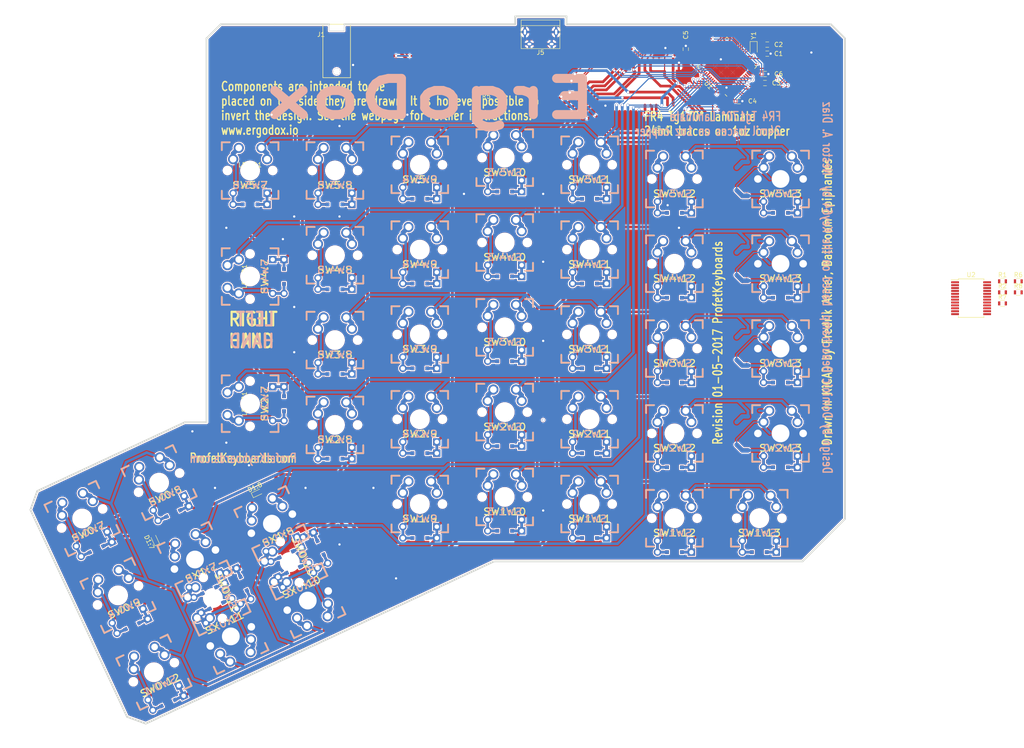
<source format=kicad_pcb>
(kicad_pcb (version 20171130) (host pcbnew 5.1.6)
  (layers (0 Front signal) (31 Back signal) (34 B.Paste user hide) (35 F.Paste user hide) (36 B.SilkS user hide) (37 F.SilkS user hide) (38 B.Mask user hide) (39 F.Mask user hide) (44 Edge.Cuts user))
  (net 0 "")
  (net 1 /COL0)
  (net 2 /COL1)
  (net 3 /COL10)
  (net 4 /COL11)
  (net 5 /COL4)
  (net 6 /COL5)
  (net 7 /COL6)
  (net 8 /LED_A)
  (net 9 /LED_B)
  (net 10 /LED_C)
  (net 11 /ROW0)
  (net 12 /ROW1)
  (net 13 /ROW2)
  (net 14 /ROW3)
  (net 15 /ROW4)
  (net 16 /ROW5)
  (net 17 /SCLM)
  (net 18 /SDAM)
  (net 19 GND)
  (net 20 VCC)
  (net 21 "Net-(D1:7-Pad1)")
  (net 22 "Net-(D1:8-Pad1)")
  (net 23 "Net-(SW0:7-Pad2)")
  (net 24 "Net-(SW0:8-Pad2)")
  (net 25 "Net-(SW0:9-Pad2)")
  (net 26 "Net-(SW0:10-Pad2)")
  (net 27 "Net-(SW0:11-Pad2)")
  (net 28 "Net-(SW0:12-Pad2)")
  (net 29 "Net-(SW1:9-Pad2)")
  (net 30 "Net-(SW1:10-Pad2)")
  (net 31 "Net-(SW1:11-Pad2)")
  (net 32 "Net-(SW1:12-Pad2)")
  (net 33 "Net-(SW1:13-Pad2)")
  (net 34 "Net-(SW2:7-Pad2)")
  (net 35 "Net-(SW2:8-Pad2)")
  (net 36 "Net-(SW2:9-Pad2)")
  (net 37 "Net-(SW2:10-Pad2)")
  (net 38 "Net-(SW2:11-Pad2)")
  (net 39 "Net-(SW2:12-Pad2)")
  (net 40 "Net-(SW2:13-Pad2)")
  (net 41 "Net-(SW3:8-Pad2)")
  (net 42 "Net-(SW3:9-Pad2)")
  (net 43 "Net-(SW3:10-Pad2)")
  (net 44 "Net-(SW3:11-Pad2)")
  (net 45 "Net-(SW3:12-Pad2)")
  (net 46 "Net-(SW3:13-Pad2)")
  (net 47 "Net-(SW4:7-Pad2)")
  (net 48 "Net-(SW4:8-Pad2)")
  (net 49 "Net-(SW4:9-Pad2)")
  (net 50 "Net-(SW4:10-Pad2)")
  (net 51 "Net-(SW4:11-Pad2)")
  (net 52 "Net-(SW4:12-Pad2)")
  (net 53 "Net-(SW4:13-Pad2)")
  (net 54 "Net-(SW5:7-Pad2)")
  (net 55 "Net-(SW5:8-Pad2)")
  (net 56 "Net-(SW5:9-Pad2)")
  (net 57 "Net-(SW5:10-Pad2)")
  (net 58 "Net-(SW5:11-Pad2)")
  (net 59 "Net-(SW5:12-Pad2)")
  (net 60 "Net-(SW5:13-Pad2)")
  (net 61 "Net-(C1-Pad2)")
  (net 62 "Net-(C2-Pad1)")
  (net 63 "Net-(C3-Pad1)")
  (net 64 /d-)
  (net 65 /d+)
  (net 66 /D+)
  (net 67 /D-)
  (net 68 "Net-(C4-Pad2)")
  (net 69 "Net-(D1:7-Pad2)")
  (net 70 "Net-(D1:8-Pad2)")
  (net 71 "Net-(LED_A1-Pad2)")
  (net 72 "Net-(LED_B1-Pad2)")
  (net 73 "Net-(LED_C1-Pad2)")
  (net 74 "Net-(R8-Pad1)")
  (net 75 "Net-(SW0:7-Pad4)")
  (net 76 "Net-(SW0:8-Pad4)")
  (net 77 "Net-(SW0:9-Pad4)")
  (net 78 "Net-(SW0:10-Pad3)")
  (net 79 "Net-(SW0:10-Pad4)")
  (net 80 "Net-(SW0:11-Pad3)")
  (net 81 "Net-(SW0:11-Pad4)")
  (net 82 "Net-(SW0:12-Pad4)")
  (net 83 "Net-(SW1:9-Pad4)")
  (net 84 "Net-(SW1:10-Pad4)")
  (net 85 "Net-(SW1:11-Pad4)")
  (net 86 "Net-(SW1:12-Pad4)")
  (net 87 "Net-(SW1:13-Pad4)")
  (net 88 "Net-(SW2:7-Pad4)")
  (net 89 "Net-(SW2:8-Pad4)")
  (net 90 "Net-(SW2:9-Pad4)")
  (net 91 "Net-(SW2:10-Pad4)")
  (net 92 "Net-(SW2:11-Pad4)")
  (net 93 "Net-(SW2:12-Pad4)")
  (net 94 "Net-(SW2:13-Pad4)")
  (net 95 "Net-(SW3:8-Pad4)")
  (net 96 "Net-(SW3:9-Pad4)")
  (net 97 "Net-(SW3:10-Pad4)")
  (net 98 "Net-(SW3:11-Pad4)")
  (net 99 "Net-(SW3:12-Pad4)")
  (net 100 "Net-(SW3:13-Pad4)")
  (net 101 "Net-(SW4:7-Pad4)")
  (net 102 "Net-(SW4:8-Pad4)")
  (net 103 "Net-(SW4:9-Pad4)")
  (net 104 "Net-(SW4:10-Pad4)")
  (net 105 "Net-(SW4:11-Pad4)")
  (net 106 "Net-(SW4:12-Pad4)")
  (net 107 "Net-(SW4:13-Pad4)")
  (net 108 "Net-(SX0:10-Pad1)")
  (net 109 "Net-(SX0:11-Pad1)")
  (module Housings_SSOP:SSOP-24_5.3x8.2mm_Pitch0.65mm (layer Front) (at 234.226 93.783)
    (fp_text reference U2 (at 0 -5.25) (layer F.SilkS))
    (fp_text value MCP23018)
    (pad 1 smd rect (at -3.6 -3.575) (size 1.75 0.45) (layers Front F.Paste F.Mask) (net 19 GND))
    (pad 2 smd rect (at -3.6 -2.925) (size 1.75 0.45) (layers Front F.Paste F.Mask))
    (pad 3 smd rect (at -3.6 -2.275) (size 1.75 0.45) (layers Front F.Paste F.Mask) (net 16 /ROW5))
    (pad 4 smd rect (at -3.6 -1.625) (size 1.75 0.45) (layers Front F.Paste F.Mask) (net 15 /ROW4))
    (pad 5 smd rect (at -3.6 -0.975) (size 1.75 0.45) (layers Front F.Paste F.Mask) (net 14 /ROW3))
    (pad 6 smd rect (at -3.6 -0.325) (size 1.75 0.45) (layers Front F.Paste F.Mask) (net 13 /ROW2))
    (pad 7 smd rect (at -3.6 0.325) (size 1.75 0.45) (layers Front F.Paste F.Mask) (net 12 /ROW1))
    (pad 8 smd rect (at -3.6 0.975) (size 1.75 0.45) (layers Front F.Paste F.Mask) (net 11 /ROW0))
    (pad 9 smd rect (at -3.6 1.625) (size 1.75 0.45) (layers Front F.Paste F.Mask) (net 9 /LED_B))
    (pad 10 smd rect (at -3.6 2.275) (size 1.75 0.45) (layers Front F.Paste F.Mask) (net 8 /LED_A))
    (pad 11 smd rect (at -3.6 2.925) (size 1.75 0.45) (layers Front F.Paste F.Mask) (net 20 VCC))
    (pad 12 smd rect (at -3.6 3.575) (size 1.75 0.45) (layers Front F.Paste F.Mask) (net 17 /SCLM))
    (pad 13 smd rect (at 3.6 3.575) (size 1.75 0.45) (layers Front F.Paste F.Mask) (net 18 /SDAM))
    (pad 14 smd rect (at 3.6 2.925) (size 1.75 0.45) (layers Front F.Paste F.Mask))
    (pad 15 smd rect (at 3.6 2.275) (size 1.75 0.45) (layers Front F.Paste F.Mask) (net 19 GND))
    (pad 16 smd rect (at 3.6 1.625) (size 1.75 0.45) (layers Front F.Paste F.Mask) (net 20 VCC))
    (pad 17 smd rect (at 3.6 0.975) (size 1.75 0.45) (layers Front F.Paste F.Mask))
    (pad 18 smd rect (at 3.6 0.325) (size 1.75 0.45) (layers Front F.Paste F.Mask))
    (pad 19 smd rect (at 3.6 -0.325) (size 1.75 0.45) (layers Front F.Paste F.Mask))
    (pad 20 smd rect (at 3.6 -0.975) (size 1.75 0.45) (layers Front F.Paste F.Mask) (net 1 /COL0))
    (pad 21 smd rect (at 3.6 -1.625) (size 1.75 0.45) (layers Front F.Paste F.Mask) (net 2 /COL1))
    (pad 22 smd rect (at 3.6 -2.275) (size 1.75 0.45) (layers Front F.Paste F.Mask) (net 4 /COL11))
    (pad 23 smd rect (at 3.6 -2.925) (size 1.75 0.45) (layers Front F.Paste F.Mask) (net 3 /COL10))
    (pad 24 smd rect (at 3.6 -3.575) (size 1.75 0.45) (layers Front F.Paste F.Mask) (net 5 /COL4))
  )
  (module Resistors_SMD:R_0603 (layer Front) (at 244.826 92.478)
    (fp_text reference R8 (at 0 -1.45) (layer F.SilkS))
    (fp_text value 1k)
    (pad 1 smd rect (at -0.75 0) (size 0.5 0.9) (layers Front F.Paste F.Mask) (net 74 "Net-(R8-Pad1)"))
    (pad 2 smd rect (at 0.75 0) (size 0.5 0.9) (layers Front F.Paste F.Mask) (net 19 GND))
  )
  (module Resistors_SMD:R_0603 (layer Front) (at 241.276 94.958)
    (fp_text reference R7 (at 0 -1.45) (layer F.SilkS))
    (fp_text value 1k)
    (pad 1 smd rect (at -0.75 0) (size 0.5 0.9) (layers Front F.Paste F.Mask) (net 20 VCC))
    (pad 2 smd rect (at 0.75 0) (size 0.5 0.9) (layers Front F.Paste F.Mask) (net 17 /SCLM))
  )
  (module Resistors_SMD:R_0603 (layer Front) (at 244.826 89.998)
    (fp_text reference R6 (at 0 -1.45) (layer F.SilkS))
    (fp_text value 1k)
    (pad 1 smd rect (at -0.75 0) (size 0.5 0.9) (layers Front F.Paste F.Mask) (net 18 /SDAM))
    (pad 2 smd rect (at 0.75 0) (size 0.5 0.9) (layers Front F.Paste F.Mask) (net 20 VCC))
  )
  (module Resistors_SMD:R_0603 (layer Front) (at 241.276 92.478)
    (fp_text reference R2 (at 0 -1.45) (layer F.SilkS))
    (fp_text value 22)
    (pad 1 smd rect (at -0.75 0) (size 0.5 0.9) (layers Front F.Paste F.Mask) (net 67 /D-))
    (pad 2 smd rect (at 0.75 0) (size 0.5 0.9) (layers Front F.Paste F.Mask) (net 64 /d-))
  )
  (module Resistors_SMD:R_0603 (layer Front) (at 241.276 89.998)
    (fp_text reference R1 (at 0 -1.45) (layer F.SilkS))
    (fp_text value 22)
    (pad 1 smd rect (at -0.75 0) (size 0.5 0.9) (layers Front F.Paste F.Mask) (net 66 /D+))
    (pad 2 smd rect (at 0.75 0) (size 0.5 0.9) (layers Front F.Paste F.Mask) (net 65 /d+))
  )
  (module "ErgoDOX pcb:ASJ-112-M" (layer Front) (at 91.821 32.258)
    (fp_text reference J1 (at -3.5 2.3) (layer F.SilkS))
    (fp_text value AudioJack4)
    (fp_line (start 1.7 1.5) (end 1.7 0) (layer Edge.Cuts) (width 0.12))
    (fp_line (start -1.7 1.5) (end 1.7 1.5) (layer Edge.Cuts) (width 0.12))
    (fp_line (start -1.7 0) (end -1.7 1.5) (layer Edge.Cuts) (width 0.12))
    (pad -1 thru_hole circle (at 0 10.6) (size 1.524 1.524) (drill 1.5) (layers *.Cu *.Mask))
    (pad T smd rect (at -3.65 2.8) (size 2.5 1.5) (layers Front F.Paste F.Mask) (net 20 VCC))
    (pad R2 smd rect (at -3.65 5.5) (size 2.5 1.5) (layers Front F.Paste F.Mask) (net 18 /SDAM))
    (pad R1 smd rect (at 3.65 2.8) (size 2.5 1.5) (layers Front F.Paste F.Mask) (net 17 /SCLM))
    (pad S smd rect (at 3.65 9.3) (size 2.5 1.5) (layers Front F.Paste F.Mask) (net 19 GND))
  )
  (module Housings_DFN_QFN:QFN-64-1EP_9x9mm_Pitch0.5mm (layer Front) (at 179.421691 41.783 135)
    (fp_text reference U1 (at 0 -5.875 135) (layer F.SilkS))
    (fp_text value AT90USB1286-MU)
    (pad 1 smd rect (at -4.45 -3.75 135) (size 0.85 0.3) (layers Front F.Paste F.Mask))
    (pad 2 smd rect (at -4.45 -3.25 135) (size 0.85 0.3) (layers Front F.Paste F.Mask))
    (pad 3 smd rect (at -4.45 -2.75 135) (size 0.85 0.3) (layers Front F.Paste F.Mask) (net 20 VCC))
    (pad 4 smd rect (at -4.45 -2.25 135) (size 0.85 0.3) (layers Front F.Paste F.Mask) (net 67 /D-))
    (pad 5 smd rect (at -4.45 -1.75 135) (size 0.85 0.3) (layers Front F.Paste F.Mask) (net 66 /D+))
    (pad 6 smd rect (at -4.45 -1.25 135) (size 0.85 0.3) (layers Front F.Paste F.Mask) (net 19 GND))
    (pad 7 smd rect (at -4.45 -0.75 135) (size 0.85 0.3) (layers Front F.Paste F.Mask) (net 63 "Net-(C3-Pad1)"))
    (pad 8 smd rect (at -4.45 -0.25 135) (size 0.85 0.3) (layers Front F.Paste F.Mask) (net 20 VCC))
    (pad 9 smd rect (at -4.45 0.25 135) (size 0.85 0.3) (layers Front F.Paste F.Mask))
    (pad 10 smd rect (at -4.45 0.75 135) (size 0.85 0.3) (layers Front F.Paste F.Mask) (net 7 /COL6))
    (pad 11 smd rect (at -4.45 1.25 135) (size 0.85 0.3) (layers Front F.Paste F.Mask) (net 6 /COL5))
    (pad 12 smd rect (at -4.45 1.75 135) (size 0.85 0.3) (layers Front F.Paste F.Mask) (net 5 /COL4))
    (pad 13 smd rect (at -4.45 2.25 135) (size 0.85 0.3) (layers Front F.Paste F.Mask) (net 3 /COL10))
    (pad 14 smd rect (at -4.45 2.75 135) (size 0.85 0.3) (layers Front F.Paste F.Mask) (net 20 VCC))
    (pad 15 smd rect (at -4.45 3.25 135) (size 0.85 0.3) (layers Front F.Paste F.Mask) (net 8 /LED_A))
    (pad 16 smd rect (at -4.45 3.75 135) (size 0.85 0.3) (layers Front F.Paste F.Mask) (net 9 /LED_B))
    (pad 17 smd rect (at -3.75 4.45 225) (size 0.85 0.3) (layers Front F.Paste F.Mask) (net 10 /LED_C))
    (pad 18 smd rect (at -3.25 4.45 225) (size 0.85 0.3) (layers Front F.Paste F.Mask))
    (pad 19 smd rect (at -2.75 4.45 225) (size 0.85 0.3) (layers Front F.Paste F.Mask))
    (pad 20 smd rect (at -2.25 4.45 225) (size 0.85 0.3) (layers Front F.Paste F.Mask))
    (pad 21 smd rect (at -1.75 4.45 225) (size 0.85 0.3) (layers Front F.Paste F.Mask) (net 20 VCC))
    (pad 22 smd rect (at -1.25 4.45 225) (size 0.85 0.3) (layers Front F.Paste F.Mask) (net 19 GND))
    (pad 23 smd rect (at -0.75 4.45 225) (size 0.85 0.3) (layers Front F.Paste F.Mask) (net 61 "Net-(C1-Pad2)"))
    (pad 24 smd rect (at -0.25 4.45 225) (size 0.85 0.3) (layers Front F.Paste F.Mask) (net 62 "Net-(C2-Pad1)"))
    (pad 25 smd rect (at 0.25 4.45 225) (size 0.85 0.3) (layers Front F.Paste F.Mask) (net 17 /SCLM))
    (pad 26 smd rect (at 0.75 4.45 225) (size 0.85 0.3) (layers Front F.Paste F.Mask) (net 18 /SDAM))
    (pad 27 smd rect (at 1.25 4.45 225) (size 0.85 0.3) (layers Front F.Paste F.Mask) (net 4 /COL11))
    (pad 28 smd rect (at 1.75 4.45 225) (size 0.85 0.3) (layers Front F.Paste F.Mask) (net 2 /COL1))
    (pad 29 smd rect (at 2.25 4.45 225) (size 0.85 0.3) (layers Front F.Paste F.Mask))
    (pad 30 smd rect (at 2.75 4.45 225) (size 0.85 0.3) (layers Front F.Paste F.Mask))
    (pad 31 smd rect (at 3.25 4.45 225) (size 0.85 0.3) (layers Front F.Paste F.Mask) (net 19 GND))
    (pad 32 smd rect (at 3.75 4.45 225) (size 0.85 0.3) (layers Front F.Paste F.Mask))
    (pad 33 smd rect (at 4.45 3.75 135) (size 0.85 0.3) (layers Front F.Paste F.Mask))
    (pad 34 smd rect (at 4.45 3.25 135) (size 0.85 0.3) (layers Front F.Paste F.Mask))
    (pad 35 smd rect (at 4.45 2.75 135) (size 0.85 0.3) (layers Front F.Paste F.Mask))
    (pad 36 smd rect (at 4.45 2.25 135) (size 0.85 0.3) (layers Front F.Paste F.Mask))
    (pad 37 smd rect (at 4.45 1.75 135) (size 0.85 0.3) (layers Front F.Paste F.Mask))
    (pad 38 smd rect (at 4.45 1.25 135) (size 0.85 0.3) (layers Front F.Paste F.Mask))
    (pad 39 smd rect (at 4.45 0.75 135) (size 0.85 0.3) (layers Front F.Paste F.Mask))
    (pad 40 smd rect (at 4.45 0.25 135) (size 0.85 0.3) (layers Front F.Paste F.Mask))
    (pad 41 smd rect (at 4.45 -0.25 135) (size 0.85 0.3) (layers Front F.Paste F.Mask) (net 1 /COL0))
    (pad 42 smd rect (at 4.45 -0.75 135) (size 0.85 0.3) (layers Front F.Paste F.Mask))
    (pad 43 smd rect (at 4.45 -1.25 135) (size 0.85 0.3) (layers Front F.Paste F.Mask) (net 74 "Net-(R8-Pad1)"))
    (pad 44 smd rect (at 4.45 -1.75 135) (size 0.85 0.3) (layers Front F.Paste F.Mask))
    (pad 45 smd rect (at 4.45 -2.25 135) (size 0.85 0.3) (layers Front F.Paste F.Mask))
    (pad 46 smd rect (at 4.45 -2.75 135) (size 0.85 0.3) (layers Front F.Paste F.Mask))
    (pad 47 smd rect (at 4.45 -3.25 135) (size 0.85 0.3) (layers Front F.Paste F.Mask))
    (pad 48 smd rect (at 4.45 -3.75 135) (size 0.85 0.3) (layers Front F.Paste F.Mask))
    (pad 49 smd rect (at 3.75 -4.45 225) (size 0.85 0.3) (layers Front F.Paste F.Mask))
    (pad 50 smd rect (at 3.25 -4.45 225) (size 0.85 0.3) (layers Front F.Paste F.Mask))
    (pad 51 smd rect (at 2.75 -4.45 225) (size 0.85 0.3) (layers Front F.Paste F.Mask))
    (pad 52 smd rect (at 2.25 -4.45 225) (size 0.85 0.3) (layers Front F.Paste F.Mask) (net 20 VCC))
    (pad 53 smd rect (at 1.75 -4.45 225) (size 0.85 0.3) (layers Front F.Paste F.Mask) (net 19 GND))
    (pad 54 smd rect (at 1.25 -4.45 225) (size 0.85 0.3) (layers Front F.Paste F.Mask) (net 11 /ROW0))
    (pad 55 smd rect (at 0.75 -4.45 225) (size 0.85 0.3) (layers Front F.Paste F.Mask) (net 12 /ROW1))
    (pad 56 smd rect (at 0.25 -4.45 225) (size 0.85 0.3) (layers Front F.Paste F.Mask) (net 13 /ROW2))
    (pad 57 smd rect (at -0.25 -4.45 225) (size 0.85 0.3) (layers Front F.Paste F.Mask) (net 14 /ROW3))
    (pad 58 smd rect (at -0.75 -4.45 225) (size 0.85 0.3) (layers Front F.Paste F.Mask))
    (pad 59 smd rect (at -1.25 -4.45 225) (size 0.85 0.3) (layers Front F.Paste F.Mask))
    (pad 60 smd rect (at -1.75 -4.45 225) (size 0.85 0.3) (layers Front F.Paste F.Mask) (net 15 /ROW4))
    (pad 61 smd rect (at -2.25 -4.45 225) (size 0.85 0.3) (layers Front F.Paste F.Mask) (net 16 /ROW5))
    (pad 62 smd rect (at -2.75 -4.45 225) (size 0.85 0.3) (layers Front F.Paste F.Mask) (net 20 VCC))
    (pad 63 smd rect (at -3.25 -4.45 225) (size 0.85 0.3) (layers Front F.Paste F.Mask) (net 19 GND))
    (pad 64 smd rect (at -3.75 -4.45 225) (size 0.85 0.3) (layers Front F.Paste F.Mask) (net 20 VCC))
    (pad 65 smd rect (at 2.75625 2.75625 135) (size 1.8375 1.8375) (layers Front F.Paste F.Mask) (net 19 GND))
    (pad 65 smd rect (at 2.75625 0.91875 135) (size 1.8375 1.8375) (layers Front F.Paste F.Mask) (net 19 GND))
    (pad 65 smd rect (at 2.75625 -0.91875 135) (size 1.8375 1.8375) (layers Front F.Paste F.Mask) (net 19 GND))
    (pad 65 smd rect (at 2.75625 -2.75625 135) (size 1.8375 1.8375) (layers Front F.Paste F.Mask) (net 19 GND))
    (pad 65 smd rect (at 0.91875 2.75625 135) (size 1.8375 1.8375) (layers Front F.Paste F.Mask) (net 19 GND))
    (pad 65 smd rect (at 0.91875 0.91875 135) (size 1.8375 1.8375) (layers Front F.Paste F.Mask) (net 19 GND))
    (pad 65 smd rect (at 0.91875 -0.91875 135) (size 1.8375 1.8375) (layers Front F.Paste F.Mask) (net 19 GND))
    (pad 65 smd rect (at 0.91875 -2.75625 135) (size 1.8375 1.8375) (layers Front F.Paste F.Mask) (net 19 GND))
    (pad 65 smd rect (at -0.91875 2.75625 135) (size 1.8375 1.8375) (layers Front F.Paste F.Mask) (net 19 GND))
    (pad 65 smd rect (at -0.91875 0.91875 135) (size 1.8375 1.8375) (layers Front F.Paste F.Mask) (net 19 GND))
    (pad 65 smd rect (at -0.91875 -0.91875 135) (size 1.8375 1.8375) (layers Front F.Paste F.Mask) (net 19 GND))
    (pad 65 smd rect (at -0.91875 -2.75625 135) (size 1.8375 1.8375) (layers Front F.Paste F.Mask) (net 19 GND))
    (pad 65 smd rect (at -2.75625 2.75625 135) (size 1.8375 1.8375) (layers Front F.Paste F.Mask) (net 19 GND))
    (pad 65 smd rect (at -2.75625 0.91875 135) (size 1.8375 1.8375) (layers Front F.Paste F.Mask) (net 19 GND))
    (pad 65 smd rect (at -2.75625 -0.91875 135) (size 1.8375 1.8375) (layers Front F.Paste F.Mask) (net 19 GND))
    (pad 65 smd rect (at -2.75625 -2.75625 135) (size 1.8375 1.8375) (layers Front F.Paste F.Mask) (net 19 GND))
  )
  (module "ErgoDOX pcb:MX_FLIP_DIODE" (layer Front) (at 148.59 63.82766)
    (fp_text reference SW5:11 (at 0 3.302) (layer F.SilkS) (effects (font (size 1.524 1.778) (thickness 0.254))))
    (fp_text value SW5:2 (at 0 3.302) (layer B.SilkS) (effects (font (size 1.524 1.778) (thickness 0.254)) (justify mirror)))
    (fp_line (start -3.81 7.62) (end -1.6637 7.62) (layer Back) (width 0.6096))
    (fp_line (start 1.6637 7.62) (end 3.81 7.62) (layer Back) (width 0.6096))
    (fp_line (start -3.81 7.62) (end -1.6637 7.62) (layer Front) (width 0.6096))
    (fp_line (start 1.6637 7.62) (end 3.81 7.62) (layer Front) (width 0.6096))
    (pad 1 thru_hole circle (at 2.54 -5.08) (size 2.286 2.286) (drill 1.4986) (layers *.Cu *.Mask) (net 16 /ROW5))
    (pad 2 thru_hole circle (at -3.81 -2.54) (size 2.286 2.286) (drill 1.4986) (layers *.Cu *.Mask) (net 58 "Net-(SW5:11-Pad2)"))
    (pad "" np_thru_hole circle (at 0 0) (size 3.9878 3.9878) (drill 3.9878) (layers *.Cu *.Mask))
    (pad "" np_thru_hole circle (at -5.08 0) (size 1.7018 1.7018) (drill 1.7018) (layers *.Cu *.Mask))
    (pad "" np_thru_hole circle (at 5.08 0) (size 1.7018 1.7018) (drill 1.7018) (layers *.Cu *.Mask))
    (pad 1 thru_hole circle (at 3.81 -2.54) (size 2.286 2.286) (drill 1.4986) (layers *.Cu *.Mask) (net 16 /ROW5))
    (pad 2 thru_hole circle (at -2.54 -5.08) (size 2.286 2.286) (drill 1.4986) (layers *.Cu *.Mask) (net 58 "Net-(SW5:11-Pad2)"))
    (pad 3 thru_hole circle (at -3.81 5.08) (size 1.651 1.651) (drill 0.9906) (layers *.Cu *.Mask) (net 58 "Net-(SW5:11-Pad2)"))
    (pad 4 thru_hole rect (at 3.81 5.08) (size 1.651 1.651) (drill 0.9906) (layers *.Cu *.Mask) (net 4 /COL11))
    (pad 3 thru_hole circle (at -3.81 7.62) (size 1.651 1.651) (drill 0.9906) (layers *.Cu *.Mask) (net 58 "Net-(SW5:11-Pad2)"))
    (pad 4 thru_hole rect (at 3.81 7.62) (size 1.651 1.651) (drill 0.9906) (layers *.Cu *.Mask) (net 4 /COL11))
    (pad 99 smd rect (at -1.6637 7.62) (size 0.8382 0.8382) (layers Front F.Paste F.Mask))
    (pad 99 smd rect (at -1.6637 7.62) (size 0.8382 0.8382) (layers Back B.Paste B.Mask))
    (pad 99 smd rect (at 1.6637 7.62) (size 0.8382 0.8382) (layers Front F.Paste F.Mask))
    (pad 99 smd rect (at 1.6637 7.62) (size 0.8382 0.8382) (layers Back B.Paste B.Mask))
  )
  (module "ErgoDOX pcb:MX_FLIP_DIODE" (layer Front) (at 129.54 62.23)
    (fp_text reference SW5:10 (at 0 3.302) (layer F.SilkS) (effects (font (size 1.524 1.778) (thickness 0.254))))
    (fp_text value SW5:3 (at 0 3.302) (layer B.SilkS) (effects (font (size 1.524 1.778) (thickness 0.254)) (justify mirror)))
    (fp_line (start -3.81 7.62) (end -1.6637 7.62) (layer Back) (width 0.6096))
    (fp_line (start 1.6637 7.62) (end 3.81 7.62) (layer Back) (width 0.6096))
    (fp_line (start -3.81 7.62) (end -1.6637 7.62) (layer Front) (width 0.6096))
    (fp_line (start 1.6637 7.62) (end 3.81 7.62) (layer Front) (width 0.6096))
    (pad 1 thru_hole circle (at 2.54 -5.08) (size 2.286 2.286) (drill 1.4986) (layers *.Cu *.Mask) (net 16 /ROW5))
    (pad 2 thru_hole circle (at -3.81 -2.54) (size 2.286 2.286) (drill 1.4986) (layers *.Cu *.Mask) (net 57 "Net-(SW5:10-Pad2)"))
    (pad "" np_thru_hole circle (at 0 0) (size 3.9878 3.9878) (drill 3.9878) (layers *.Cu *.Mask))
    (pad "" np_thru_hole circle (at -5.08 0) (size 1.7018 1.7018) (drill 1.7018) (layers *.Cu *.Mask))
    (pad "" np_thru_hole circle (at 5.08 0) (size 1.7018 1.7018) (drill 1.7018) (layers *.Cu *.Mask))
    (pad 1 thru_hole circle (at 3.81 -2.54) (size 2.286 2.286) (drill 1.4986) (layers *.Cu *.Mask) (net 16 /ROW5))
    (pad 2 thru_hole circle (at -2.54 -5.08) (size 2.286 2.286) (drill 1.4986) (layers *.Cu *.Mask) (net 57 "Net-(SW5:10-Pad2)"))
    (pad 3 thru_hole circle (at -3.81 5.08) (size 1.651 1.651) (drill 0.9906) (layers *.Cu *.Mask) (net 57 "Net-(SW5:10-Pad2)"))
    (pad 4 thru_hole rect (at 3.81 5.08) (size 1.651 1.651) (drill 0.9906) (layers *.Cu *.Mask) (net 3 /COL10))
    (pad 3 thru_hole circle (at -3.81 7.62) (size 1.651 1.651) (drill 0.9906) (layers *.Cu *.Mask) (net 57 "Net-(SW5:10-Pad2)"))
    (pad 4 thru_hole rect (at 3.81 7.62) (size 1.651 1.651) (drill 0.9906) (layers *.Cu *.Mask) (net 3 /COL10))
    (pad 99 smd rect (at -1.6637 7.62) (size 0.8382 0.8382) (layers Front F.Paste F.Mask))
    (pad 99 smd rect (at -1.6637 7.62) (size 0.8382 0.8382) (layers Back B.Paste B.Mask))
    (pad 99 smd rect (at 1.6637 7.62) (size 0.8382 0.8382) (layers Front F.Paste F.Mask))
    (pad 99 smd rect (at 1.6637 7.62) (size 0.8382 0.8382) (layers Back B.Paste B.Mask))
  )
  (module Resistors_SMD:R_0603 (layer Front) (at 125.4125 46.99 180)
    (fp_text reference R5 (at 0 -1.45) (layer F.SilkS))
    (fp_text value 1k)
    (pad 1 smd rect (at -0.75 0 180) (size 0.5 0.9) (layers Front F.Paste F.Mask) (net 10 /LED_C))
    (pad 2 smd rect (at 0.75 0 180) (size 0.5 0.9) (layers Front F.Paste F.Mask) (net 73 "Net-(LED_C1-Pad2)"))
  )
  (module Resistors_SMD:R_0603 (layer Front) (at 165.1 55.88 270)
    (fp_text reference R3 (at 0 -1.45 90) (layer F.SilkS))
    (fp_text value 1k)
    (pad 1 smd rect (at -0.75 0 270) (size 0.5 0.9) (layers Front F.Paste F.Mask) (net 8 /LED_A))
    (pad 2 smd rect (at 0.75 0 270) (size 0.5 0.9) (layers Front F.Paste F.Mask) (net 71 "Net-(LED_A1-Pad2)"))
  )
  (module Resistors_SMD:R_0603 (layer Front) (at 162.56 55.88 270)
    (fp_text reference R4 (at 0 -1.45 90) (layer F.SilkS))
    (fp_text value 1k)
    (pad 1 smd rect (at -0.75 0 270) (size 0.5 0.9) (layers Front F.Paste F.Mask) (net 9 /LED_B))
    (pad 2 smd rect (at 0.75 0 270) (size 0.5 0.9) (layers Front F.Paste F.Mask) (net 72 "Net-(LED_B1-Pad2)"))
  )
  (module Crystals:Crystal_SMD_2012-2pin_2.0x1.2mm (layer Front) (at 185.42 37.338 270)
    (fp_text reference Y1 (at -2.54 0 90) (layer F.SilkS))
    (fp_text value 16MHz)
    (pad 1 smd rect (at -0.7 0 270) (size 0.6 1.1) (layers Front F.Paste F.Mask) (net 62 "Net-(C2-Pad1)"))
    (pad 2 smd rect (at 0.7 0 270) (size 0.6 1.1) (layers Front F.Paste F.Mask) (net 61 "Net-(C1-Pad2)"))
  )
  (module "ErgoDOX pcb:MX_FLIP_DIODE" (layer Front) (at 77.2795 144.43202 25)
    (fp_text reference SX1:8 (at 0 3.302 25) (layer F.SilkS) (effects (font (size 1.524 1.778) (thickness 0.254))))
    (fp_text value SX1:5 (at 0 3.302 25) (layer B.SilkS) (effects (font (size 1.524 1.778) (thickness 0.254)) (justify mirror)))
    (fp_line (start -3.81 7.62) (end -1.6637 7.62) (layer Back) (width 0.6096))
    (fp_line (start 1.6637 7.62) (end 3.81 7.62) (layer Back) (width 0.6096))
    (fp_line (start -3.81 7.62) (end -1.6637 7.62) (layer Front) (width 0.6096))
    (fp_line (start 1.6637 7.62) (end 3.81 7.62) (layer Front) (width 0.6096))
    (pad 99 smd rect (at 1.6637 7.62 25) (size 0.8382 0.8382) (layers Back B.Paste B.Mask))
    (pad 99 smd rect (at 1.6637 7.62 25) (size 0.8382 0.8382) (layers Front F.Paste F.Mask))
    (pad 99 smd rect (at -1.6637 7.62 25) (size 0.8382 0.8382) (layers Back B.Paste B.Mask))
    (pad 99 smd rect (at -1.6637 7.62 25) (size 0.8382 0.8382) (layers Front F.Paste F.Mask))
    (pad 4 thru_hole rect (at 3.81 7.62 25) (size 1.651 1.651) (drill 0.9906) (layers *.Cu *.Mask))
    (pad 3 thru_hole circle (at -3.81 7.62 25) (size 1.651 1.651) (drill 0.9906) (layers *.Cu *.Mask))
    (pad 4 thru_hole rect (at 3.81 5.08 25) (size 1.651 1.651) (drill 0.9906) (layers *.Cu *.Mask))
    (pad 3 thru_hole circle (at -3.81 5.08 25) (size 1.651 1.651) (drill 0.9906) (layers *.Cu *.Mask))
    (pad 2 thru_hole circle (at -2.54 -5.08 25) (size 2.286 2.286) (drill 1.4986) (layers *.Cu *.Mask) (net 70 "Net-(D1:8-Pad2)"))
    (pad 1 thru_hole circle (at 3.81 -2.54 25) (size 2.286 2.286) (drill 1.4986) (layers *.Cu *.Mask) (net 12 /ROW1))
    (pad 0 thru_hole circle (at 5.08 0 25) (size 1.7018 1.7018) (drill 1.7018) (layers *.Cu *.Mask) (net 19 GND))
    (pad 0 thru_hole circle (at -5.08 0 25) (size 1.7018 1.7018) (drill 1.7018) (layers *.Cu *.Mask) (net 19 GND))
    (pad 0 thru_hole circle (at 0 0 25) (size 3.9878 3.9878) (drill 3.9878) (layers *.Cu *.Mask) (net 19 GND))
    (pad 2 thru_hole circle (at -3.81 -2.54 25) (size 2.286 2.286) (drill 1.4986) (layers *.Cu *.Mask) (net 70 "Net-(D1:8-Pad2)"))
    (pad 1 thru_hole circle (at 2.54 -5.08 25) (size 2.286 2.286) (drill 1.4986) (layers *.Cu *.Mask) (net 12 /ROW1))
  )
  (module "ErgoDOX pcb:MX_FLIP_DIODE" (layer Front) (at 60.01512 152.48382 25)
    (fp_text reference SX1:7 (at 0 3.302 25) (layer F.SilkS) (effects (font (size 1.524 1.778) (thickness 0.254))))
    (fp_text value SX1:6 (at 0 3.302 25) (layer B.SilkS) (effects (font (size 1.524 1.778) (thickness 0.254)) (justify mirror)))
    (fp_line (start -3.81 7.62) (end -1.6637 7.62) (layer Back) (width 0.6096))
    (fp_line (start 1.6637 7.62) (end 3.81 7.62) (layer Back) (width 0.6096))
    (fp_line (start -3.81 7.62) (end -1.6637 7.62) (layer Front) (width 0.6096))
    (fp_line (start 1.6637 7.62) (end 3.81 7.62) (layer Front) (width 0.6096))
    (pad 99 smd rect (at 1.6637 7.62 25) (size 0.8382 0.8382) (layers Back B.Paste B.Mask))
    (pad 99 smd rect (at 1.6637 7.62 25) (size 0.8382 0.8382) (layers Front F.Paste F.Mask))
    (pad 99 smd rect (at -1.6637 7.62 25) (size 0.8382 0.8382) (layers Back B.Paste B.Mask))
    (pad 99 smd rect (at -1.6637 7.62 25) (size 0.8382 0.8382) (layers Front F.Paste F.Mask))
    (pad 4 thru_hole rect (at 3.81 7.62 25) (size 1.651 1.651) (drill 0.9906) (layers *.Cu *.Mask))
    (pad 3 thru_hole circle (at -3.81 7.62 25) (size 1.651 1.651) (drill 0.9906) (layers *.Cu *.Mask))
    (pad 4 thru_hole rect (at 3.81 5.08 25) (size 1.651 1.651) (drill 0.9906) (layers *.Cu *.Mask))
    (pad 3 thru_hole circle (at -3.81 5.08 25) (size 1.651 1.651) (drill 0.9906) (layers *.Cu *.Mask))
    (pad 2 thru_hole circle (at -2.54 -5.08 25) (size 2.286 2.286) (drill 1.4986) (layers *.Cu *.Mask) (net 69 "Net-(D1:7-Pad2)"))
    (pad 1 thru_hole circle (at 3.81 -2.54 25) (size 2.286 2.286) (drill 1.4986) (layers *.Cu *.Mask) (net 12 /ROW1))
    (pad 0 thru_hole circle (at 5.08 0 25) (size 1.7018 1.7018) (drill 1.7018) (layers *.Cu *.Mask) (net 19 GND))
    (pad 0 thru_hole circle (at -5.08 0 25) (size 1.7018 1.7018) (drill 1.7018) (layers *.Cu *.Mask) (net 19 GND))
    (pad 0 thru_hole circle (at 0 0 25) (size 3.9878 3.9878) (drill 3.9878) (layers *.Cu *.Mask) (net 19 GND))
    (pad 2 thru_hole circle (at -3.81 -2.54 25) (size 2.286 2.286) (drill 1.4986) (layers *.Cu *.Mask) (net 69 "Net-(D1:7-Pad2)"))
    (pad 1 thru_hole circle (at 2.54 -5.08 25) (size 2.286 2.286) (drill 1.4986) (layers *.Cu *.Mask) (net 12 /ROW1))
  )
  (module "ErgoDOX pcb:MX_FLIP_DIODE" (layer Front) (at 68.06438 169.7482 205)
    (fp_text reference SX0:11 (at 0 3.302 25) (layer F.SilkS) (effects (font (size 1.524 1.778) (thickness 0.254))))
    (fp_text value SX0:2 (at 0 3.302 25) (layer B.SilkS) (effects (font (size 1.524 1.778) (thickness 0.254)) (justify mirror)))
    (fp_line (start -3.81 7.62) (end -1.6637 7.62) (layer Back) (width 0.6096))
    (fp_line (start 1.6637 7.62) (end 3.81 7.62) (layer Back) (width 0.6096))
    (fp_line (start -3.81 7.62) (end -1.6637 7.62) (layer Front) (width 0.6096))
    (fp_line (start 1.6637 7.62) (end 3.81 7.62) (layer Front) (width 0.6096))
    (pad 99 smd rect (at 1.6637 7.62 205) (size 0.8382 0.8382) (layers Back B.Paste B.Mask))
    (pad 99 smd rect (at 1.6637 7.62 205) (size 0.8382 0.8382) (layers Front F.Paste F.Mask))
    (pad 99 smd rect (at -1.6637 7.62 205) (size 0.8382 0.8382) (layers Back B.Paste B.Mask))
    (pad 99 smd rect (at -1.6637 7.62 205) (size 0.8382 0.8382) (layers Front F.Paste F.Mask))
    (pad 4 thru_hole rect (at 3.81 7.62 205) (size 1.651 1.651) (drill 0.9906) (layers *.Cu *.Mask))
    (pad 3 thru_hole circle (at -3.81 7.62 205) (size 1.651 1.651) (drill 0.9906) (layers *.Cu *.Mask))
    (pad 4 thru_hole rect (at 3.81 5.08 205) (size 1.651 1.651) (drill 0.9906) (layers *.Cu *.Mask))
    (pad 3 thru_hole circle (at -3.81 5.08 205) (size 1.651 1.651) (drill 0.9906) (layers *.Cu *.Mask))
    (pad 2 thru_hole circle (at -2.54 -5.08 205) (size 2.286 2.286) (drill 1.4986) (layers *.Cu *.Mask) (net 80 "Net-(SW0:11-Pad3)"))
    (pad 1 thru_hole circle (at 3.81 -2.54 205) (size 2.286 2.286) (drill 1.4986) (layers *.Cu *.Mask) (net 109 "Net-(SX0:11-Pad1)"))
    (pad 0 thru_hole circle (at 5.08 0 205) (size 1.7018 1.7018) (drill 1.7018) (layers *.Cu *.Mask) (net 19 GND))
    (pad 0 thru_hole circle (at -5.08 0 205) (size 1.7018 1.7018) (drill 1.7018) (layers *.Cu *.Mask) (net 19 GND))
    (pad 0 thru_hole circle (at 0 0 205) (size 3.9878 3.9878) (drill 3.9878) (layers *.Cu *.Mask) (net 19 GND))
    (pad 2 thru_hole circle (at -3.81 -2.54 205) (size 2.286 2.286) (drill 1.4986) (layers *.Cu *.Mask) (net 80 "Net-(SW0:11-Pad3)"))
    (pad 1 thru_hole circle (at 2.54 -5.08 205) (size 2.286 2.286) (drill 1.4986) (layers *.Cu *.Mask) (net 109 "Net-(SX0:11-Pad1)"))
  )
  (module "ErgoDOX pcb:MX_FLIP_DIODE" (layer Front) (at 85.3313 161.69894 205)
    (fp_text reference SX0:10 (at 0 3.302 25) (layer F.SilkS) (effects (font (size 1.524 1.778) (thickness 0.254))))
    (fp_text value SX0:3 (at 0 3.302 25) (layer B.SilkS) (effects (font (size 1.524 1.778) (thickness 0.254)) (justify mirror)))
    (fp_line (start -3.81 7.62) (end -1.6637 7.62) (layer Back) (width 0.6096))
    (fp_line (start 1.6637 7.62) (end 3.81 7.62) (layer Back) (width 0.6096))
    (fp_line (start -3.81 7.62) (end -1.6637 7.62) (layer Front) (width 0.6096))
    (fp_line (start 1.6637 7.62) (end 3.81 7.62) (layer Front) (width 0.6096))
    (pad 99 smd rect (at 1.6637 7.62 205) (size 0.8382 0.8382) (layers Back B.Paste B.Mask))
    (pad 99 smd rect (at 1.6637 7.62 205) (size 0.8382 0.8382) (layers Front F.Paste F.Mask))
    (pad 99 smd rect (at -1.6637 7.62 205) (size 0.8382 0.8382) (layers Back B.Paste B.Mask))
    (pad 99 smd rect (at -1.6637 7.62 205) (size 0.8382 0.8382) (layers Front F.Paste F.Mask))
    (pad 4 thru_hole rect (at 3.81 7.62 205) (size 1.651 1.651) (drill 0.9906) (layers *.Cu *.Mask))
    (pad 3 thru_hole circle (at -3.81 7.62 205) (size 1.651 1.651) (drill 0.9906) (layers *.Cu *.Mask))
    (pad 4 thru_hole rect (at 3.81 5.08 205) (size 1.651 1.651) (drill 0.9906) (layers *.Cu *.Mask))
    (pad 3 thru_hole circle (at -3.81 5.08 205) (size 1.651 1.651) (drill 0.9906) (layers *.Cu *.Mask))
    (pad 2 thru_hole circle (at -2.54 -5.08 205) (size 2.286 2.286) (drill 1.4986) (layers *.Cu *.Mask) (net 78 "Net-(SW0:10-Pad3)"))
    (pad 1 thru_hole circle (at 3.81 -2.54 205) (size 2.286 2.286) (drill 1.4986) (layers *.Cu *.Mask) (net 108 "Net-(SX0:10-Pad1)"))
    (pad 0 thru_hole circle (at 5.08 0 205) (size 1.7018 1.7018) (drill 1.7018) (layers *.Cu *.Mask) (net 19 GND))
    (pad 0 thru_hole circle (at -5.08 0 205) (size 1.7018 1.7018) (drill 1.7018) (layers *.Cu *.Mask) (net 19 GND))
    (pad 0 thru_hole circle (at 0 0 205) (size 3.9878 3.9878) (drill 3.9878) (layers *.Cu *.Mask) (net 19 GND))
    (pad 2 thru_hole circle (at -3.81 -2.54 205) (size 2.286 2.286) (drill 1.4986) (layers *.Cu *.Mask) (net 78 "Net-(SW0:10-Pad3)"))
    (pad 1 thru_hole circle (at 2.54 -5.08 205) (size 2.286 2.286) (drill 1.4986) (layers *.Cu *.Mask) (net 108 "Net-(SX0:10-Pad1)"))
  )
  (module "ErgoDOX pcb:MX_FLIP_DIODE" (layer Front) (at 191.4525 67.0052)
    (fp_text reference SW5:13 (at 0 3.302) (layer F.SilkS) (effects (font (size 1.524 1.778) (thickness 0.254))))
    (fp_text value SW5:0 (at 0 3.302) (layer B.SilkS) (effects (font (size 1.524 1.778) (thickness 0.254)) (justify mirror)))
    (fp_line (start -3.81 7.62) (end -1.6637 7.62) (layer Back) (width 0.6096))
    (fp_line (start 1.6637 7.62) (end 3.81 7.62) (layer Back) (width 0.6096))
    (fp_line (start -3.81 7.62) (end -1.6637 7.62) (layer Front) (width 0.6096))
    (fp_line (start 1.6637 7.62) (end 3.81 7.62) (layer Front) (width 0.6096))
    (pad 99 smd rect (at 1.6637 7.62) (size 0.8382 0.8382) (layers Back B.Paste B.Mask))
    (pad 99 smd rect (at 1.6637 7.62) (size 0.8382 0.8382) (layers Front F.Paste F.Mask))
    (pad 99 smd rect (at -1.6637 7.62) (size 0.8382 0.8382) (layers Back B.Paste B.Mask))
    (pad 99 smd rect (at -1.6637 7.62) (size 0.8382 0.8382) (layers Front F.Paste F.Mask))
    (pad 4 thru_hole rect (at 3.81 7.62) (size 1.651 1.651) (drill 0.9906) (layers *.Cu *.Mask) (net 1 /COL0))
    (pad 3 thru_hole circle (at -3.81 7.62) (size 1.651 1.651) (drill 0.9906) (layers *.Cu *.Mask) (net 60 "Net-(SW5:13-Pad2)"))
    (pad 4 thru_hole rect (at 3.81 5.08) (size 1.651 1.651) (drill 0.9906) (layers *.Cu *.Mask) (net 1 /COL0))
    (pad 3 thru_hole circle (at -3.81 5.08) (size 1.651 1.651) (drill 0.9906) (layers *.Cu *.Mask) (net 60 "Net-(SW5:13-Pad2)"))
    (pad 2 thru_hole circle (at -2.54 -5.08) (size 2.286 2.286) (drill 1.4986) (layers *.Cu *.Mask) (net 60 "Net-(SW5:13-Pad2)"))
    (pad 1 thru_hole circle (at 3.81 -2.54) (size 2.286 2.286) (drill 1.4986) (layers *.Cu *.Mask) (net 16 /ROW5))
    (pad 0 thru_hole circle (at 5.08 0) (size 1.7018 1.7018) (drill 1.7018) (layers *.Cu *.Mask) (net 19 GND))
    (pad 0 thru_hole circle (at -5.08 0) (size 1.7018 1.7018) (drill 1.7018) (layers *.Cu *.Mask) (net 19 GND))
    (pad 0 thru_hole circle (at 0 0) (size 3.9878 3.9878) (drill 3.9878) (layers *.Cu *.Mask) (net 19 GND))
    (pad 2 thru_hole circle (at -3.81 -2.54) (size 2.286 2.286) (drill 1.4986) (layers *.Cu *.Mask) (net 60 "Net-(SW5:13-Pad2)"))
    (pad 1 thru_hole circle (at 2.54 -5.08) (size 2.286 2.286) (drill 1.4986) (layers *.Cu *.Mask) (net 16 /ROW5))
  )
  (module "ErgoDOX pcb:MX_FLIP_DIODE" (layer Front) (at 191.4525 86.05266)
    (fp_text reference SW4:13 (at 0 3.302) (layer F.SilkS) (effects (font (size 1.524 1.778) (thickness 0.254))))
    (fp_text value SW4:0 (at 0 3.302) (layer B.SilkS) (effects (font (size 1.524 1.778) (thickness 0.254)) (justify mirror)))
    (fp_line (start -3.81 7.62) (end -1.6637 7.62) (layer Back) (width 0.6096))
    (fp_line (start 1.6637 7.62) (end 3.81 7.62) (layer Back) (width 0.6096))
    (fp_line (start -3.81 7.62) (end -1.6637 7.62) (layer Front) (width 0.6096))
    (fp_line (start 1.6637 7.62) (end 3.81 7.62) (layer Front) (width 0.6096))
    (pad 99 smd rect (at 1.6637 7.62) (size 0.8382 0.8382) (layers Back B.Paste B.Mask))
    (pad 99 smd rect (at 1.6637 7.62) (size 0.8382 0.8382) (layers Front F.Paste F.Mask))
    (pad 99 smd rect (at -1.6637 7.62) (size 0.8382 0.8382) (layers Back B.Paste B.Mask))
    (pad 99 smd rect (at -1.6637 7.62) (size 0.8382 0.8382) (layers Front F.Paste F.Mask))
    (pad 4 thru_hole rect (at 3.81 7.62) (size 1.651 1.651) (drill 0.9906) (layers *.Cu *.Mask) (net 107 "Net-(SW4:13-Pad4)"))
    (pad 3 thru_hole circle (at -3.81 7.62) (size 1.651 1.651) (drill 0.9906) (layers *.Cu *.Mask) (net 53 "Net-(SW4:13-Pad2)"))
    (pad 4 thru_hole rect (at 3.81 5.08) (size 1.651 1.651) (drill 0.9906) (layers *.Cu *.Mask) (net 107 "Net-(SW4:13-Pad4)"))
    (pad 3 thru_hole circle (at -3.81 5.08) (size 1.651 1.651) (drill 0.9906) (layers *.Cu *.Mask) (net 53 "Net-(SW4:13-Pad2)"))
    (pad 2 thru_hole circle (at -2.54 -5.08) (size 2.286 2.286) (drill 1.4986) (layers *.Cu *.Mask) (net 53 "Net-(SW4:13-Pad2)"))
    (pad 1 thru_hole circle (at 3.81 -2.54) (size 2.286 2.286) (drill 1.4986) (layers *.Cu *.Mask) (net 15 /ROW4))
    (pad 0 thru_hole circle (at 5.08 0) (size 1.7018 1.7018) (drill 1.7018) (layers *.Cu *.Mask) (net 19 GND))
    (pad 0 thru_hole circle (at -5.08 0) (size 1.7018 1.7018) (drill 1.7018) (layers *.Cu *.Mask) (net 19 GND))
    (pad 0 thru_hole circle (at 0 0) (size 3.9878 3.9878) (drill 3.9878) (layers *.Cu *.Mask) (net 19 GND))
    (pad 2 thru_hole circle (at -3.81 -2.54) (size 2.286 2.286) (drill 1.4986) (layers *.Cu *.Mask) (net 53 "Net-(SW4:13-Pad2)"))
    (pad 1 thru_hole circle (at 2.54 -5.08) (size 2.286 2.286) (drill 1.4986) (layers *.Cu *.Mask) (net 15 /ROW4))
  )
  (module "ErgoDOX pcb:MX_FLIP_DIODE" (layer Front) (at 191.4525 105.10266)
    (fp_text reference SW3:13 (at 0 3.302) (layer F.SilkS) (effects (font (size 1.524 1.778) (thickness 0.254))))
    (fp_text value SW3:0 (at 0 3.302) (layer B.SilkS) (effects (font (size 1.524 1.778) (thickness 0.254)) (justify mirror)))
    (fp_line (start -3.81 7.62) (end -1.6637 7.62) (layer Back) (width 0.6096))
    (fp_line (start 1.6637 7.62) (end 3.81 7.62) (layer Back) (width 0.6096))
    (fp_line (start -3.81 7.62) (end -1.6637 7.62) (layer Front) (width 0.6096))
    (fp_line (start 1.6637 7.62) (end 3.81 7.62) (layer Front) (width 0.6096))
    (pad 99 smd rect (at 1.6637 7.62) (size 0.8382 0.8382) (layers Back B.Paste B.Mask))
    (pad 99 smd rect (at 1.6637 7.62) (size 0.8382 0.8382) (layers Front F.Paste F.Mask))
    (pad 99 smd rect (at -1.6637 7.62) (size 0.8382 0.8382) (layers Back B.Paste B.Mask))
    (pad 99 smd rect (at -1.6637 7.62) (size 0.8382 0.8382) (layers Front F.Paste F.Mask))
    (pad 4 thru_hole rect (at 3.81 7.62) (size 1.651 1.651) (drill 0.9906) (layers *.Cu *.Mask) (net 100 "Net-(SW3:13-Pad4)"))
    (pad 3 thru_hole circle (at -3.81 7.62) (size 1.651 1.651) (drill 0.9906) (layers *.Cu *.Mask) (net 46 "Net-(SW3:13-Pad2)"))
    (pad 4 thru_hole rect (at 3.81 5.08) (size 1.651 1.651) (drill 0.9906) (layers *.Cu *.Mask) (net 100 "Net-(SW3:13-Pad4)"))
    (pad 3 thru_hole circle (at -3.81 5.08) (size 1.651 1.651) (drill 0.9906) (layers *.Cu *.Mask) (net 46 "Net-(SW3:13-Pad2)"))
    (pad 2 thru_hole circle (at -2.54 -5.08) (size 2.286 2.286) (drill 1.4986) (layers *.Cu *.Mask) (net 46 "Net-(SW3:13-Pad2)"))
    (pad 1 thru_hole circle (at 3.81 -2.54) (size 2.286 2.286) (drill 1.4986) (layers *.Cu *.Mask) (net 14 /ROW3))
    (pad 0 thru_hole circle (at 5.08 0) (size 1.7018 1.7018) (drill 1.7018) (layers *.Cu *.Mask) (net 19 GND))
    (pad 0 thru_hole circle (at -5.08 0) (size 1.7018 1.7018) (drill 1.7018) (layers *.Cu *.Mask) (net 19 GND))
    (pad 0 thru_hole circle (at 0 0) (size 3.9878 3.9878) (drill 3.9878) (layers *.Cu *.Mask) (net 19 GND))
    (pad 2 thru_hole circle (at -3.81 -2.54) (size 2.286 2.286) (drill 1.4986) (layers *.Cu *.Mask) (net 46 "Net-(SW3:13-Pad2)"))
    (pad 1 thru_hole circle (at 2.54 -5.08) (size 2.286 2.286) (drill 1.4986) (layers *.Cu *.Mask) (net 14 /ROW3))
  )
  (module "ErgoDOX pcb:MX_FLIP_DIODE" (layer Front) (at 191.4525 124.15266)
    (fp_text reference SW2:13 (at 0 3.302) (layer F.SilkS) (effects (font (size 1.524 1.778) (thickness 0.254))))
    (fp_text value SW2:0 (at 0 3.302) (layer B.SilkS) (effects (font (size 1.524 1.778) (thickness 0.254)) (justify mirror)))
    (fp_line (start -3.81 7.62) (end -1.6637 7.62) (layer Back) (width 0.6096))
    (fp_line (start 1.6637 7.62) (end 3.81 7.62) (layer Back) (width 0.6096))
    (fp_line (start -3.81 7.62) (end -1.6637 7.62) (layer Front) (width 0.6096))
    (fp_line (start 1.6637 7.62) (end 3.81 7.62) (layer Front) (width 0.6096))
    (pad 99 smd rect (at 1.6637 7.62) (size 0.8382 0.8382) (layers Back B.Paste B.Mask))
    (pad 99 smd rect (at 1.6637 7.62) (size 0.8382 0.8382) (layers Front F.Paste F.Mask))
    (pad 99 smd rect (at -1.6637 7.62) (size 0.8382 0.8382) (layers Back B.Paste B.Mask))
    (pad 99 smd rect (at -1.6637 7.62) (size 0.8382 0.8382) (layers Front F.Paste F.Mask))
    (pad 4 thru_hole rect (at 3.81 7.62) (size 1.651 1.651) (drill 0.9906) (layers *.Cu *.Mask) (net 94 "Net-(SW2:13-Pad4)"))
    (pad 3 thru_hole circle (at -3.81 7.62) (size 1.651 1.651) (drill 0.9906) (layers *.Cu *.Mask) (net 40 "Net-(SW2:13-Pad2)"))
    (pad 4 thru_hole rect (at 3.81 5.08) (size 1.651 1.651) (drill 0.9906) (layers *.Cu *.Mask) (net 94 "Net-(SW2:13-Pad4)"))
    (pad 3 thru_hole circle (at -3.81 5.08) (size 1.651 1.651) (drill 0.9906) (layers *.Cu *.Mask) (net 40 "Net-(SW2:13-Pad2)"))
    (pad 2 thru_hole circle (at -2.54 -5.08) (size 2.286 2.286) (drill 1.4986) (layers *.Cu *.Mask) (net 40 "Net-(SW2:13-Pad2)"))
    (pad 1 thru_hole circle (at 3.81 -2.54) (size 2.286 2.286) (drill 1.4986) (layers *.Cu *.Mask) (net 13 /ROW2))
    (pad 0 thru_hole circle (at 5.08 0) (size 1.7018 1.7018) (drill 1.7018) (layers *.Cu *.Mask) (net 19 GND))
    (pad 0 thru_hole circle (at -5.08 0) (size 1.7018 1.7018) (drill 1.7018) (layers *.Cu *.Mask) (net 19 GND))
    (pad 0 thru_hole circle (at 0 0) (size 3.9878 3.9878) (drill 3.9878) (layers *.Cu *.Mask) (net 19 GND))
    (pad 2 thru_hole circle (at -3.81 -2.54) (size 2.286 2.286) (drill 1.4986) (layers *.Cu *.Mask) (net 40 "Net-(SW2:13-Pad2)"))
    (pad 1 thru_hole circle (at 2.54 -5.08) (size 2.286 2.286) (drill 1.4986) (layers *.Cu *.Mask) (net 13 /ROW2))
  )
  (module LEDs:LED_0603 (layer Front) (at 72.39 117.48516 90)
    (fp_text reference LED_C1 (at 0 -1.25 90) (layer F.SilkS))
    (fp_text value LED)
    (pad 2 smd rect (at 0.8 0 270) (size 0.8 0.8) (layers Front F.Paste F.Mask) (net 73 "Net-(LED_C1-Pad2)"))
    (pad 1 smd rect (at -0.8 0 270) (size 0.8 0.8) (layers Front F.Paste F.Mask) (net 19 GND))
  )
  (module LEDs:LED_0603 (layer Front) (at 72.39 88.91016 90)
    (fp_text reference LED_B1 (at 0 -1.25 90) (layer F.SilkS))
    (fp_text value LED)
    (pad 2 smd rect (at 0.8 0 270) (size 0.8 0.8) (layers Front F.Paste F.Mask) (net 72 "Net-(LED_B1-Pad2)"))
    (pad 1 smd rect (at -0.8 0 270) (size 0.8 0.8) (layers Front F.Paste F.Mask) (net 19 GND))
  )
  (module LEDs:LED_0603 (layer Front) (at 72.39 65.1002)
    (fp_text reference LED_A1 (at 0 -1.25) (layer F.SilkS))
    (fp_text value LED)
    (pad 2 smd rect (at 0.8 0 180) (size 0.8 0.8) (layers Front F.Paste F.Mask) (net 71 "Net-(LED_A1-Pad2)"))
    (pad 1 smd rect (at -0.8 0 180) (size 0.8 0.8) (layers Front F.Paste F.Mask) (net 19 GND))
  )
  (module Connectors:USB_Micro-B (layer Front) (at 137.581 35.353 180)
    (fp_text reference J5 (at 0 -3.24) (layer F.SilkS))
    (fp_text value USB_B_Micro)
    (pad 1 smd rect (at -1.3 -1.35 270) (size 1.35 0.4) (layers Front F.Paste F.Mask) (net 20 VCC))
    (pad 2 smd rect (at -0.65 -1.35 270) (size 1.35 0.4) (layers Front F.Paste F.Mask) (net 64 /d-))
    (pad 3 smd rect (at 0 -1.35 270) (size 1.35 0.4) (layers Front F.Paste F.Mask) (net 65 /d+))
    (pad 4 smd rect (at 0.65 -1.35 270) (size 1.35 0.4) (layers Front F.Paste F.Mask))
    (pad 5 smd rect (at 1.3 -1.35 270) (size 1.35 0.4) (layers Front F.Paste F.Mask) (net 19 GND))
    (pad 6 thru_hole oval (at -2.5 -1.35 270) (size 0.95 1.25) (drill oval 0.55 0.85) (layers *.Cu *.Mask) (net 19 GND))
    (pad 6 thru_hole oval (at 2.5 -1.35 270) (size 0.95 1.25) (drill oval 0.55 0.85) (layers *.Cu *.Mask) (net 19 GND))
    (pad 6 thru_hole oval (at -3.5 1.35 270) (size 1.55 1) (drill oval 1.15 0.5) (layers *.Cu *.Mask) (net 19 GND))
    (pad 6 thru_hole oval (at 3.5 1.35 270) (size 1.55 1) (drill oval 1.15 0.5) (layers *.Cu *.Mask) (net 19 GND))
  )
  (module Diodes_SMD:D_0603 (layer Front) (at 74.05878 137.52576 25)
    (fp_text reference D1:8 (at 0 -1.4 25) (layer F.SilkS))
    (fp_text value D)
    (pad 1 smd rect (at -0.85 0 25) (size 0.6 0.8) (layers Front F.Paste F.Mask) (net 6 /COL5))
    (pad 2 smd rect (at 0.85 0 25) (size 0.6 0.8) (layers Front F.Paste F.Mask) (net 70 "Net-(D1:8-Pad2)"))
  )
  (module Diodes_SMD:D_0603 (layer Front) (at 51 148 115)
    (fp_text reference D1:7 (at 0 -1.4 115) (layer F.SilkS))
    (fp_text value D)
    (pad 1 smd rect (at -0.85 0 115) (size 0.6 0.8) (layers Front F.Paste F.Mask) (net 7 /COL6))
    (pad 2 smd rect (at 0.85 0 115) (size 0.6 0.8) (layers Front F.Paste F.Mask) (net 69 "Net-(D1:7-Pad2)"))
  )
  (module Capacitors_SMD:C_0603 (layer Front) (at 187.96 43.434)
    (fp_text reference C6 (at 3.06 0) (layer F.SilkS))
    (fp_text value 100n)
    (pad 2 smd rect (at 0.75 0) (size 0.8 0.75) (layers Front F.Paste F.Mask) (net 68 "Net-(C4-Pad2)"))
    (pad 1 smd rect (at -0.75 0) (size 0.8 0.75) (layers Front F.Paste F.Mask) (net 20 VCC))
  )
  (module Capacitors_SMD:C_0603 (layer Front) (at 170.18 37.846 90)
    (fp_text reference C5 (at 3.175 0 90) (layer F.SilkS))
    (fp_text value 100n)
    (pad 2 smd rect (at 0.75 0 90) (size 0.8 0.75) (layers Front F.Paste F.Mask) (net 68 "Net-(C4-Pad2)"))
    (pad 1 smd rect (at -0.75 0 90) (size 0.8 0.75) (layers Front F.Paste F.Mask) (net 20 VCC))
  )
  (module Capacitors_SMD:C_0603 (layer Front) (at 182.106 49.53)
    (fp_text reference C4 (at 3.06 0) (layer F.SilkS))
    (fp_text value 1u)
    (pad 2 smd rect (at 0.75 0) (size 0.8 0.75) (layers Front F.Paste F.Mask) (net 68 "Net-(C4-Pad2)"))
    (pad 1 smd rect (at -0.75 0) (size 0.8 0.75) (layers Front F.Paste F.Mask) (net 20 VCC))
  )
  (module Capacitors_SMD:C_0603 (layer Front) (at 187.96 45.466)
    (fp_text reference C3 (at 2.54 0) (layer F.SilkS))
    (fp_text value 1u)
    (pad 2 smd rect (at 0.75 0) (size 0.8 0.75) (layers Front F.Paste F.Mask) (net 19 GND))
    (pad 1 smd rect (at -0.75 0) (size 0.8 0.75) (layers Front F.Paste F.Mask) (net 63 "Net-(C3-Pad1)"))
  )
  (module Capacitors_SMD:C_0603 (layer Front) (at 188.468 36.83)
    (fp_text reference C2 (at 2.54 0) (layer F.SilkS))
    (fp_text value 10p)
    (pad 2 smd rect (at 0.75 0) (size 0.8 0.75) (layers Front F.Paste F.Mask) (net 19 GND))
    (pad 1 smd rect (at -0.75 0) (size 0.8 0.75) (layers Front F.Paste F.Mask) (net 62 "Net-(C2-Pad1)"))
  )
  (module Capacitors_SMD:C_0603 (layer Front) (at 188.468 38.862 180)
    (fp_text reference C1 (at -2.54 0) (layer F.SilkS))
    (fp_text value 10p)
    (pad 2 smd rect (at 0.75 0 180) (size 0.8 0.75) (layers Front F.Paste F.Mask) (net 61 "Net-(C1-Pad2)"))
    (pad 1 smd rect (at -0.75 0 180) (size 0.8 0.75) (layers Front F.Paste F.Mask) (net 19 GND))
  )
  (module "ErgoDOX pcb:MX_FLIP_DIODE" (layer Front) (at 91.44 65.1002)
    (fp_text reference SW5:8 (at 0 3.302) (layer F.SilkS) (effects (font (size 1.524 1.778) (thickness 0.254))))
    (fp_text value SW5:5 (at 0 3.302) (layer B.SilkS) (effects (font (size 1.524 1.778) (thickness 0.254)) (justify mirror)))
    (fp_line (start -3.81 7.62) (end -1.6637 7.62) (layer Back) (width 0.6096))
    (fp_line (start 1.6637 7.62) (end 3.81 7.62) (layer Back) (width 0.6096))
    (fp_line (start -3.81 7.62) (end -1.6637 7.62) (layer Front) (width 0.6096))
    (fp_line (start 1.6637 7.62) (end 3.81 7.62) (layer Front) (width 0.6096))
    (pad 1 thru_hole circle (at 2.54 -5.08) (size 2.286 2.286) (drill 1.4986) (layers *.Cu *.Mask) (net 16 /ROW5))
    (pad 2 thru_hole circle (at -3.81 -2.54) (size 2.286 2.286) (drill 1.4986) (layers *.Cu *.Mask) (net 55 "Net-(SW5:8-Pad2)"))
    (pad "" np_thru_hole circle (at 0 0) (size 3.9878 3.9878) (drill 3.9878) (layers *.Cu *.Mask))
    (pad "" np_thru_hole circle (at -5.08 0) (size 1.7018 1.7018) (drill 1.7018) (layers *.Cu *.Mask))
    (pad "" np_thru_hole circle (at 5.08 0) (size 1.7018 1.7018) (drill 1.7018) (layers *.Cu *.Mask))
    (pad 1 thru_hole circle (at 3.81 -2.54) (size 2.286 2.286) (drill 1.4986) (layers *.Cu *.Mask) (net 16 /ROW5))
    (pad 2 thru_hole circle (at -2.54 -5.08) (size 2.286 2.286) (drill 1.4986) (layers *.Cu *.Mask) (net 55 "Net-(SW5:8-Pad2)"))
    (pad 3 thru_hole circle (at -3.81 5.08) (size 1.651 1.651) (drill 0.9906) (layers *.Cu *.Mask) (net 55 "Net-(SW5:8-Pad2)"))
    (pad 4 thru_hole rect (at 3.81 5.08) (size 1.651 1.651) (drill 0.9906) (layers *.Cu *.Mask) (net 6 /COL5))
    (pad 3 thru_hole circle (at -3.81 7.62) (size 1.651 1.651) (drill 0.9906) (layers *.Cu *.Mask) (net 55 "Net-(SW5:8-Pad2)"))
    (pad 4 thru_hole rect (at 3.81 7.62) (size 1.651 1.651) (drill 0.9906) (layers *.Cu *.Mask) (net 6 /COL5))
    (pad 99 smd rect (at -1.6637 7.62) (size 0.8382 0.8382) (layers Front F.Paste F.Mask))
    (pad 99 smd rect (at -1.6637 7.62) (size 0.8382 0.8382) (layers Back B.Paste B.Mask))
    (pad 99 smd rect (at 1.6637 7.62) (size 0.8382 0.8382) (layers Front F.Paste F.Mask))
    (pad 99 smd rect (at 1.6637 7.62) (size 0.8382 0.8382) (layers Back B.Paste B.Mask))
  )
  (module "ErgoDOX pcb:MX_FLIP_DIODE" (layer Front) (at 148.59 82.87766)
    (fp_text reference SW4:11 (at 0 3.302) (layer F.SilkS) (effects (font (size 1.524 1.778) (thickness 0.254))))
    (fp_text value SW4:2 (at 0 3.302) (layer B.SilkS) (effects (font (size 1.524 1.778) (thickness 0.254)) (justify mirror)))
    (fp_line (start -3.81 7.62) (end -1.6637 7.62) (layer Back) (width 0.6096))
    (fp_line (start 1.6637 7.62) (end 3.81 7.62) (layer Back) (width 0.6096))
    (fp_line (start -3.81 7.62) (end -1.6637 7.62) (layer Front) (width 0.6096))
    (fp_line (start 1.6637 7.62) (end 3.81 7.62) (layer Front) (width 0.6096))
    (pad 1 thru_hole circle (at 2.54 -5.08) (size 2.286 2.286) (drill 1.4986) (layers *.Cu *.Mask) (net 15 /ROW4))
    (pad 2 thru_hole circle (at -3.81 -2.54) (size 2.286 2.286) (drill 1.4986) (layers *.Cu *.Mask) (net 51 "Net-(SW4:11-Pad2)"))
    (pad "" np_thru_hole circle (at 0 0) (size 3.9878 3.9878) (drill 3.9878) (layers *.Cu *.Mask))
    (pad "" np_thru_hole circle (at -5.08 0) (size 1.7018 1.7018) (drill 1.7018) (layers *.Cu *.Mask))
    (pad "" np_thru_hole circle (at 5.08 0) (size 1.7018 1.7018) (drill 1.7018) (layers *.Cu *.Mask))
    (pad 1 thru_hole circle (at 3.81 -2.54) (size 2.286 2.286) (drill 1.4986) (layers *.Cu *.Mask) (net 15 /ROW4))
    (pad 2 thru_hole circle (at -2.54 -5.08) (size 2.286 2.286) (drill 1.4986) (layers *.Cu *.Mask) (net 51 "Net-(SW4:11-Pad2)"))
    (pad 3 thru_hole circle (at -3.81 5.08) (size 1.651 1.651) (drill 0.9906) (layers *.Cu *.Mask) (net 51 "Net-(SW4:11-Pad2)"))
    (pad 4 thru_hole rect (at 3.81 5.08) (size 1.651 1.651) (drill 0.9906) (layers *.Cu *.Mask) (net 105 "Net-(SW4:11-Pad4)"))
    (pad 3 thru_hole circle (at -3.81 7.62) (size 1.651 1.651) (drill 0.9906) (layers *.Cu *.Mask) (net 51 "Net-(SW4:11-Pad2)"))
    (pad 4 thru_hole rect (at 3.81 7.62) (size 1.651 1.651) (drill 0.9906) (layers *.Cu *.Mask) (net 105 "Net-(SW4:11-Pad4)"))
    (pad 99 smd rect (at -1.6637 7.62) (size 0.8382 0.8382) (layers Front F.Paste F.Mask))
    (pad 99 smd rect (at -1.6637 7.62) (size 0.8382 0.8382) (layers Back B.Paste B.Mask))
    (pad 99 smd rect (at 1.6637 7.62) (size 0.8382 0.8382) (layers Front F.Paste F.Mask))
    (pad 99 smd rect (at 1.6637 7.62) (size 0.8382 0.8382) (layers Back B.Paste B.Mask))
  )
  (module "ErgoDOX pcb:MX_FLIP_DIODE" (layer Front) (at 64.03848 161.11728 115)
    (fp_text reference SW0:11 (at 0 3.302 115) (layer F.SilkS) (effects (font (size 1.524 1.778) (thickness 0.254))))
    (fp_text value SW0:2 (at 0 3.302 115) (layer B.SilkS) (effects (font (size 1.524 1.778) (thickness 0.254)) (justify mirror)))
    (fp_line (start -3.81 7.62) (end -1.6637 7.62) (layer Back) (width 0.6096))
    (fp_line (start 1.6637 7.62) (end 3.81 7.62) (layer Back) (width 0.6096))
    (fp_line (start -3.81 7.62) (end -1.6637 7.62) (layer Front) (width 0.6096))
    (fp_line (start 1.6637 7.62) (end 3.81 7.62) (layer Front) (width 0.6096))
    (pad 1 thru_hole circle (at 2.54 -5.08 115) (size 2.286 2.286) (drill 1.4986) (layers *.Cu *.Mask) (net 11 /ROW0))
    (pad 2 thru_hole circle (at -3.81 -2.54 115) (size 2.286 2.286) (drill 1.4986) (layers *.Cu *.Mask) (net 27 "Net-(SW0:11-Pad2)"))
    (pad "" np_thru_hole circle (at 0 0 115) (size 3.9878 3.9878) (drill 3.9878) (layers *.Cu *.Mask))
    (pad "" np_thru_hole circle (at -5.08 0 115) (size 1.7018 1.7018) (drill 1.7018) (layers *.Cu *.Mask))
    (pad "" np_thru_hole circle (at 5.08 0 115) (size 1.7018 1.7018) (drill 1.7018) (layers *.Cu *.Mask))
    (pad 1 thru_hole circle (at 3.81 -2.54 115) (size 2.286 2.286) (drill 1.4986) (layers *.Cu *.Mask) (net 11 /ROW0))
    (pad 2 thru_hole circle (at -2.54 -5.08 115) (size 2.286 2.286) (drill 1.4986) (layers *.Cu *.Mask) (net 27 "Net-(SW0:11-Pad2)"))
    (pad 3 thru_hole circle (at -3.81 5.08 115) (size 1.651 1.651) (drill 0.9906) (layers *.Cu *.Mask) (net 80 "Net-(SW0:11-Pad3)"))
    (pad 4 thru_hole rect (at 3.81 5.08 115) (size 1.651 1.651) (drill 0.9906) (layers *.Cu *.Mask) (net 81 "Net-(SW0:11-Pad4)"))
    (pad 3 thru_hole circle (at -3.81 7.62 115) (size 1.651 1.651) (drill 0.9906) (layers *.Cu *.Mask) (net 80 "Net-(SW0:11-Pad3)"))
    (pad 4 thru_hole rect (at 3.81 7.62 115) (size 1.651 1.651) (drill 0.9906) (layers *.Cu *.Mask) (net 81 "Net-(SW0:11-Pad4)"))
    (pad 99 smd rect (at -1.6637 7.62 115) (size 0.8382 0.8382) (layers Front F.Paste F.Mask))
    (pad 99 smd rect (at -1.6637 7.62 115) (size 0.8382 0.8382) (layers Back B.Paste B.Mask))
    (pad 99 smd rect (at 1.6637 7.62 115) (size 0.8382 0.8382) (layers Front F.Paste F.Mask))
    (pad 99 smd rect (at 1.6637 7.62 115) (size 0.8382 0.8382) (layers Back B.Paste B.Mask))
  )
  (module "ErgoDOX pcb:MX_FLIP_DIODE" (layer Front) (at 81.30286 153.06548 115)
    (fp_text reference SW0:10 (at 0 3.302 115) (layer F.SilkS) (effects (font (size 1.524 1.778) (thickness 0.254))))
    (fp_text value SW0:3 (at 0 3.302 115) (layer B.SilkS) (effects (font (size 1.524 1.778) (thickness 0.254)) (justify mirror)))
    (fp_line (start -3.81 7.62) (end -1.6637 7.62) (layer Back) (width 0.6096))
    (fp_line (start 1.6637 7.62) (end 3.81 7.62) (layer Back) (width 0.6096))
    (fp_line (start -3.81 7.62) (end -1.6637 7.62) (layer Front) (width 0.6096))
    (fp_line (start 1.6637 7.62) (end 3.81 7.62) (layer Front) (width 0.6096))
    (pad 1 thru_hole circle (at 2.54 -5.08 115) (size 2.286 2.286) (drill 1.4986) (layers *.Cu *.Mask) (net 11 /ROW0))
    (pad 2 thru_hole circle (at -3.81 -2.54 115) (size 2.286 2.286) (drill 1.4986) (layers *.Cu *.Mask) (net 26 "Net-(SW0:10-Pad2)"))
    (pad "" np_thru_hole circle (at 0 0 115) (size 3.9878 3.9878) (drill 3.9878) (layers *.Cu *.Mask))
    (pad "" np_thru_hole circle (at -5.08 0 115) (size 1.7018 1.7018) (drill 1.7018) (layers *.Cu *.Mask))
    (pad "" np_thru_hole circle (at 5.08 0 115) (size 1.7018 1.7018) (drill 1.7018) (layers *.Cu *.Mask))
    (pad 1 thru_hole circle (at 3.81 -2.54 115) (size 2.286 2.286) (drill 1.4986) (layers *.Cu *.Mask) (net 11 /ROW0))
    (pad 2 thru_hole circle (at -2.54 -5.08 115) (size 2.286 2.286) (drill 1.4986) (layers *.Cu *.Mask) (net 26 "Net-(SW0:10-Pad2)"))
    (pad 3 thru_hole circle (at -3.81 5.08 115) (size 1.651 1.651) (drill 0.9906) (layers *.Cu *.Mask) (net 78 "Net-(SW0:10-Pad3)"))
    (pad 4 thru_hole rect (at 3.81 5.08 115) (size 1.651 1.651) (drill 0.9906) (layers *.Cu *.Mask) (net 79 "Net-(SW0:10-Pad4)"))
    (pad 3 thru_hole circle (at -3.81 7.62 115) (size 1.651 1.651) (drill 0.9906) (layers *.Cu *.Mask) (net 78 "Net-(SW0:10-Pad3)"))
    (pad 4 thru_hole rect (at 3.81 7.62 115) (size 1.651 1.651) (drill 0.9906) (layers *.Cu *.Mask) (net 79 "Net-(SW0:10-Pad4)"))
    (pad 99 smd rect (at -1.6637 7.62 115) (size 0.8382 0.8382) (layers Front F.Paste F.Mask))
    (pad 99 smd rect (at -1.6637 7.62 115) (size 0.8382 0.8382) (layers Back B.Paste B.Mask))
    (pad 99 smd rect (at 1.6637 7.62 115) (size 0.8382 0.8382) (layers Front F.Paste F.Mask))
    (pad 99 smd rect (at 1.6637 7.62 115) (size 0.8382 0.8382) (layers Back B.Paste B.Mask))
  )
  (module "ErgoDOX pcb:MX_FLIP_DIODE" (layer Front) (at 110.49 140.02766)
    (fp_text reference SW1:9 (at 0 3.302) (layer F.SilkS) (effects (font (size 1.524 1.778) (thickness 0.254))))
    (fp_text value SW1:4 (at 0 3.302) (layer B.SilkS) (effects (font (size 1.524 1.778) (thickness 0.254)) (justify mirror)))
    (fp_line (start -3.81 7.62) (end -1.6637 7.62) (layer Back) (width 0.6096))
    (fp_line (start 1.6637 7.62) (end 3.81 7.62) (layer Back) (width 0.6096))
    (fp_line (start -3.81 7.62) (end -1.6637 7.62) (layer Front) (width 0.6096))
    (fp_line (start 1.6637 7.62) (end 3.81 7.62) (layer Front) (width 0.6096))
    (pad 1 thru_hole circle (at 2.54 -5.08) (size 2.286 2.286) (drill 1.4986) (layers *.Cu *.Mask) (net 12 /ROW1))
    (pad 2 thru_hole circle (at -3.81 -2.54) (size 2.286 2.286) (drill 1.4986) (layers *.Cu *.Mask) (net 29 "Net-(SW1:9-Pad2)"))
    (pad "" np_thru_hole circle (at 0 0) (size 3.9878 3.9878) (drill 3.9878) (layers *.Cu *.Mask))
    (pad "" np_thru_hole circle (at -5.08 0) (size 1.7018 1.7018) (drill 1.7018) (layers *.Cu *.Mask))
    (pad "" np_thru_hole circle (at 5.08 0) (size 1.7018 1.7018) (drill 1.7018) (layers *.Cu *.Mask))
    (pad 1 thru_hole circle (at 3.81 -2.54) (size 2.286 2.286) (drill 1.4986) (layers *.Cu *.Mask) (net 12 /ROW1))
    (pad 2 thru_hole circle (at -2.54 -5.08) (size 2.286 2.286) (drill 1.4986) (layers *.Cu *.Mask) (net 29 "Net-(SW1:9-Pad2)"))
    (pad 3 thru_hole circle (at -3.81 5.08) (size 1.651 1.651) (drill 0.9906) (layers *.Cu *.Mask) (net 29 "Net-(SW1:9-Pad2)"))
    (pad 4 thru_hole rect (at 3.81 5.08) (size 1.651 1.651) (drill 0.9906) (layers *.Cu *.Mask) (net 83 "Net-(SW1:9-Pad4)"))
    (pad 3 thru_hole circle (at -3.81 7.62) (size 1.651 1.651) (drill 0.9906) (layers *.Cu *.Mask) (net 29 "Net-(SW1:9-Pad2)"))
    (pad 4 thru_hole rect (at 3.81 7.62) (size 1.651 1.651) (drill 0.9906) (layers *.Cu *.Mask) (net 83 "Net-(SW1:9-Pad4)"))
    (pad 99 smd rect (at -1.6637 7.62) (size 0.8382 0.8382) (layers Front F.Paste F.Mask))
    (pad 99 smd rect (at -1.6637 7.62) (size 0.8382 0.8382) (layers Back B.Paste B.Mask))
    (pad 99 smd rect (at 1.6637 7.62) (size 0.8382 0.8382) (layers Front F.Paste F.Mask))
    (pad 99 smd rect (at 1.6637 7.62) (size 0.8382 0.8382) (layers Back B.Paste B.Mask))
  )
  (module "ErgoDOX pcb:MX_FLIP_DIODE" (layer Front) (at 129.54 138.43)
    (fp_text reference SW1:10 (at 0 3.302) (layer F.SilkS) (effects (font (size 1.524 1.778) (thickness 0.254))))
    (fp_text value SW1:3 (at 0 3.302) (layer B.SilkS) (effects (font (size 1.524 1.778) (thickness 0.254)) (justify mirror)))
    (fp_line (start -3.81 7.62) (end -1.6637 7.62) (layer Back) (width 0.6096))
    (fp_line (start 1.6637 7.62) (end 3.81 7.62) (layer Back) (width 0.6096))
    (fp_line (start -3.81 7.62) (end -1.6637 7.62) (layer Front) (width 0.6096))
    (fp_line (start 1.6637 7.62) (end 3.81 7.62) (layer Front) (width 0.6096))
    (pad 1 thru_hole circle (at 2.54 -5.08) (size 2.286 2.286) (drill 1.4986) (layers *.Cu *.Mask) (net 12 /ROW1))
    (pad 2 thru_hole circle (at -3.81 -2.54) (size 2.286 2.286) (drill 1.4986) (layers *.Cu *.Mask) (net 30 "Net-(SW1:10-Pad2)"))
    (pad "" np_thru_hole circle (at 0 0) (size 3.9878 3.9878) (drill 3.9878) (layers *.Cu *.Mask))
    (pad "" np_thru_hole circle (at -5.08 0) (size 1.7018 1.7018) (drill 1.7018) (layers *.Cu *.Mask))
    (pad "" np_thru_hole circle (at 5.08 0) (size 1.7018 1.7018) (drill 1.7018) (layers *.Cu *.Mask))
    (pad 1 thru_hole circle (at 3.81 -2.54) (size 2.286 2.286) (drill 1.4986) (layers *.Cu *.Mask) (net 12 /ROW1))
    (pad 2 thru_hole circle (at -2.54 -5.08) (size 2.286 2.286) (drill 1.4986) (layers *.Cu *.Mask) (net 30 "Net-(SW1:10-Pad2)"))
    (pad 3 thru_hole circle (at -3.81 5.08) (size 1.651 1.651) (drill 0.9906) (layers *.Cu *.Mask) (net 30 "Net-(SW1:10-Pad2)"))
    (pad 4 thru_hole rect (at 3.81 5.08) (size 1.651 1.651) (drill 0.9906) (layers *.Cu *.Mask) (net 84 "Net-(SW1:10-Pad4)"))
    (pad 3 thru_hole circle (at -3.81 7.62) (size 1.651 1.651) (drill 0.9906) (layers *.Cu *.Mask) (net 30 "Net-(SW1:10-Pad2)"))
    (pad 4 thru_hole rect (at 3.81 7.62) (size 1.651 1.651) (drill 0.9906) (layers *.Cu *.Mask) (net 84 "Net-(SW1:10-Pad4)"))
    (pad 99 smd rect (at -1.6637 7.62) (size 0.8382 0.8382) (layers Front F.Paste F.Mask))
    (pad 99 smd rect (at -1.6637 7.62) (size 0.8382 0.8382) (layers Back B.Paste B.Mask))
    (pad 99 smd rect (at 1.6637 7.62) (size 0.8382 0.8382) (layers Front F.Paste F.Mask))
    (pad 99 smd rect (at 1.6637 7.62) (size 0.8382 0.8382) (layers Back B.Paste B.Mask))
  )
  (module "ErgoDOX pcb:MX_FLIP_DIODE" (layer Front) (at 167.64 143.20266)
    (fp_text reference SW1:12 (at 0 3.302) (layer F.SilkS) (effects (font (size 1.524 1.778) (thickness 0.254))))
    (fp_text value SW1:1 (at 0 3.302) (layer B.SilkS) (effects (font (size 1.524 1.778) (thickness 0.254)) (justify mirror)))
    (fp_line (start -3.81 7.62) (end -1.6637 7.62) (layer Back) (width 0.6096))
    (fp_line (start 1.6637 7.62) (end 3.81 7.62) (layer Back) (width 0.6096))
    (fp_line (start -3.81 7.62) (end -1.6637 7.62) (layer Front) (width 0.6096))
    (fp_line (start 1.6637 7.62) (end 3.81 7.62) (layer Front) (width 0.6096))
    (pad 1 thru_hole circle (at 2.54 -5.08) (size 2.286 2.286) (drill 1.4986) (layers *.Cu *.Mask) (net 12 /ROW1))
    (pad 2 thru_hole circle (at -3.81 -2.54) (size 2.286 2.286) (drill 1.4986) (layers *.Cu *.Mask) (net 32 "Net-(SW1:12-Pad2)"))
    (pad "" np_thru_hole circle (at 0 0) (size 3.9878 3.9878) (drill 3.9878) (layers *.Cu *.Mask))
    (pad "" np_thru_hole circle (at -5.08 0) (size 1.7018 1.7018) (drill 1.7018) (layers *.Cu *.Mask))
    (pad "" np_thru_hole circle (at 5.08 0) (size 1.7018 1.7018) (drill 1.7018) (layers *.Cu *.Mask))
    (pad 1 thru_hole circle (at 3.81 -2.54) (size 2.286 2.286) (drill 1.4986) (layers *.Cu *.Mask) (net 12 /ROW1))
    (pad 2 thru_hole circle (at -2.54 -5.08) (size 2.286 2.286) (drill 1.4986) (layers *.Cu *.Mask) (net 32 "Net-(SW1:12-Pad2)"))
    (pad 3 thru_hole circle (at -3.81 5.08) (size 1.651 1.651) (drill 0.9906) (layers *.Cu *.Mask) (net 32 "Net-(SW1:12-Pad2)"))
    (pad 4 thru_hole rect (at 3.81 5.08) (size 1.651 1.651) (drill 0.9906) (layers *.Cu *.Mask) (net 86 "Net-(SW1:12-Pad4)"))
    (pad 3 thru_hole circle (at -3.81 7.62) (size 1.651 1.651) (drill 0.9906) (layers *.Cu *.Mask) (net 32 "Net-(SW1:12-Pad2)"))
    (pad 4 thru_hole rect (at 3.81 7.62) (size 1.651 1.651) (drill 0.9906) (layers *.Cu *.Mask) (net 86 "Net-(SW1:12-Pad4)"))
    (pad 99 smd rect (at -1.6637 7.62) (size 0.8382 0.8382) (layers Front F.Paste F.Mask))
    (pad 99 smd rect (at -1.6637 7.62) (size 0.8382 0.8382) (layers Back B.Paste B.Mask))
    (pad 99 smd rect (at 1.6637 7.62) (size 0.8382 0.8382) (layers Front F.Paste F.Mask))
    (pad 99 smd rect (at 1.6637 7.62) (size 0.8382 0.8382) (layers Back B.Paste B.Mask))
  )
  (module "ErgoDOX pcb:MX_FLIP_DIODE" (layer Front) (at 91.44 122.24766)
    (fp_text reference SW2:8 (at 0 3.302) (layer F.SilkS) (effects (font (size 1.524 1.778) (thickness 0.254))))
    (fp_text value SW2:5 (at 0 3.302) (layer B.SilkS) (effects (font (size 1.524 1.778) (thickness 0.254)) (justify mirror)))
    (fp_line (start -3.81 7.62) (end -1.6637 7.62) (layer Back) (width 0.6096))
    (fp_line (start 1.6637 7.62) (end 3.81 7.62) (layer Back) (width 0.6096))
    (fp_line (start -3.81 7.62) (end -1.6637 7.62) (layer Front) (width 0.6096))
    (fp_line (start 1.6637 7.62) (end 3.81 7.62) (layer Front) (width 0.6096))
    (pad 1 thru_hole circle (at 2.54 -5.08) (size 2.286 2.286) (drill 1.4986) (layers *.Cu *.Mask) (net 13 /ROW2))
    (pad 2 thru_hole circle (at -3.81 -2.54) (size 2.286 2.286) (drill 1.4986) (layers *.Cu *.Mask) (net 35 "Net-(SW2:8-Pad2)"))
    (pad "" np_thru_hole circle (at 0 0) (size 3.9878 3.9878) (drill 3.9878) (layers *.Cu *.Mask))
    (pad "" np_thru_hole circle (at -5.08 0) (size 1.7018 1.7018) (drill 1.7018) (layers *.Cu *.Mask))
    (pad "" np_thru_hole circle (at 5.08 0) (size 1.7018 1.7018) (drill 1.7018) (layers *.Cu *.Mask))
    (pad 1 thru_hole circle (at 3.81 -2.54) (size 2.286 2.286) (drill 1.4986) (layers *.Cu *.Mask) (net 13 /ROW2))
    (pad 2 thru_hole circle (at -2.54 -5.08) (size 2.286 2.286) (drill 1.4986) (layers *.Cu *.Mask) (net 35 "Net-(SW2:8-Pad2)"))
    (pad 3 thru_hole circle (at -3.81 5.08) (size 1.651 1.651) (drill 0.9906) (layers *.Cu *.Mask) (net 35 "Net-(SW2:8-Pad2)"))
    (pad 4 thru_hole rect (at 3.81 5.08) (size 1.651 1.651) (drill 0.9906) (layers *.Cu *.Mask) (net 89 "Net-(SW2:8-Pad4)"))
    (pad 3 thru_hole circle (at -3.81 7.62) (size 1.651 1.651) (drill 0.9906) (layers *.Cu *.Mask) (net 35 "Net-(SW2:8-Pad2)"))
    (pad 4 thru_hole rect (at 3.81 7.62) (size 1.651 1.651) (drill 0.9906) (layers *.Cu *.Mask) (net 89 "Net-(SW2:8-Pad4)"))
    (pad 99 smd rect (at -1.6637 7.62) (size 0.8382 0.8382) (layers Front F.Paste F.Mask))
    (pad 99 smd rect (at -1.6637 7.62) (size 0.8382 0.8382) (layers Back B.Paste B.Mask))
    (pad 99 smd rect (at 1.6637 7.62) (size 0.8382 0.8382) (layers Front F.Paste F.Mask))
    (pad 99 smd rect (at 1.6637 7.62) (size 0.8382 0.8382) (layers Back B.Paste B.Mask))
  )
  (module "ErgoDOX pcb:MX_FLIP_DIODE" (layer Front) (at 110.49 120.97766)
    (fp_text reference SW2:9 (at 0 3.302) (layer F.SilkS) (effects (font (size 1.524 1.778) (thickness 0.254))))
    (fp_text value SW2:4 (at 0 3.302) (layer B.SilkS) (effects (font (size 1.524 1.778) (thickness 0.254)) (justify mirror)))
    (fp_line (start -3.81 7.62) (end -1.6637 7.62) (layer Back) (width 0.6096))
    (fp_line (start 1.6637 7.62) (end 3.81 7.62) (layer Back) (width 0.6096))
    (fp_line (start -3.81 7.62) (end -1.6637 7.62) (layer Front) (width 0.6096))
    (fp_line (start 1.6637 7.62) (end 3.81 7.62) (layer Front) (width 0.6096))
    (pad 1 thru_hole circle (at 2.54 -5.08) (size 2.286 2.286) (drill 1.4986) (layers *.Cu *.Mask) (net 13 /ROW2))
    (pad 2 thru_hole circle (at -3.81 -2.54) (size 2.286 2.286) (drill 1.4986) (layers *.Cu *.Mask) (net 36 "Net-(SW2:9-Pad2)"))
    (pad "" np_thru_hole circle (at 0 0) (size 3.9878 3.9878) (drill 3.9878) (layers *.Cu *.Mask))
    (pad "" np_thru_hole circle (at -5.08 0) (size 1.7018 1.7018) (drill 1.7018) (layers *.Cu *.Mask))
    (pad "" np_thru_hole circle (at 5.08 0) (size 1.7018 1.7018) (drill 1.7018) (layers *.Cu *.Mask))
    (pad 1 thru_hole circle (at 3.81 -2.54) (size 2.286 2.286) (drill 1.4986) (layers *.Cu *.Mask) (net 13 /ROW2))
    (pad 2 thru_hole circle (at -2.54 -5.08) (size 2.286 2.286) (drill 1.4986) (layers *.Cu *.Mask) (net 36 "Net-(SW2:9-Pad2)"))
    (pad 3 thru_hole circle (at -3.81 5.08) (size 1.651 1.651) (drill 0.9906) (layers *.Cu *.Mask) (net 36 "Net-(SW2:9-Pad2)"))
    (pad 4 thru_hole rect (at 3.81 5.08) (size 1.651 1.651) (drill 0.9906) (layers *.Cu *.Mask) (net 90 "Net-(SW2:9-Pad4)"))
    (pad 3 thru_hole circle (at -3.81 7.62) (size 1.651 1.651) (drill 0.9906) (layers *.Cu *.Mask) (net 36 "Net-(SW2:9-Pad2)"))
    (pad 4 thru_hole rect (at 3.81 7.62) (size 1.651 1.651) (drill 0.9906) (layers *.Cu *.Mask) (net 90 "Net-(SW2:9-Pad4)"))
    (pad 99 smd rect (at -1.6637 7.62) (size 0.8382 0.8382) (layers Front F.Paste F.Mask))
    (pad 99 smd rect (at -1.6637 7.62) (size 0.8382 0.8382) (layers Back B.Paste B.Mask))
    (pad 99 smd rect (at 1.6637 7.62) (size 0.8382 0.8382) (layers Front F.Paste F.Mask))
    (pad 99 smd rect (at 1.6637 7.62) (size 0.8382 0.8382) (layers Back B.Paste B.Mask))
  )
  (module "ErgoDOX pcb:MX_FLIP_DIODE" (layer Front) (at 129.54 119.38)
    (fp_text reference SW2:10 (at 0 3.302) (layer F.SilkS) (effects (font (size 1.524 1.778) (thickness 0.254))))
    (fp_text value SW2:3 (at 0 3.302) (layer B.SilkS) (effects (font (size 1.524 1.778) (thickness 0.254)) (justify mirror)))
    (fp_line (start -3.81 7.62) (end -1.6637 7.62) (layer Back) (width 0.6096))
    (fp_line (start 1.6637 7.62) (end 3.81 7.62) (layer Back) (width 0.6096))
    (fp_line (start -3.81 7.62) (end -1.6637 7.62) (layer Front) (width 0.6096))
    (fp_line (start 1.6637 7.62) (end 3.81 7.62) (layer Front) (width 0.6096))
    (pad 1 thru_hole circle (at 2.54 -5.08) (size 2.286 2.286) (drill 1.4986) (layers *.Cu *.Mask) (net 13 /ROW2))
    (pad 2 thru_hole circle (at -3.81 -2.54) (size 2.286 2.286) (drill 1.4986) (layers *.Cu *.Mask) (net 37 "Net-(SW2:10-Pad2)"))
    (pad "" np_thru_hole circle (at 0 0) (size 3.9878 3.9878) (drill 3.9878) (layers *.Cu *.Mask))
    (pad "" np_thru_hole circle (at -5.08 0) (size 1.7018 1.7018) (drill 1.7018) (layers *.Cu *.Mask))
    (pad "" np_thru_hole circle (at 5.08 0) (size 1.7018 1.7018) (drill 1.7018) (layers *.Cu *.Mask))
    (pad 1 thru_hole circle (at 3.81 -2.54) (size 2.286 2.286) (drill 1.4986) (layers *.Cu *.Mask) (net 13 /ROW2))
    (pad 2 thru_hole circle (at -2.54 -5.08) (size 2.286 2.286) (drill 1.4986) (layers *.Cu *.Mask) (net 37 "Net-(SW2:10-Pad2)"))
    (pad 3 thru_hole circle (at -3.81 5.08) (size 1.651 1.651) (drill 0.9906) (layers *.Cu *.Mask) (net 37 "Net-(SW2:10-Pad2)"))
    (pad 4 thru_hole rect (at 3.81 5.08) (size 1.651 1.651) (drill 0.9906) (layers *.Cu *.Mask) (net 91 "Net-(SW2:10-Pad4)"))
    (pad 3 thru_hole circle (at -3.81 7.62) (size 1.651 1.651) (drill 0.9906) (layers *.Cu *.Mask) (net 37 "Net-(SW2:10-Pad2)"))
    (pad 4 thru_hole rect (at 3.81 7.62) (size 1.651 1.651) (drill 0.9906) (layers *.Cu *.Mask) (net 91 "Net-(SW2:10-Pad4)"))
    (pad 99 smd rect (at -1.6637 7.62) (size 0.8382 0.8382) (layers Front F.Paste F.Mask))
    (pad 99 smd rect (at -1.6637 7.62) (size 0.8382 0.8382) (layers Back B.Paste B.Mask))
    (pad 99 smd rect (at 1.6637 7.62) (size 0.8382 0.8382) (layers Front F.Paste F.Mask))
    (pad 99 smd rect (at 1.6637 7.62) (size 0.8382 0.8382) (layers Back B.Paste B.Mask))
  )
  (module "ErgoDOX pcb:MX_FLIP_DIODE" (layer Front) (at 148.59 120.97766)
    (fp_text reference SW2:11 (at 0 3.302) (layer F.SilkS) (effects (font (size 1.524 1.778) (thickness 0.254))))
    (fp_text value SW2:2 (at 0 3.302) (layer B.SilkS) (effects (font (size 1.524 1.778) (thickness 0.254)) (justify mirror)))
    (fp_line (start -3.81 7.62) (end -1.6637 7.62) (layer Back) (width 0.6096))
    (fp_line (start 1.6637 7.62) (end 3.81 7.62) (layer Back) (width 0.6096))
    (fp_line (start -3.81 7.62) (end -1.6637 7.62) (layer Front) (width 0.6096))
    (fp_line (start 1.6637 7.62) (end 3.81 7.62) (layer Front) (width 0.6096))
    (pad 1 thru_hole circle (at 2.54 -5.08) (size 2.286 2.286) (drill 1.4986) (layers *.Cu *.Mask) (net 13 /ROW2))
    (pad 2 thru_hole circle (at -3.81 -2.54) (size 2.286 2.286) (drill 1.4986) (layers *.Cu *.Mask) (net 38 "Net-(SW2:11-Pad2)"))
    (pad "" np_thru_hole circle (at 0 0) (size 3.9878 3.9878) (drill 3.9878) (layers *.Cu *.Mask))
    (pad "" np_thru_hole circle (at -5.08 0) (size 1.7018 1.7018) (drill 1.7018) (layers *.Cu *.Mask))
    (pad "" np_thru_hole circle (at 5.08 0) (size 1.7018 1.7018) (drill 1.7018) (layers *.Cu *.Mask))
    (pad 1 thru_hole circle (at 3.81 -2.54) (size 2.286 2.286) (drill 1.4986) (layers *.Cu *.Mask) (net 13 /ROW2))
    (pad 2 thru_hole circle (at -2.54 -5.08) (size 2.286 2.286) (drill 1.4986) (layers *.Cu *.Mask) (net 38 "Net-(SW2:11-Pad2)"))
    (pad 3 thru_hole circle (at -3.81 5.08) (size 1.651 1.651) (drill 0.9906) (layers *.Cu *.Mask) (net 38 "Net-(SW2:11-Pad2)"))
    (pad 4 thru_hole rect (at 3.81 5.08) (size 1.651 1.651) (drill 0.9906) (layers *.Cu *.Mask) (net 92 "Net-(SW2:11-Pad4)"))
    (pad 3 thru_hole circle (at -3.81 7.62) (size 1.651 1.651) (drill 0.9906) (layers *.Cu *.Mask) (net 38 "Net-(SW2:11-Pad2)"))
    (pad 4 thru_hole rect (at 3.81 7.62) (size 1.651 1.651) (drill 0.9906) (layers *.Cu *.Mask) (net 92 "Net-(SW2:11-Pad4)"))
    (pad 99 smd rect (at -1.6637 7.62) (size 0.8382 0.8382) (layers Front F.Paste F.Mask))
    (pad 99 smd rect (at -1.6637 7.62) (size 0.8382 0.8382) (layers Back B.Paste B.Mask))
    (pad 99 smd rect (at 1.6637 7.62) (size 0.8382 0.8382) (layers Front F.Paste F.Mask))
    (pad 99 smd rect (at 1.6637 7.62) (size 0.8382 0.8382) (layers Back B.Paste B.Mask))
  )
  (module "ErgoDOX pcb:MX_FLIP_DIODE" (layer Front) (at 167.64 124.15266)
    (fp_text reference SW2:12 (at 0 3.302) (layer F.SilkS) (effects (font (size 1.524 1.778) (thickness 0.254))))
    (fp_text value SW2:1 (at 0 3.302) (layer B.SilkS) (effects (font (size 1.524 1.778) (thickness 0.254)) (justify mirror)))
    (fp_line (start -3.81 7.62) (end -1.6637 7.62) (layer Back) (width 0.6096))
    (fp_line (start 1.6637 7.62) (end 3.81 7.62) (layer Back) (width 0.6096))
    (fp_line (start -3.81 7.62) (end -1.6637 7.62) (layer Front) (width 0.6096))
    (fp_line (start 1.6637 7.62) (end 3.81 7.62) (layer Front) (width 0.6096))
    (pad 1 thru_hole circle (at 2.54 -5.08) (size 2.286 2.286) (drill 1.4986) (layers *.Cu *.Mask) (net 13 /ROW2))
    (pad 2 thru_hole circle (at -3.81 -2.54) (size 2.286 2.286) (drill 1.4986) (layers *.Cu *.Mask) (net 39 "Net-(SW2:12-Pad2)"))
    (pad "" np_thru_hole circle (at 0 0) (size 3.9878 3.9878) (drill 3.9878) (layers *.Cu *.Mask))
    (pad "" np_thru_hole circle (at -5.08 0) (size 1.7018 1.7018) (drill 1.7018) (layers *.Cu *.Mask))
    (pad "" np_thru_hole circle (at 5.08 0) (size 1.7018 1.7018) (drill 1.7018) (layers *.Cu *.Mask))
    (pad 1 thru_hole circle (at 3.81 -2.54) (size 2.286 2.286) (drill 1.4986) (layers *.Cu *.Mask) (net 13 /ROW2))
    (pad 2 thru_hole circle (at -2.54 -5.08) (size 2.286 2.286) (drill 1.4986) (layers *.Cu *.Mask) (net 39 "Net-(SW2:12-Pad2)"))
    (pad 3 thru_hole circle (at -3.81 5.08) (size 1.651 1.651) (drill 0.9906) (layers *.Cu *.Mask) (net 39 "Net-(SW2:12-Pad2)"))
    (pad 4 thru_hole rect (at 3.81 5.08) (size 1.651 1.651) (drill 0.9906) (layers *.Cu *.Mask) (net 93 "Net-(SW2:12-Pad4)"))
    (pad 3 thru_hole circle (at -3.81 7.62) (size 1.651 1.651) (drill 0.9906) (layers *.Cu *.Mask) (net 39 "Net-(SW2:12-Pad2)"))
    (pad 4 thru_hole rect (at 3.81 7.62) (size 1.651 1.651) (drill 0.9906) (layers *.Cu *.Mask) (net 93 "Net-(SW2:12-Pad4)"))
    (pad 99 smd rect (at -1.6637 7.62) (size 0.8382 0.8382) (layers Front F.Paste F.Mask))
    (pad 99 smd rect (at -1.6637 7.62) (size 0.8382 0.8382) (layers Back B.Paste B.Mask))
    (pad 99 smd rect (at 1.6637 7.62) (size 0.8382 0.8382) (layers Front F.Paste F.Mask))
    (pad 99 smd rect (at 1.6637 7.62) (size 0.8382 0.8382) (layers Back B.Paste B.Mask))
  )
  (module "ErgoDOX pcb:MX_FLIP_DIODE" (layer Front) (at 91.44 103.19766)
    (fp_text reference SW3:8 (at 0 3.302) (layer F.SilkS) (effects (font (size 1.524 1.778) (thickness 0.254))))
    (fp_text value SW3:5 (at 0 3.302) (layer B.SilkS) (effects (font (size 1.524 1.778) (thickness 0.254)) (justify mirror)))
    (fp_line (start -3.81 7.62) (end -1.6637 7.62) (layer Back) (width 0.6096))
    (fp_line (start 1.6637 7.62) (end 3.81 7.62) (layer Back) (width 0.6096))
    (fp_line (start -3.81 7.62) (end -1.6637 7.62) (layer Front) (width 0.6096))
    (fp_line (start 1.6637 7.62) (end 3.81 7.62) (layer Front) (width 0.6096))
    (pad 1 thru_hole circle (at 2.54 -5.08) (size 2.286 2.286) (drill 1.4986) (layers *.Cu *.Mask) (net 14 /ROW3))
    (pad 2 thru_hole circle (at -3.81 -2.54) (size 2.286 2.286) (drill 1.4986) (layers *.Cu *.Mask) (net 41 "Net-(SW3:8-Pad2)"))
    (pad "" np_thru_hole circle (at 0 0) (size 3.9878 3.9878) (drill 3.9878) (layers *.Cu *.Mask))
    (pad "" np_thru_hole circle (at -5.08 0) (size 1.7018 1.7018) (drill 1.7018) (layers *.Cu *.Mask))
    (pad "" np_thru_hole circle (at 5.08 0) (size 1.7018 1.7018) (drill 1.7018) (layers *.Cu *.Mask))
    (pad 1 thru_hole circle (at 3.81 -2.54) (size 2.286 2.286) (drill 1.4986) (layers *.Cu *.Mask) (net 14 /ROW3))
    (pad 2 thru_hole circle (at -2.54 -5.08) (size 2.286 2.286) (drill 1.4986) (layers *.Cu *.Mask) (net 41 "Net-(SW3:8-Pad2)"))
    (pad 3 thru_hole circle (at -3.81 5.08) (size 1.651 1.651) (drill 0.9906) (layers *.Cu *.Mask) (net 41 "Net-(SW3:8-Pad2)"))
    (pad 4 thru_hole rect (at 3.81 5.08) (size 1.651 1.651) (drill 0.9906) (layers *.Cu *.Mask) (net 95 "Net-(SW3:8-Pad4)"))
    (pad 3 thru_hole circle (at -3.81 7.62) (size 1.651 1.651) (drill 0.9906) (layers *.Cu *.Mask) (net 41 "Net-(SW3:8-Pad2)"))
    (pad 4 thru_hole rect (at 3.81 7.62) (size 1.651 1.651) (drill 0.9906) (layers *.Cu *.Mask) (net 95 "Net-(SW3:8-Pad4)"))
    (pad 99 smd rect (at -1.6637 7.62) (size 0.8382 0.8382) (layers Front F.Paste F.Mask))
    (pad 99 smd rect (at -1.6637 7.62) (size 0.8382 0.8382) (layers Back B.Paste B.Mask))
    (pad 99 smd rect (at 1.6637 7.62) (size 0.8382 0.8382) (layers Front F.Paste F.Mask))
    (pad 99 smd rect (at 1.6637 7.62) (size 0.8382 0.8382) (layers Back B.Paste B.Mask))
  )
  (module "ErgoDOX pcb:MX_FLIP_DIODE" (layer Front) (at 110.49 101.92766)
    (fp_text reference SW3:9 (at 0 3.302) (layer F.SilkS) (effects (font (size 1.524 1.778) (thickness 0.254))))
    (fp_text value SW3:4 (at 0 3.302) (layer B.SilkS) (effects (font (size 1.524 1.778) (thickness 0.254)) (justify mirror)))
    (fp_line (start -3.81 7.62) (end -1.6637 7.62) (layer Back) (width 0.6096))
    (fp_line (start 1.6637 7.62) (end 3.81 7.62) (layer Back) (width 0.6096))
    (fp_line (start -3.81 7.62) (end -1.6637 7.62) (layer Front) (width 0.6096))
    (fp_line (start 1.6637 7.62) (end 3.81 7.62) (layer Front) (width 0.6096))
    (pad 1 thru_hole circle (at 2.54 -5.08) (size 2.286 2.286) (drill 1.4986) (layers *.Cu *.Mask) (net 14 /ROW3))
    (pad 2 thru_hole circle (at -3.81 -2.54) (size 2.286 2.286) (drill 1.4986) (layers *.Cu *.Mask) (net 42 "Net-(SW3:9-Pad2)"))
    (pad "" np_thru_hole circle (at 0 0) (size 3.9878 3.9878) (drill 3.9878) (layers *.Cu *.Mask))
    (pad "" np_thru_hole circle (at -5.08 0) (size 1.7018 1.7018) (drill 1.7018) (layers *.Cu *.Mask))
    (pad "" np_thru_hole circle (at 5.08 0) (size 1.7018 1.7018) (drill 1.7018) (layers *.Cu *.Mask))
    (pad 1 thru_hole circle (at 3.81 -2.54) (size 2.286 2.286) (drill 1.4986) (layers *.Cu *.Mask) (net 14 /ROW3))
    (pad 2 thru_hole circle (at -2.54 -5.08) (size 2.286 2.286) (drill 1.4986) (layers *.Cu *.Mask) (net 42 "Net-(SW3:9-Pad2)"))
    (pad 3 thru_hole circle (at -3.81 5.08) (size 1.651 1.651) (drill 0.9906) (layers *.Cu *.Mask) (net 42 "Net-(SW3:9-Pad2)"))
    (pad 4 thru_hole rect (at 3.81 5.08) (size 1.651 1.651) (drill 0.9906) (layers *.Cu *.Mask) (net 96 "Net-(SW3:9-Pad4)"))
    (pad 3 thru_hole circle (at -3.81 7.62) (size 1.651 1.651) (drill 0.9906) (layers *.Cu *.Mask) (net 42 "Net-(SW3:9-Pad2)"))
    (pad 4 thru_hole rect (at 3.81 7.62) (size 1.651 1.651) (drill 0.9906) (layers *.Cu *.Mask) (net 96 "Net-(SW3:9-Pad4)"))
    (pad 99 smd rect (at -1.6637 7.62) (size 0.8382 0.8382) (layers Front F.Paste F.Mask))
    (pad 99 smd rect (at -1.6637 7.62) (size 0.8382 0.8382) (layers Back B.Paste B.Mask))
    (pad 99 smd rect (at 1.6637 7.62) (size 0.8382 0.8382) (layers Front F.Paste F.Mask))
    (pad 99 smd rect (at 1.6637 7.62) (size 0.8382 0.8382) (layers Back B.Paste B.Mask))
  )
  (module "ErgoDOX pcb:MX_FLIP_DIODE" (layer Front) (at 129.54 100.33)
    (fp_text reference SW3:10 (at 0 3.302) (layer F.SilkS) (effects (font (size 1.524 1.778) (thickness 0.254))))
    (fp_text value SW3:3 (at 0 3.302) (layer B.SilkS) (effects (font (size 1.524 1.778) (thickness 0.254)) (justify mirror)))
    (fp_line (start -3.81 7.62) (end -1.6637 7.62) (layer Back) (width 0.6096))
    (fp_line (start 1.6637 7.62) (end 3.81 7.62) (layer Back) (width 0.6096))
    (fp_line (start -3.81 7.62) (end -1.6637 7.62) (layer Front) (width 0.6096))
    (fp_line (start 1.6637 7.62) (end 3.81 7.62) (layer Front) (width 0.6096))
    (pad 1 thru_hole circle (at 2.54 -5.08) (size 2.286 2.286) (drill 1.4986) (layers *.Cu *.Mask) (net 14 /ROW3))
    (pad 2 thru_hole circle (at -3.81 -2.54) (size 2.286 2.286) (drill 1.4986) (layers *.Cu *.Mask) (net 43 "Net-(SW3:10-Pad2)"))
    (pad "" np_thru_hole circle (at 0 0) (size 3.9878 3.9878) (drill 3.9878) (layers *.Cu *.Mask))
    (pad "" np_thru_hole circle (at -5.08 0) (size 1.7018 1.7018) (drill 1.7018) (layers *.Cu *.Mask))
    (pad "" np_thru_hole circle (at 5.08 0) (size 1.7018 1.7018) (drill 1.7018) (layers *.Cu *.Mask))
    (pad 1 thru_hole circle (at 3.81 -2.54) (size 2.286 2.286) (drill 1.4986) (layers *.Cu *.Mask) (net 14 /ROW3))
    (pad 2 thru_hole circle (at -2.54 -5.08) (size 2.286 2.286) (drill 1.4986) (layers *.Cu *.Mask) (net 43 "Net-(SW3:10-Pad2)"))
    (pad 3 thru_hole circle (at -3.81 5.08) (size 1.651 1.651) (drill 0.9906) (layers *.Cu *.Mask) (net 43 "Net-(SW3:10-Pad2)"))
    (pad 4 thru_hole rect (at 3.81 5.08) (size 1.651 1.651) (drill 0.9906) (layers *.Cu *.Mask) (net 97 "Net-(SW3:10-Pad4)"))
    (pad 3 thru_hole circle (at -3.81 7.62) (size 1.651 1.651) (drill 0.9906) (layers *.Cu *.Mask) (net 43 "Net-(SW3:10-Pad2)"))
    (pad 4 thru_hole rect (at 3.81 7.62) (size 1.651 1.651) (drill 0.9906) (layers *.Cu *.Mask) (net 97 "Net-(SW3:10-Pad4)"))
    (pad 99 smd rect (at -1.6637 7.62) (size 0.8382 0.8382) (layers Front F.Paste F.Mask))
    (pad 99 smd rect (at -1.6637 7.62) (size 0.8382 0.8382) (layers Back B.Paste B.Mask))
    (pad 99 smd rect (at 1.6637 7.62) (size 0.8382 0.8382) (layers Front F.Paste F.Mask))
    (pad 99 smd rect (at 1.6637 7.62) (size 0.8382 0.8382) (layers Back B.Paste B.Mask))
  )
  (module "ErgoDOX pcb:MX_FLIP_DIODE" (layer Front) (at 148.59 101.92766)
    (fp_text reference SW3:11 (at 0 3.302) (layer F.SilkS) (effects (font (size 1.524 1.778) (thickness 0.254))))
    (fp_text value SW3:2 (at 0 3.302) (layer B.SilkS) (effects (font (size 1.524 1.778) (thickness 0.254)) (justify mirror)))
    (fp_line (start -3.81 7.62) (end -1.6637 7.62) (layer Back) (width 0.6096))
    (fp_line (start 1.6637 7.62) (end 3.81 7.62) (layer Back) (width 0.6096))
    (fp_line (start -3.81 7.62) (end -1.6637 7.62) (layer Front) (width 0.6096))
    (fp_line (start 1.6637 7.62) (end 3.81 7.62) (layer Front) (width 0.6096))
    (pad 1 thru_hole circle (at 2.54 -5.08) (size 2.286 2.286) (drill 1.4986) (layers *.Cu *.Mask) (net 14 /ROW3))
    (pad 2 thru_hole circle (at -3.81 -2.54) (size 2.286 2.286) (drill 1.4986) (layers *.Cu *.Mask) (net 44 "Net-(SW3:11-Pad2)"))
    (pad "" np_thru_hole circle (at 0 0) (size 3.9878 3.9878) (drill 3.9878) (layers *.Cu *.Mask))
    (pad "" np_thru_hole circle (at -5.08 0) (size 1.7018 1.7018) (drill 1.7018) (layers *.Cu *.Mask))
    (pad "" np_thru_hole circle (at 5.08 0) (size 1.7018 1.7018) (drill 1.7018) (layers *.Cu *.Mask))
    (pad 1 thru_hole circle (at 3.81 -2.54) (size 2.286 2.286) (drill 1.4986) (layers *.Cu *.Mask) (net 14 /ROW3))
    (pad 2 thru_hole circle (at -2.54 -5.08) (size 2.286 2.286) (drill 1.4986) (layers *.Cu *.Mask) (net 44 "Net-(SW3:11-Pad2)"))
    (pad 3 thru_hole circle (at -3.81 5.08) (size 1.651 1.651) (drill 0.9906) (layers *.Cu *.Mask) (net 44 "Net-(SW3:11-Pad2)"))
    (pad 4 thru_hole rect (at 3.81 5.08) (size 1.651 1.651) (drill 0.9906) (layers *.Cu *.Mask) (net 98 "Net-(SW3:11-Pad4)"))
    (pad 3 thru_hole circle (at -3.81 7.62) (size 1.651 1.651) (drill 0.9906) (layers *.Cu *.Mask) (net 44 "Net-(SW3:11-Pad2)"))
    (pad 4 thru_hole rect (at 3.81 7.62) (size 1.651 1.651) (drill 0.9906) (layers *.Cu *.Mask) (net 98 "Net-(SW3:11-Pad4)"))
    (pad 99 smd rect (at -1.6637 7.62) (size 0.8382 0.8382) (layers Front F.Paste F.Mask))
    (pad 99 smd rect (at -1.6637 7.62) (size 0.8382 0.8382) (layers Back B.Paste B.Mask))
    (pad 99 smd rect (at 1.6637 7.62) (size 0.8382 0.8382) (layers Front F.Paste F.Mask))
    (pad 99 smd rect (at 1.6637 7.62) (size 0.8382 0.8382) (layers Back B.Paste B.Mask))
  )
  (module "ErgoDOX pcb:MX_FLIP_DIODE" (layer Front) (at 110.49 82.87766)
    (fp_text reference SW4:9 (at 0 3.302) (layer F.SilkS) (effects (font (size 1.524 1.778) (thickness 0.254))))
    (fp_text value SW4:4 (at 0 3.302) (layer B.SilkS) (effects (font (size 1.524 1.778) (thickness 0.254)) (justify mirror)))
    (fp_line (start -3.81 7.62) (end -1.6637 7.62) (layer Back) (width 0.6096))
    (fp_line (start 1.6637 7.62) (end 3.81 7.62) (layer Back) (width 0.6096))
    (fp_line (start -3.81 7.62) (end -1.6637 7.62) (layer Front) (width 0.6096))
    (fp_line (start 1.6637 7.62) (end 3.81 7.62) (layer Front) (width 0.6096))
    (pad 1 thru_hole circle (at 2.54 -5.08) (size 2.286 2.286) (drill 1.4986) (layers *.Cu *.Mask) (net 15 /ROW4))
    (pad 2 thru_hole circle (at -3.81 -2.54) (size 2.286 2.286) (drill 1.4986) (layers *.Cu *.Mask) (net 49 "Net-(SW4:9-Pad2)"))
    (pad "" np_thru_hole circle (at 0 0) (size 3.9878 3.9878) (drill 3.9878) (layers *.Cu *.Mask))
    (pad "" np_thru_hole circle (at -5.08 0) (size 1.7018 1.7018) (drill 1.7018) (layers *.Cu *.Mask))
    (pad "" np_thru_hole circle (at 5.08 0) (size 1.7018 1.7018) (drill 1.7018) (layers *.Cu *.Mask))
    (pad 1 thru_hole circle (at 3.81 -2.54) (size 2.286 2.286) (drill 1.4986) (layers *.Cu *.Mask) (net 15 /ROW4))
    (pad 2 thru_hole circle (at -2.54 -5.08) (size 2.286 2.286) (drill 1.4986) (layers *.Cu *.Mask) (net 49 "Net-(SW4:9-Pad2)"))
    (pad 3 thru_hole circle (at -3.81 5.08) (size 1.651 1.651) (drill 0.9906) (layers *.Cu *.Mask) (net 49 "Net-(SW4:9-Pad2)"))
    (pad 4 thru_hole rect (at 3.81 5.08) (size 1.651 1.651) (drill 0.9906) (layers *.Cu *.Mask) (net 103 "Net-(SW4:9-Pad4)"))
    (pad 3 thru_hole circle (at -3.81 7.62) (size 1.651 1.651) (drill 0.9906) (layers *.Cu *.Mask) (net 49 "Net-(SW4:9-Pad2)"))
    (pad 4 thru_hole rect (at 3.81 7.62) (size 1.651 1.651) (drill 0.9906) (layers *.Cu *.Mask) (net 103 "Net-(SW4:9-Pad4)"))
    (pad 99 smd rect (at -1.6637 7.62) (size 0.8382 0.8382) (layers Front F.Paste F.Mask))
    (pad 99 smd rect (at -1.6637 7.62) (size 0.8382 0.8382) (layers Back B.Paste B.Mask))
    (pad 99 smd rect (at 1.6637 7.62) (size 0.8382 0.8382) (layers Front F.Paste F.Mask))
    (pad 99 smd rect (at 1.6637 7.62) (size 0.8382 0.8382) (layers Back B.Paste B.Mask))
  )
  (module "ErgoDOX pcb:MX_FLIP_DIODE" (layer Front) (at 129.54 81.28)
    (fp_text reference SW4:10 (at 0 3.302) (layer F.SilkS) (effects (font (size 1.524 1.778) (thickness 0.254))))
    (fp_text value SW4:3 (at 0 3.302) (layer B.SilkS) (effects (font (size 1.524 1.778) (thickness 0.254)) (justify mirror)))
    (fp_line (start -3.81 7.62) (end -1.6637 7.62) (layer Back) (width 0.6096))
    (fp_line (start 1.6637 7.62) (end 3.81 7.62) (layer Back) (width 0.6096))
    (fp_line (start -3.81 7.62) (end -1.6637 7.62) (layer Front) (width 0.6096))
    (fp_line (start 1.6637 7.62) (end 3.81 7.62) (layer Front) (width 0.6096))
    (pad 1 thru_hole circle (at 2.54 -5.08) (size 2.286 2.286) (drill 1.4986) (layers *.Cu *.Mask) (net 15 /ROW4))
    (pad 2 thru_hole circle (at -3.81 -2.54) (size 2.286 2.286) (drill 1.4986) (layers *.Cu *.Mask) (net 50 "Net-(SW4:10-Pad2)"))
    (pad "" np_thru_hole circle (at 0 0) (size 3.9878 3.9878) (drill 3.9878) (layers *.Cu *.Mask))
    (pad "" np_thru_hole circle (at -5.08 0) (size 1.7018 1.7018) (drill 1.7018) (layers *.Cu *.Mask))
    (pad "" np_thru_hole circle (at 5.08 0) (size 1.7018 1.7018) (drill 1.7018) (layers *.Cu *.Mask))
    (pad 1 thru_hole circle (at 3.81 -2.54) (size 2.286 2.286) (drill 1.4986) (layers *.Cu *.Mask) (net 15 /ROW4))
    (pad 2 thru_hole circle (at -2.54 -5.08) (size 2.286 2.286) (drill 1.4986) (layers *.Cu *.Mask) (net 50 "Net-(SW4:10-Pad2)"))
    (pad 3 thru_hole circle (at -3.81 5.08) (size 1.651 1.651) (drill 0.9906) (layers *.Cu *.Mask) (net 50 "Net-(SW4:10-Pad2)"))
    (pad 4 thru_hole rect (at 3.81 5.08) (size 1.651 1.651) (drill 0.9906) (layers *.Cu *.Mask) (net 104 "Net-(SW4:10-Pad4)"))
    (pad 3 thru_hole circle (at -3.81 7.62) (size 1.651 1.651) (drill 0.9906) (layers *.Cu *.Mask) (net 50 "Net-(SW4:10-Pad2)"))
    (pad 4 thru_hole rect (at 3.81 7.62) (size 1.651 1.651) (drill 0.9906) (layers *.Cu *.Mask) (net 104 "Net-(SW4:10-Pad4)"))
    (pad 99 smd rect (at -1.6637 7.62) (size 0.8382 0.8382) (layers Front F.Paste F.Mask))
    (pad 99 smd rect (at -1.6637 7.62) (size 0.8382 0.8382) (layers Back B.Paste B.Mask))
    (pad 99 smd rect (at 1.6637 7.62) (size 0.8382 0.8382) (layers Front F.Paste F.Mask))
    (pad 99 smd rect (at 1.6637 7.62) (size 0.8382 0.8382) (layers Back B.Paste B.Mask))
  )
  (module "ErgoDOX pcb:MX_FLIP_DIODE" (layer Front) (at 167.64 86.05266)
    (fp_text reference SW4:12 (at 0 3.302) (layer F.SilkS) (effects (font (size 1.524 1.778) (thickness 0.254))))
    (fp_text value SW4:1 (at 0 3.302) (layer B.SilkS) (effects (font (size 1.524 1.778) (thickness 0.254)) (justify mirror)))
    (fp_line (start -3.81 7.62) (end -1.6637 7.62) (layer Back) (width 0.6096))
    (fp_line (start 1.6637 7.62) (end 3.81 7.62) (layer Back) (width 0.6096))
    (fp_line (start -3.81 7.62) (end -1.6637 7.62) (layer Front) (width 0.6096))
    (fp_line (start 1.6637 7.62) (end 3.81 7.62) (layer Front) (width 0.6096))
    (pad 1 thru_hole circle (at 2.54 -5.08) (size 2.286 2.286) (drill 1.4986) (layers *.Cu *.Mask) (net 15 /ROW4))
    (pad 2 thru_hole circle (at -3.81 -2.54) (size 2.286 2.286) (drill 1.4986) (layers *.Cu *.Mask) (net 52 "Net-(SW4:12-Pad2)"))
    (pad "" np_thru_hole circle (at 0 0) (size 3.9878 3.9878) (drill 3.9878) (layers *.Cu *.Mask))
    (pad "" np_thru_hole circle (at -5.08 0) (size 1.7018 1.7018) (drill 1.7018) (layers *.Cu *.Mask))
    (pad "" np_thru_hole circle (at 5.08 0) (size 1.7018 1.7018) (drill 1.7018) (layers *.Cu *.Mask))
    (pad 1 thru_hole circle (at 3.81 -2.54) (size 2.286 2.286) (drill 1.4986) (layers *.Cu *.Mask) (net 15 /ROW4))
    (pad 2 thru_hole circle (at -2.54 -5.08) (size 2.286 2.286) (drill 1.4986) (layers *.Cu *.Mask) (net 52 "Net-(SW4:12-Pad2)"))
    (pad 3 thru_hole circle (at -3.81 5.08) (size 1.651 1.651) (drill 0.9906) (layers *.Cu *.Mask) (net 52 "Net-(SW4:12-Pad2)"))
    (pad 4 thru_hole rect (at 3.81 5.08) (size 1.651 1.651) (drill 0.9906) (layers *.Cu *.Mask) (net 106 "Net-(SW4:12-Pad4)"))
    (pad 3 thru_hole circle (at -3.81 7.62) (size 1.651 1.651) (drill 0.9906) (layers *.Cu *.Mask) (net 52 "Net-(SW4:12-Pad2)"))
    (pad 4 thru_hole rect (at 3.81 7.62) (size 1.651 1.651) (drill 0.9906) (layers *.Cu *.Mask) (net 106 "Net-(SW4:12-Pad4)"))
    (pad 99 smd rect (at -1.6637 7.62) (size 0.8382 0.8382) (layers Front F.Paste F.Mask))
    (pad 99 smd rect (at -1.6637 7.62) (size 0.8382 0.8382) (layers Back B.Paste B.Mask))
    (pad 99 smd rect (at 1.6637 7.62) (size 0.8382 0.8382) (layers Front F.Paste F.Mask))
    (pad 99 smd rect (at 1.6637 7.62) (size 0.8382 0.8382) (layers Back B.Paste B.Mask))
  )
  (module "ErgoDOX pcb:MX_FLIP_DIODE" (layer Front) (at 148.59 140.02766)
    (fp_text reference SW1:11 (at 0 3.302) (layer F.SilkS) (effects (font (size 1.524 1.778) (thickness 0.254))))
    (fp_text value SW1:2 (at 0 3.302) (layer B.SilkS) (effects (font (size 1.524 1.778) (thickness 0.254)) (justify mirror)))
    (fp_line (start -3.81 7.62) (end -1.6637 7.62) (layer Back) (width 0.6096))
    (fp_line (start 1.6637 7.62) (end 3.81 7.62) (layer Back) (width 0.6096))
    (fp_line (start -3.81 7.62) (end -1.6637 7.62) (layer Front) (width 0.6096))
    (fp_line (start 1.6637 7.62) (end 3.81 7.62) (layer Front) (width 0.6096))
    (pad 1 thru_hole circle (at 2.54 -5.08) (size 2.286 2.286) (drill 1.4986) (layers *.Cu *.Mask) (net 12 /ROW1))
    (pad 2 thru_hole circle (at -3.81 -2.54) (size 2.286 2.286) (drill 1.4986) (layers *.Cu *.Mask) (net 31 "Net-(SW1:11-Pad2)"))
    (pad "" np_thru_hole circle (at 0 0) (size 3.9878 3.9878) (drill 3.9878) (layers *.Cu *.Mask))
    (pad "" np_thru_hole circle (at -5.08 0) (size 1.7018 1.7018) (drill 1.7018) (layers *.Cu *.Mask))
    (pad "" np_thru_hole circle (at 5.08 0) (size 1.7018 1.7018) (drill 1.7018) (layers *.Cu *.Mask))
    (pad 1 thru_hole circle (at 3.81 -2.54) (size 2.286 2.286) (drill 1.4986) (layers *.Cu *.Mask) (net 12 /ROW1))
    (pad 2 thru_hole circle (at -2.54 -5.08) (size 2.286 2.286) (drill 1.4986) (layers *.Cu *.Mask) (net 31 "Net-(SW1:11-Pad2)"))
    (pad 3 thru_hole circle (at -3.81 5.08) (size 1.651 1.651) (drill 0.9906) (layers *.Cu *.Mask) (net 31 "Net-(SW1:11-Pad2)"))
    (pad 4 thru_hole rect (at 3.81 5.08) (size 1.651 1.651) (drill 0.9906) (layers *.Cu *.Mask) (net 85 "Net-(SW1:11-Pad4)"))
    (pad 3 thru_hole circle (at -3.81 7.62) (size 1.651 1.651) (drill 0.9906) (layers *.Cu *.Mask) (net 31 "Net-(SW1:11-Pad2)"))
    (pad 4 thru_hole rect (at 3.81 7.62) (size 1.651 1.651) (drill 0.9906) (layers *.Cu *.Mask) (net 85 "Net-(SW1:11-Pad4)"))
    (pad 99 smd rect (at -1.6637 7.62) (size 0.8382 0.8382) (layers Front F.Paste F.Mask))
    (pad 99 smd rect (at -1.6637 7.62) (size 0.8382 0.8382) (layers Back B.Paste B.Mask))
    (pad 99 smd rect (at 1.6637 7.62) (size 0.8382 0.8382) (layers Front F.Paste F.Mask))
    (pad 99 smd rect (at 1.6637 7.62) (size 0.8382 0.8382) (layers Back B.Paste B.Mask))
  )
  (module "ErgoDOX pcb:MX_FLIP_DIODE" (layer Front) (at 110.49 63.82766)
    (fp_text reference SW5:9 (at 0 3.302) (layer F.SilkS) (effects (font (size 1.524 1.778) (thickness 0.254))))
    (fp_text value SW5:4 (at 0 3.302) (layer B.SilkS) (effects (font (size 1.524 1.778) (thickness 0.254)) (justify mirror)))
    (fp_line (start -3.81 7.62) (end -1.6637 7.62) (layer Back) (width 0.6096))
    (fp_line (start 1.6637 7.62) (end 3.81 7.62) (layer Back) (width 0.6096))
    (fp_line (start -3.81 7.62) (end -1.6637 7.62) (layer Front) (width 0.6096))
    (fp_line (start 1.6637 7.62) (end 3.81 7.62) (layer Front) (width 0.6096))
    (pad 1 thru_hole circle (at 2.54 -5.08) (size 2.286 2.286) (drill 1.4986) (layers *.Cu *.Mask) (net 16 /ROW5))
    (pad 2 thru_hole circle (at -3.81 -2.54) (size 2.286 2.286) (drill 1.4986) (layers *.Cu *.Mask) (net 56 "Net-(SW5:9-Pad2)"))
    (pad "" np_thru_hole circle (at 0 0) (size 3.9878 3.9878) (drill 3.9878) (layers *.Cu *.Mask))
    (pad "" np_thru_hole circle (at -5.08 0) (size 1.7018 1.7018) (drill 1.7018) (layers *.Cu *.Mask))
    (pad "" np_thru_hole circle (at 5.08 0) (size 1.7018 1.7018) (drill 1.7018) (layers *.Cu *.Mask))
    (pad 1 thru_hole circle (at 3.81 -2.54) (size 2.286 2.286) (drill 1.4986) (layers *.Cu *.Mask) (net 16 /ROW5))
    (pad 2 thru_hole circle (at -2.54 -5.08) (size 2.286 2.286) (drill 1.4986) (layers *.Cu *.Mask) (net 56 "Net-(SW5:9-Pad2)"))
    (pad 3 thru_hole circle (at -3.81 5.08) (size 1.651 1.651) (drill 0.9906) (layers *.Cu *.Mask) (net 56 "Net-(SW5:9-Pad2)"))
    (pad 4 thru_hole rect (at 3.81 5.08) (size 1.651 1.651) (drill 0.9906) (layers *.Cu *.Mask) (net 5 /COL4))
    (pad 3 thru_hole circle (at -3.81 7.62) (size 1.651 1.651) (drill 0.9906) (layers *.Cu *.Mask) (net 56 "Net-(SW5:9-Pad2)"))
    (pad 4 thru_hole rect (at 3.81 7.62) (size 1.651 1.651) (drill 0.9906) (layers *.Cu *.Mask) (net 5 /COL4))
    (pad 99 smd rect (at -1.6637 7.62) (size 0.8382 0.8382) (layers Front F.Paste F.Mask))
    (pad 99 smd rect (at -1.6637 7.62) (size 0.8382 0.8382) (layers Back B.Paste B.Mask))
    (pad 99 smd rect (at 1.6637 7.62) (size 0.8382 0.8382) (layers Front F.Paste F.Mask))
    (pad 99 smd rect (at 1.6637 7.62) (size 0.8382 0.8382) (layers Back B.Paste B.Mask))
  )
  (module "ErgoDOX pcb:MX_FLIP_DIODE" (layer Front) (at 167.64 67.0052)
    (fp_text reference SW5:12 (at 0 3.302) (layer F.SilkS) (effects (font (size 1.524 1.778) (thickness 0.254))))
    (fp_text value SW5:1 (at 0 3.302) (layer B.SilkS) (effects (font (size 1.524 1.778) (thickness 0.254)) (justify mirror)))
    (fp_line (start -3.81 7.62) (end -1.6637 7.62) (layer Back) (width 0.6096))
    (fp_line (start 1.6637 7.62) (end 3.81 7.62) (layer Back) (width 0.6096))
    (fp_line (start -3.81 7.62) (end -1.6637 7.62) (layer Front) (width 0.6096))
    (fp_line (start 1.6637 7.62) (end 3.81 7.62) (layer Front) (width 0.6096))
    (pad 1 thru_hole circle (at 2.54 -5.08) (size 2.286 2.286) (drill 1.4986) (layers *.Cu *.Mask) (net 16 /ROW5))
    (pad 2 thru_hole circle (at -3.81 -2.54) (size 2.286 2.286) (drill 1.4986) (layers *.Cu *.Mask) (net 59 "Net-(SW5:12-Pad2)"))
    (pad "" np_thru_hole circle (at 0 0) (size 3.9878 3.9878) (drill 3.9878) (layers *.Cu *.Mask))
    (pad "" np_thru_hole circle (at -5.08 0) (size 1.7018 1.7018) (drill 1.7018) (layers *.Cu *.Mask))
    (pad "" np_thru_hole circle (at 5.08 0) (size 1.7018 1.7018) (drill 1.7018) (layers *.Cu *.Mask))
    (pad 1 thru_hole circle (at 3.81 -2.54) (size 2.286 2.286) (drill 1.4986) (layers *.Cu *.Mask) (net 16 /ROW5))
    (pad 2 thru_hole circle (at -2.54 -5.08) (size 2.286 2.286) (drill 1.4986) (layers *.Cu *.Mask) (net 59 "Net-(SW5:12-Pad2)"))
    (pad 3 thru_hole circle (at -3.81 5.08) (size 1.651 1.651) (drill 0.9906) (layers *.Cu *.Mask) (net 59 "Net-(SW5:12-Pad2)"))
    (pad 4 thru_hole rect (at 3.81 5.08) (size 1.651 1.651) (drill 0.9906) (layers *.Cu *.Mask) (net 2 /COL1))
    (pad 3 thru_hole circle (at -3.81 7.62) (size 1.651 1.651) (drill 0.9906) (layers *.Cu *.Mask) (net 59 "Net-(SW5:12-Pad2)"))
    (pad 4 thru_hole rect (at 3.81 7.62) (size 1.651 1.651) (drill 0.9906) (layers *.Cu *.Mask) (net 2 /COL1))
    (pad 99 smd rect (at -1.6637 7.62) (size 0.8382 0.8382) (layers Front F.Paste F.Mask))
    (pad 99 smd rect (at -1.6637 7.62) (size 0.8382 0.8382) (layers Back B.Paste B.Mask))
    (pad 99 smd rect (at 1.6637 7.62) (size 0.8382 0.8382) (layers Front F.Paste F.Mask))
    (pad 99 smd rect (at 1.6637 7.62) (size 0.8382 0.8382) (layers Back B.Paste B.Mask))
  )
  (module "ErgoDOX pcb:MX_FLIP_DIODE" (layer Front) (at 51.96332 135.21944 25)
    (fp_text reference SW0:8 (at 0 3.302 25) (layer F.SilkS) (effects (font (size 1.524 1.778) (thickness 0.254))))
    (fp_text value SW0:5 (at 0 3.302 25) (layer B.SilkS) (effects (font (size 1.524 1.778) (thickness 0.254)) (justify mirror)))
    (fp_line (start -3.81 7.62) (end -1.6637 7.62) (layer Back) (width 0.6096))
    (fp_line (start 1.6637 7.62) (end 3.81 7.62) (layer Back) (width 0.6096))
    (fp_line (start -3.81 7.62) (end -1.6637 7.62) (layer Front) (width 0.6096))
    (fp_line (start 1.6637 7.62) (end 3.81 7.62) (layer Front) (width 0.6096))
    (pad 1 thru_hole circle (at 2.54 -5.08 25) (size 2.286 2.286) (drill 1.4986) (layers *.Cu *.Mask) (net 11 /ROW0))
    (pad 2 thru_hole circle (at -3.81 -2.54 25) (size 2.286 2.286) (drill 1.4986) (layers *.Cu *.Mask) (net 24 "Net-(SW0:8-Pad2)"))
    (pad "" np_thru_hole circle (at 0 0 25) (size 3.9878 3.9878) (drill 3.9878) (layers *.Cu *.Mask))
    (pad "" np_thru_hole circle (at -5.08 0 25) (size 1.7018 1.7018) (drill 1.7018) (layers *.Cu *.Mask))
    (pad "" np_thru_hole circle (at 5.08 0 25) (size 1.7018 1.7018) (drill 1.7018) (layers *.Cu *.Mask))
    (pad 1 thru_hole circle (at 3.81 -2.54 25) (size 2.286 2.286) (drill 1.4986) (layers *.Cu *.Mask) (net 11 /ROW0))
    (pad 2 thru_hole circle (at -2.54 -5.08 25) (size 2.286 2.286) (drill 1.4986) (layers *.Cu *.Mask) (net 24 "Net-(SW0:8-Pad2)"))
    (pad 3 thru_hole circle (at -3.81 5.08 25) (size 1.651 1.651) (drill 0.9906) (layers *.Cu *.Mask) (net 24 "Net-(SW0:8-Pad2)"))
    (pad 4 thru_hole rect (at 3.81 5.08 25) (size 1.651 1.651) (drill 0.9906) (layers *.Cu *.Mask) (net 76 "Net-(SW0:8-Pad4)"))
    (pad 3 thru_hole circle (at -3.81 7.62 25) (size 1.651 1.651) (drill 0.9906) (layers *.Cu *.Mask) (net 24 "Net-(SW0:8-Pad2)"))
    (pad 4 thru_hole rect (at 3.81 7.62 25) (size 1.651 1.651) (drill 0.9906) (layers *.Cu *.Mask) (net 76 "Net-(SW0:8-Pad4)"))
    (pad 99 smd rect (at -1.6637 7.62 25) (size 0.8382 0.8382) (layers Front F.Paste F.Mask))
    (pad 99 smd rect (at -1.6637 7.62 25) (size 0.8382 0.8382) (layers Back B.Paste B.Mask))
    (pad 99 smd rect (at 1.6637 7.62 25) (size 0.8382 0.8382) (layers Front F.Paste F.Mask))
    (pad 99 smd rect (at 1.6637 7.62 25) (size 0.8382 0.8382) (layers Back B.Paste B.Mask))
  )
  (module "ErgoDOX pcb:MX_FLIP_DIODE" (layer Front) (at 34.69894 143.2687 25)
    (fp_text reference SW0:7 (at 0 3.302 25) (layer F.SilkS) (effects (font (size 1.524 1.778) (thickness 0.254))))
    (fp_text value SW0:6 (at 0 3.302 25) (layer B.SilkS) (effects (font (size 1.524 1.778) (thickness 0.254)) (justify mirror)))
    (fp_line (start -3.81 7.62) (end -1.6637 7.62) (layer Back) (width 0.6096))
    (fp_line (start 1.6637 7.62) (end 3.81 7.62) (layer Back) (width 0.6096))
    (fp_line (start -3.81 7.62) (end -1.6637 7.62) (layer Front) (width 0.6096))
    (fp_line (start 1.6637 7.62) (end 3.81 7.62) (layer Front) (width 0.6096))
    (pad 1 thru_hole circle (at 2.54 -5.08 25) (size 2.286 2.286) (drill 1.4986) (layers *.Cu *.Mask) (net 11 /ROW0))
    (pad 2 thru_hole circle (at -3.81 -2.54 25) (size 2.286 2.286) (drill 1.4986) (layers *.Cu *.Mask) (net 23 "Net-(SW0:7-Pad2)"))
    (pad "" np_thru_hole circle (at 0 0 25) (size 3.9878 3.9878) (drill 3.9878) (layers *.Cu *.Mask))
    (pad "" np_thru_hole circle (at -5.08 0 25) (size 1.7018 1.7018) (drill 1.7018) (layers *.Cu *.Mask))
    (pad "" np_thru_hole circle (at 5.08 0 25) (size 1.7018 1.7018) (drill 1.7018) (layers *.Cu *.Mask))
    (pad 1 thru_hole circle (at 3.81 -2.54 25) (size 2.286 2.286) (drill 1.4986) (layers *.Cu *.Mask) (net 11 /ROW0))
    (pad 2 thru_hole circle (at -2.54 -5.08 25) (size 2.286 2.286) (drill 1.4986) (layers *.Cu *.Mask) (net 23 "Net-(SW0:7-Pad2)"))
    (pad 3 thru_hole circle (at -3.81 5.08 25) (size 1.651 1.651) (drill 0.9906) (layers *.Cu *.Mask) (net 23 "Net-(SW0:7-Pad2)"))
    (pad 4 thru_hole rect (at 3.81 5.08 25) (size 1.651 1.651) (drill 0.9906) (layers *.Cu *.Mask) (net 75 "Net-(SW0:7-Pad4)"))
    (pad 3 thru_hole circle (at -3.81 7.62 25) (size 1.651 1.651) (drill 0.9906) (layers *.Cu *.Mask) (net 23 "Net-(SW0:7-Pad2)"))
    (pad 4 thru_hole rect (at 3.81 7.62 25) (size 1.651 1.651) (drill 0.9906) (layers *.Cu *.Mask) (net 75 "Net-(SW0:7-Pad4)"))
    (pad 99 smd rect (at -1.6637 7.62 25) (size 0.8382 0.8382) (layers Front F.Paste F.Mask))
    (pad 99 smd rect (at -1.6637 7.62 25) (size 0.8382 0.8382) (layers Back B.Paste B.Mask))
    (pad 99 smd rect (at 1.6637 7.62 25) (size 0.8382 0.8382) (layers Front F.Paste F.Mask))
    (pad 99 smd rect (at 1.6637 7.62 25) (size 0.8382 0.8382) (layers Back B.Paste B.Mask))
  )
  (module "ErgoDOX pcb:MX_FLIP_DIODE" (layer Front) (at 50.8 177.8 25)
    (fp_text reference SW0:12 (at 0 3.302 25) (layer F.SilkS) (effects (font (size 1.524 1.778) (thickness 0.254))))
    (fp_text value SW0:1 (at 0 3.302 25) (layer B.SilkS) (effects (font (size 1.524 1.778) (thickness 0.254)) (justify mirror)))
    (fp_line (start -3.81 7.62) (end -1.6637 7.62) (layer Back) (width 0.6096))
    (fp_line (start 1.6637 7.62) (end 3.81 7.62) (layer Back) (width 0.6096))
    (fp_line (start -3.81 7.62) (end -1.6637 7.62) (layer Front) (width 0.6096))
    (fp_line (start 1.6637 7.62) (end 3.81 7.62) (layer Front) (width 0.6096))
    (pad 1 thru_hole circle (at 2.54 -5.08 25) (size 2.286 2.286) (drill 1.4986) (layers *.Cu *.Mask) (net 11 /ROW0))
    (pad 2 thru_hole circle (at -3.81 -2.54 25) (size 2.286 2.286) (drill 1.4986) (layers *.Cu *.Mask) (net 28 "Net-(SW0:12-Pad2)"))
    (pad "" np_thru_hole circle (at 0 0 25) (size 3.9878 3.9878) (drill 3.9878) (layers *.Cu *.Mask))
    (pad "" np_thru_hole circle (at -5.08 0 25) (size 1.7018 1.7018) (drill 1.7018) (layers *.Cu *.Mask))
    (pad "" np_thru_hole circle (at 5.08 0 25) (size 1.7018 1.7018) (drill 1.7018) (layers *.Cu *.Mask))
    (pad 1 thru_hole circle (at 3.81 -2.54 25) (size 2.286 2.286) (drill 1.4986) (layers *.Cu *.Mask) (net 11 /ROW0))
    (pad 2 thru_hole circle (at -2.54 -5.08 25) (size 2.286 2.286) (drill 1.4986) (layers *.Cu *.Mask) (net 28 "Net-(SW0:12-Pad2)"))
    (pad 3 thru_hole circle (at -3.81 5.08 25) (size 1.651 1.651) (drill 0.9906) (layers *.Cu *.Mask) (net 28 "Net-(SW0:12-Pad2)"))
    (pad 4 thru_hole rect (at 3.81 5.08 25) (size 1.651 1.651) (drill 0.9906) (layers *.Cu *.Mask) (net 82 "Net-(SW0:12-Pad4)"))
    (pad 3 thru_hole circle (at -3.81 7.62 25) (size 1.651 1.651) (drill 0.9906) (layers *.Cu *.Mask) (net 28 "Net-(SW0:12-Pad2)"))
    (pad 4 thru_hole rect (at 3.81 7.62 25) (size 1.651 1.651) (drill 0.9906) (layers *.Cu *.Mask) (net 82 "Net-(SW0:12-Pad4)"))
    (pad 99 smd rect (at -1.6637 7.62 25) (size 0.8382 0.8382) (layers Front F.Paste F.Mask))
    (pad 99 smd rect (at -1.6637 7.62 25) (size 0.8382 0.8382) (layers Back B.Paste B.Mask))
    (pad 99 smd rect (at 1.6637 7.62 25) (size 0.8382 0.8382) (layers Front F.Paste F.Mask))
    (pad 99 smd rect (at 1.6637 7.62 25) (size 0.8382 0.8382) (layers Back B.Paste B.Mask))
  )
  (module "ErgoDOX pcb:MX_FLIP_DIODE" (layer Front) (at 42.7482 160.53308 25)
    (fp_text reference SW0:9 (at 0 3.302 25) (layer F.SilkS) (effects (font (size 1.524 1.778) (thickness 0.254))))
    (fp_text value SW0:4 (at 0 3.302 25) (layer B.SilkS) (effects (font (size 1.524 1.778) (thickness 0.254)) (justify mirror)))
    (fp_line (start -3.81 7.62) (end -1.6637 7.62) (layer Back) (width 0.6096))
    (fp_line (start 1.6637 7.62) (end 3.81 7.62) (layer Back) (width 0.6096))
    (fp_line (start -3.81 7.62) (end -1.6637 7.62) (layer Front) (width 0.6096))
    (fp_line (start 1.6637 7.62) (end 3.81 7.62) (layer Front) (width 0.6096))
    (pad 1 thru_hole circle (at 2.54 -5.08 25) (size 2.286 2.286) (drill 1.4986) (layers *.Cu *.Mask) (net 11 /ROW0))
    (pad 2 thru_hole circle (at -3.81 -2.54 25) (size 2.286 2.286) (drill 1.4986) (layers *.Cu *.Mask) (net 25 "Net-(SW0:9-Pad2)"))
    (pad "" np_thru_hole circle (at 0 0 25) (size 3.9878 3.9878) (drill 3.9878) (layers *.Cu *.Mask))
    (pad "" np_thru_hole circle (at -5.08 0 25) (size 1.7018 1.7018) (drill 1.7018) (layers *.Cu *.Mask))
    (pad "" np_thru_hole circle (at 5.08 0 25) (size 1.7018 1.7018) (drill 1.7018) (layers *.Cu *.Mask))
    (pad 1 thru_hole circle (at 3.81 -2.54 25) (size 2.286 2.286) (drill 1.4986) (layers *.Cu *.Mask) (net 11 /ROW0))
    (pad 2 thru_hole circle (at -2.54 -5.08 25) (size 2.286 2.286) (drill 1.4986) (layers *.Cu *.Mask) (net 25 "Net-(SW0:9-Pad2)"))
    (pad 3 thru_hole circle (at -3.81 5.08 25) (size 1.651 1.651) (drill 0.9906) (layers *.Cu *.Mask) (net 25 "Net-(SW0:9-Pad2)"))
    (pad 4 thru_hole rect (at 3.81 5.08 25) (size 1.651 1.651) (drill 0.9906) (layers *.Cu *.Mask) (net 77 "Net-(SW0:9-Pad4)"))
    (pad 3 thru_hole circle (at -3.81 7.62 25) (size 1.651 1.651) (drill 0.9906) (layers *.Cu *.Mask) (net 25 "Net-(SW0:9-Pad2)"))
    (pad 4 thru_hole rect (at 3.81 7.62 25) (size 1.651 1.651) (drill 0.9906) (layers *.Cu *.Mask) (net 77 "Net-(SW0:9-Pad4)"))
    (pad 99 smd rect (at -1.6637 7.62 25) (size 0.8382 0.8382) (layers Front F.Paste F.Mask))
    (pad 99 smd rect (at -1.6637 7.62 25) (size 0.8382 0.8382) (layers Back B.Paste B.Mask))
    (pad 99 smd rect (at 1.6637 7.62 25) (size 0.8382 0.8382) (layers Front F.Paste F.Mask))
    (pad 99 smd rect (at 1.6637 7.62 25) (size 0.8382 0.8382) (layers Back B.Paste B.Mask))
  )
  (module "ErgoDOX pcb:MX_FLIP_DIODE" (layer Front) (at 91.44 84.14766)
    (fp_text reference SW4:8 (at 0 3.302) (layer F.SilkS) (effects (font (size 1.524 1.778) (thickness 0.254))))
    (fp_text value SW4:5 (at 0 3.302) (layer B.SilkS) (effects (font (size 1.524 1.778) (thickness 0.254)) (justify mirror)))
    (fp_line (start -3.81 7.62) (end -1.6637 7.62) (layer Back) (width 0.6096))
    (fp_line (start 1.6637 7.62) (end 3.81 7.62) (layer Back) (width 0.6096))
    (fp_line (start -3.81 7.62) (end -1.6637 7.62) (layer Front) (width 0.6096))
    (fp_line (start 1.6637 7.62) (end 3.81 7.62) (layer Front) (width 0.6096))
    (pad 1 thru_hole circle (at 2.54 -5.08) (size 2.286 2.286) (drill 1.4986) (layers *.Cu *.Mask) (net 15 /ROW4))
    (pad 2 thru_hole circle (at -3.81 -2.54) (size 2.286 2.286) (drill 1.4986) (layers *.Cu *.Mask) (net 48 "Net-(SW4:8-Pad2)"))
    (pad "" np_thru_hole circle (at 0 0) (size 3.9878 3.9878) (drill 3.9878) (layers *.Cu *.Mask))
    (pad "" np_thru_hole circle (at -5.08 0) (size 1.7018 1.7018) (drill 1.7018) (layers *.Cu *.Mask))
    (pad "" np_thru_hole circle (at 5.08 0) (size 1.7018 1.7018) (drill 1.7018) (layers *.Cu *.Mask))
    (pad 1 thru_hole circle (at 3.81 -2.54) (size 2.286 2.286) (drill 1.4986) (layers *.Cu *.Mask) (net 15 /ROW4))
    (pad 2 thru_hole circle (at -2.54 -5.08) (size 2.286 2.286) (drill 1.4986) (layers *.Cu *.Mask) (net 48 "Net-(SW4:8-Pad2)"))
    (pad 3 thru_hole circle (at -3.81 5.08) (size 1.651 1.651) (drill 0.9906) (layers *.Cu *.Mask) (net 48 "Net-(SW4:8-Pad2)"))
    (pad 4 thru_hole rect (at 3.81 5.08) (size 1.651 1.651) (drill 0.9906) (layers *.Cu *.Mask) (net 102 "Net-(SW4:8-Pad4)"))
    (pad 3 thru_hole circle (at -3.81 7.62) (size 1.651 1.651) (drill 0.9906) (layers *.Cu *.Mask) (net 48 "Net-(SW4:8-Pad2)"))
    (pad 4 thru_hole rect (at 3.81 7.62) (size 1.651 1.651) (drill 0.9906) (layers *.Cu *.Mask) (net 102 "Net-(SW4:8-Pad4)"))
    (pad 99 smd rect (at -1.6637 7.62) (size 0.8382 0.8382) (layers Front F.Paste F.Mask))
    (pad 99 smd rect (at -1.6637 7.62) (size 0.8382 0.8382) (layers Back B.Paste B.Mask))
    (pad 99 smd rect (at 1.6637 7.62) (size 0.8382 0.8382) (layers Front F.Paste F.Mask))
    (pad 99 smd rect (at 1.6637 7.62) (size 0.8382 0.8382) (layers Back B.Paste B.Mask))
  )
  (module "ErgoDOX pcb:MX_FLIP_DIODE" (layer Front) (at 186.69 143.20266)
    (fp_text reference SW1:13 (at 0 3.302) (layer F.SilkS) (effects (font (size 1.524 1.778) (thickness 0.254))))
    (fp_text value SW1:0 (at 0 3.302) (layer B.SilkS) (effects (font (size 1.524 1.778) (thickness 0.254)) (justify mirror)))
    (fp_line (start -3.81 7.62) (end -1.6637 7.62) (layer Back) (width 0.6096))
    (fp_line (start 1.6637 7.62) (end 3.81 7.62) (layer Back) (width 0.6096))
    (fp_line (start -3.81 7.62) (end -1.6637 7.62) (layer Front) (width 0.6096))
    (fp_line (start 1.6637 7.62) (end 3.81 7.62) (layer Front) (width 0.6096))
    (pad 1 thru_hole circle (at 2.54 -5.08) (size 2.286 2.286) (drill 1.4986) (layers *.Cu *.Mask) (net 12 /ROW1))
    (pad 2 thru_hole circle (at -3.81 -2.54) (size 2.286 2.286) (drill 1.4986) (layers *.Cu *.Mask) (net 33 "Net-(SW1:13-Pad2)"))
    (pad "" np_thru_hole circle (at 0 0) (size 3.9878 3.9878) (drill 3.9878) (layers *.Cu *.Mask))
    (pad "" np_thru_hole circle (at -5.08 0) (size 1.7018 1.7018) (drill 1.7018) (layers *.Cu *.Mask))
    (pad "" np_thru_hole circle (at 5.08 0) (size 1.7018 1.7018) (drill 1.7018) (layers *.Cu *.Mask))
    (pad 1 thru_hole circle (at 3.81 -2.54) (size 2.286 2.286) (drill 1.4986) (layers *.Cu *.Mask) (net 12 /ROW1))
    (pad 2 thru_hole circle (at -2.54 -5.08) (size 2.286 2.286) (drill 1.4986) (layers *.Cu *.Mask) (net 33 "Net-(SW1:13-Pad2)"))
    (pad 3 thru_hole circle (at -3.81 5.08) (size 1.651 1.651) (drill 0.9906) (layers *.Cu *.Mask) (net 33 "Net-(SW1:13-Pad2)"))
    (pad 4 thru_hole rect (at 3.81 5.08) (size 1.651 1.651) (drill 0.9906) (layers *.Cu *.Mask) (net 87 "Net-(SW1:13-Pad4)"))
    (pad 3 thru_hole circle (at -3.81 7.62) (size 1.651 1.651) (drill 0.9906) (layers *.Cu *.Mask) (net 33 "Net-(SW1:13-Pad2)"))
    (pad 4 thru_hole rect (at 3.81 7.62) (size 1.651 1.651) (drill 0.9906) (layers *.Cu *.Mask) (net 87 "Net-(SW1:13-Pad4)"))
    (pad 99 smd rect (at -1.6637 7.62) (size 0.8382 0.8382) (layers Front F.Paste F.Mask))
    (pad 99 smd rect (at -1.6637 7.62) (size 0.8382 0.8382) (layers Back B.Paste B.Mask))
    (pad 99 smd rect (at 1.6637 7.62) (size 0.8382 0.8382) (layers Front F.Paste F.Mask))
    (pad 99 smd rect (at 1.6637 7.62) (size 0.8382 0.8382) (layers Back B.Paste B.Mask))
  )
  (module "ErgoDOX pcb:MX_FLIP_DIODE" (layer Front) (at 72.39 117.48516 90)
    (fp_text reference SW2:7 (at 0 3.302 90) (layer F.SilkS) (effects (font (size 1.524 1.778) (thickness 0.254))))
    (fp_text value SW2:6 (at 0 3.302 90) (layer B.SilkS) (effects (font (size 1.524 1.778) (thickness 0.254)) (justify mirror)))
    (fp_line (start -3.81 7.62) (end -1.6637 7.62) (layer Back) (width 0.6096))
    (fp_line (start 1.6637 7.62) (end 3.81 7.62) (layer Back) (width 0.6096))
    (fp_line (start -3.81 7.62) (end -1.6637 7.62) (layer Front) (width 0.6096))
    (fp_line (start 1.6637 7.62) (end 3.81 7.62) (layer Front) (width 0.6096))
    (pad 1 thru_hole circle (at 2.54 -5.08 90) (size 2.286 2.286) (drill 1.4986) (layers *.Cu *.Mask) (net 13 /ROW2))
    (pad 2 thru_hole circle (at -3.81 -2.54 90) (size 2.286 2.286) (drill 1.4986) (layers *.Cu *.Mask) (net 34 "Net-(SW2:7-Pad2)"))
    (pad "" np_thru_hole circle (at 0 0 90) (size 3.9878 3.9878) (drill 3.9878) (layers *.Cu *.Mask))
    (pad "" np_thru_hole circle (at -5.08 0 90) (size 1.7018 1.7018) (drill 1.7018) (layers *.Cu *.Mask))
    (pad "" np_thru_hole circle (at 5.08 0 90) (size 1.7018 1.7018) (drill 1.7018) (layers *.Cu *.Mask))
    (pad 1 thru_hole circle (at 3.81 -2.54 90) (size 2.286 2.286) (drill 1.4986) (layers *.Cu *.Mask) (net 13 /ROW2))
    (pad 2 thru_hole circle (at -2.54 -5.08 90) (size 2.286 2.286) (drill 1.4986) (layers *.Cu *.Mask) (net 34 "Net-(SW2:7-Pad2)"))
    (pad 3 thru_hole circle (at -3.81 5.08 90) (size 1.651 1.651) (drill 0.9906) (layers *.Cu *.Mask) (net 34 "Net-(SW2:7-Pad2)"))
    (pad 4 thru_hole rect (at 3.81 5.08 90) (size 1.651 1.651) (drill 0.9906) (layers *.Cu *.Mask) (net 88 "Net-(SW2:7-Pad4)"))
    (pad 3 thru_hole circle (at -3.81 7.62 90) (size 1.651 1.651) (drill 0.9906) (layers *.Cu *.Mask) (net 34 "Net-(SW2:7-Pad2)"))
    (pad 4 thru_hole rect (at 3.81 7.62 90) (size 1.651 1.651) (drill 0.9906) (layers *.Cu *.Mask) (net 88 "Net-(SW2:7-Pad4)"))
    (pad 99 smd rect (at -1.6637 7.62 90) (size 0.8382 0.8382) (layers Front F.Paste F.Mask))
    (pad 99 smd rect (at -1.6637 7.62 90) (size 0.8382 0.8382) (layers Back B.Paste B.Mask))
    (pad 99 smd rect (at 1.6637 7.62 90) (size 0.8382 0.8382) (layers Front F.Paste F.Mask))
    (pad 99 smd rect (at 1.6637 7.62 90) (size 0.8382 0.8382) (layers Back B.Paste B.Mask))
  )
  (module "ErgoDOX pcb:MX_FLIP_DIODE" (layer Front) (at 72.39 88.91016 90)
    (fp_text reference SW4:7 (at 0 3.302 90) (layer F.SilkS) (effects (font (size 1.524 1.778) (thickness 0.254))))
    (fp_text value SW4:6 (at 0 3.302 90) (layer B.SilkS) (effects (font (size 1.524 1.778) (thickness 0.254)) (justify mirror)))
    (fp_line (start -3.81 7.62) (end -1.6637 7.62) (layer Back) (width 0.6096))
    (fp_line (start 1.6637 7.62) (end 3.81 7.62) (layer Back) (width 0.6096))
    (fp_line (start -3.81 7.62) (end -1.6637 7.62) (layer Front) (width 0.6096))
    (fp_line (start 1.6637 7.62) (end 3.81 7.62) (layer Front) (width 0.6096))
    (pad 1 thru_hole circle (at 2.54 -5.08 90) (size 2.286 2.286) (drill 1.4986) (layers *.Cu *.Mask) (net 15 /ROW4))
    (pad 2 thru_hole circle (at -3.81 -2.54 90) (size 2.286 2.286) (drill 1.4986) (layers *.Cu *.Mask) (net 47 "Net-(SW4:7-Pad2)"))
    (pad "" np_thru_hole circle (at 0 0 90) (size 3.9878 3.9878) (drill 3.9878) (layers *.Cu *.Mask))
    (pad "" np_thru_hole circle (at -5.08 0 90) (size 1.7018 1.7018) (drill 1.7018) (layers *.Cu *.Mask))
    (pad "" np_thru_hole circle (at 5.08 0 90) (size 1.7018 1.7018) (drill 1.7018) (layers *.Cu *.Mask))
    (pad 1 thru_hole circle (at 3.81 -2.54 90) (size 2.286 2.286) (drill 1.4986) (layers *.Cu *.Mask) (net 15 /ROW4))
    (pad 2 thru_hole circle (at -2.54 -5.08 90) (size 2.286 2.286) (drill 1.4986) (layers *.Cu *.Mask) (net 47 "Net-(SW4:7-Pad2)"))
    (pad 3 thru_hole circle (at -3.81 5.08 90) (size 1.651 1.651) (drill 0.9906) (layers *.Cu *.Mask) (net 47 "Net-(SW4:7-Pad2)"))
    (pad 4 thru_hole rect (at 3.81 5.08 90) (size 1.651 1.651) (drill 0.9906) (layers *.Cu *.Mask) (net 101 "Net-(SW4:7-Pad4)"))
    (pad 3 thru_hole circle (at -3.81 7.62 90) (size 1.651 1.651) (drill 0.9906) (layers *.Cu *.Mask) (net 47 "Net-(SW4:7-Pad2)"))
    (pad 4 thru_hole rect (at 3.81 7.62 90) (size 1.651 1.651) (drill 0.9906) (layers *.Cu *.Mask) (net 101 "Net-(SW4:7-Pad4)"))
    (pad 99 smd rect (at -1.6637 7.62 90) (size 0.8382 0.8382) (layers Front F.Paste F.Mask))
    (pad 99 smd rect (at -1.6637 7.62 90) (size 0.8382 0.8382) (layers Back B.Paste B.Mask))
    (pad 99 smd rect (at 1.6637 7.62 90) (size 0.8382 0.8382) (layers Front F.Paste F.Mask))
    (pad 99 smd rect (at 1.6637 7.62 90) (size 0.8382 0.8382) (layers Back B.Paste B.Mask))
  )
  (module "ErgoDOX pcb:MX_FLIP_DIODE" (layer Front) (at 72.39 65.1002)
    (fp_text reference SW5:7 (at 0 3.302) (layer F.SilkS) (effects (font (size 1.524 1.778) (thickness 0.254))))
    (fp_text value SW5:6 (at 0 3.302) (layer B.SilkS) (effects (font (size 1.524 1.778) (thickness 0.254)) (justify mirror)))
    (fp_line (start -3.81 7.62) (end -1.6637 7.62) (layer Back) (width 0.6096))
    (fp_line (start 1.6637 7.62) (end 3.81 7.62) (layer Back) (width 0.6096))
    (fp_line (start -3.81 7.62) (end -1.6637 7.62) (layer Front) (width 0.6096))
    (fp_line (start 1.6637 7.62) (end 3.81 7.62) (layer Front) (width 0.6096))
    (pad 1 thru_hole circle (at 2.54 -5.08) (size 2.286 2.286) (drill 1.4986) (layers *.Cu *.Mask) (net 16 /ROW5))
    (pad 2 thru_hole circle (at -3.81 -2.54) (size 2.286 2.286) (drill 1.4986) (layers *.Cu *.Mask) (net 54 "Net-(SW5:7-Pad2)"))
    (pad "" np_thru_hole circle (at 0 0) (size 3.9878 3.9878) (drill 3.9878) (layers *.Cu *.Mask))
    (pad "" np_thru_hole circle (at -5.08 0) (size 1.7018 1.7018) (drill 1.7018) (layers *.Cu *.Mask))
    (pad "" np_thru_hole circle (at 5.08 0) (size 1.7018 1.7018) (drill 1.7018) (layers *.Cu *.Mask))
    (pad 1 thru_hole circle (at 3.81 -2.54) (size 2.286 2.286) (drill 1.4986) (layers *.Cu *.Mask) (net 16 /ROW5))
    (pad 2 thru_hole circle (at -2.54 -5.08) (size 2.286 2.286) (drill 1.4986) (layers *.Cu *.Mask) (net 54 "Net-(SW5:7-Pad2)"))
    (pad 3 thru_hole circle (at -3.81 5.08) (size 1.651 1.651) (drill 0.9906) (layers *.Cu *.Mask) (net 54 "Net-(SW5:7-Pad2)"))
    (pad 4 thru_hole rect (at 3.81 5.08) (size 1.651 1.651) (drill 0.9906) (layers *.Cu *.Mask) (net 7 /COL6))
    (pad 3 thru_hole circle (at -3.81 7.62) (size 1.651 1.651) (drill 0.9906) (layers *.Cu *.Mask) (net 54 "Net-(SW5:7-Pad2)"))
    (pad 4 thru_hole rect (at 3.81 7.62) (size 1.651 1.651) (drill 0.9906) (layers *.Cu *.Mask) (net 7 /COL6))
    (pad 99 smd rect (at -1.6637 7.62) (size 0.8382 0.8382) (layers Front F.Paste F.Mask))
    (pad 99 smd rect (at -1.6637 7.62) (size 0.8382 0.8382) (layers Back B.Paste B.Mask))
    (pad 99 smd rect (at 1.6637 7.62) (size 0.8382 0.8382) (layers Front F.Paste F.Mask))
    (pad 99 smd rect (at 1.6637 7.62) (size 0.8382 0.8382) (layers Back B.Paste B.Mask))
  )
  (module "ErgoDOX pcb:MX_FLIP_DIODE" (layer Front) (at 167.64 105.10266)
    (fp_text reference SW3:12 (at 0 3.302) (layer F.SilkS) (effects (font (size 1.524 1.778) (thickness 0.254))))
    (fp_text value SW3:1 (at 0 3.302) (layer B.SilkS) (effects (font (size 1.524 1.778) (thickness 0.254)) (justify mirror)))
    (fp_line (start -3.81 7.62) (end -1.6637 7.62) (layer Back) (width 0.6096))
    (fp_line (start 1.6637 7.62) (end 3.81 7.62) (layer Back) (width 0.6096))
    (fp_line (start -3.81 7.62) (end -1.6637 7.62) (layer Front) (width 0.6096))
    (fp_line (start 1.6637 7.62) (end 3.81 7.62) (layer Front) (width 0.6096))
    (pad 1 thru_hole circle (at 2.54 -5.08) (size 2.286 2.286) (drill 1.4986) (layers *.Cu *.Mask) (net 14 /ROW3))
    (pad 2 thru_hole circle (at -3.81 -2.54) (size 2.286 2.286) (drill 1.4986) (layers *.Cu *.Mask) (net 45 "Net-(SW3:12-Pad2)"))
    (pad "" np_thru_hole circle (at 0 0) (size 3.9878 3.9878) (drill 3.9878) (layers *.Cu *.Mask))
    (pad "" np_thru_hole circle (at -5.08 0) (size 1.7018 1.7018) (drill 1.7018) (layers *.Cu *.Mask))
    (pad "" np_thru_hole circle (at 5.08 0) (size 1.7018 1.7018) (drill 1.7018) (layers *.Cu *.Mask))
    (pad 1 thru_hole circle (at 3.81 -2.54) (size 2.286 2.286) (drill 1.4986) (layers *.Cu *.Mask) (net 14 /ROW3))
    (pad 2 thru_hole circle (at -2.54 -5.08) (size 2.286 2.286) (drill 1.4986) (layers *.Cu *.Mask) (net 45 "Net-(SW3:12-Pad2)"))
    (pad 3 thru_hole circle (at -3.81 5.08) (size 1.651 1.651) (drill 0.9906) (layers *.Cu *.Mask) (net 45 "Net-(SW3:12-Pad2)"))
    (pad 4 thru_hole rect (at 3.81 5.08) (size 1.651 1.651) (drill 0.9906) (layers *.Cu *.Mask) (net 99 "Net-(SW3:12-Pad4)"))
    (pad 3 thru_hole circle (at -3.81 7.62) (size 1.651 1.651) (drill 0.9906) (layers *.Cu *.Mask) (net 45 "Net-(SW3:12-Pad2)"))
    (pad 4 thru_hole rect (at 3.81 7.62) (size 1.651 1.651) (drill 0.9906) (layers *.Cu *.Mask) (net 99 "Net-(SW3:12-Pad4)"))
    (pad 99 smd rect (at -1.6637 7.62) (size 0.8382 0.8382) (layers Front F.Paste F.Mask))
    (pad 99 smd rect (at -1.6637 7.62) (size 0.8382 0.8382) (layers Back B.Paste B.Mask))
    (pad 99 smd rect (at 1.6637 7.62) (size 0.8382 0.8382) (layers Front F.Paste F.Mask))
    (pad 99 smd rect (at 1.6637 7.62) (size 0.8382 0.8382) (layers Back B.Paste B.Mask))
  )
  (gr_line (start 90.121 32.258) (end 77.8764 32.258) (layer Edge.Cuts) (width 0.381))
  (gr_line (start 95.0468 32.258) (end 93.521 32.258) (layer Edge.Cuts) (width 0.381))
  (gr_line (start 202.7428 32.258) (end 143.4084 32.258) (layer Edge.Cuts) (width 0.381))
  (gr_line (start 143.4084 30.48) (end 131.9022 30.48) (angle 90) (layer Edge.Cuts) (width 0.381))
  (gr_line (start 143.4084 32.258) (end 143.4084 30.48) (angle 90) (layer Edge.Cuts) (width 0.381))
  (gr_line (start 131.9022 30.48) (end 131.9022 32.258) (angle 90) (layer Edge.Cuts) (width 0.381))
  (gr_line (start 131.9022 32.258) (end 95.0468 32.258) (angle 90) (layer Edge.Cuts) (width 0.381))
  (gr_line (start 77.8764 32.258) (end 65.8114 32.258) (angle 90) (layer Edge.Cuts) (width 0.381))
  (gr_line (start 65.8114 32.258) (end 62.611 35.433) (angle 90) (layer Edge.Cuts) (width 0.381))
  (gr_text ProfetKeyboards.com (at 70.83 129.73) (layer B.SilkS) (effects (font (size 2.032 1.524) (thickness 0.3048)) (justify mirror)))
  (gr_text ProfetKeyboards.com (at 70.86 129.7) (layer F.SilkS) (effects (font (size 2.032 1.524) (thickness 0.3048))))
  (gr_text "Revision 01-05-2017 ProfetKeyboards" (at 177.36 126.86 90) (layer F.SilkS) (effects (font (size 2.032 1.524) (thickness 0.3048)) (justify left)))
  (gr_text ErgoDox (at 113.03 48.895) (layer B.SilkS) (effects (font (size 8.128 12.192) (thickness 2.032)) (justify mirror)))
  (gr_text "Components are intended to be\nplaced on the side they are drawn. It is however possible to\ninvert the design. See the webpage for further instructions.\nwww.ergodox.io" (at 65.7 51.12) (layer F.SilkS) (effects (font (size 2.032 1.524) (thickness 0.3048)) (justify left)))
  (gr_text "RIGHT\nHAND" (at 67.31 100.965) (layer F.SilkS) (effects (font (size 3.048 2.54) (thickness 0.508)) (justify left)))
  (gr_text "LEFT\nHAND" (at 78.105 100.965) (layer B.SilkS) (effects (font (size 3.048 2.54) (thickness 0.508)) (justify left mirror)))
  (gr_text "FR4 Tg170° Laminate\n24mil traces on 1oz copper " (at 191.77 54.61) (layer B.SilkS) (effects (font (size 2.032 1.524) (thickness 0.3048)) (justify left mirror)))
  (gr_text "FR4 Tg170° Laminate\n24mil traces on 1oz copper " (at 160.655 54.61) (layer F.SilkS) (effects (font (size 2.032 1.524) (thickness 0.3048)) (justify left)))
  (gr_text "Drawn in KiCAD by Fredrik Atmer, Bathroom Epiphanies" (at 201.93 127 90) (layer F.SilkS) (effects (font (size 2.032 1.524) (thickness 0.3048)) (justify left)))
  (gr_text "Design by Dominic Beauchamp, based on the Key64 by  Nestor A. Diaz" (at 201.93 91.44 270) (layer B.SilkS) (effects (font (size 2.032 1.524) (thickness 0.3048)) (justify mirror)))
  (gr_line (start 127.1524 152.908) (end 196.3928 152.908) (angle 90) (layer Edge.Cuts) (width 0.381))
  (gr_line (start 196.3928 152.908) (end 205.9178 143.383) (angle 90) (layer Edge.Cuts) (width 0.381))
  (gr_line (start 205.9178 143.383) (end 205.9178 35.433) (angle 90) (layer Edge.Cuts) (width 0.381))
  (gr_line (start 205.9178 35.433) (end 202.7428 32.258) (angle 90) (layer Edge.Cuts) (width 0.381))
  (gr_line (start 62.611 35.433) (end 62.611 121.666) (angle 90) (layer Edge.Cuts) (width 0.381))
  (gr_line (start 62.611 121.666) (end 57.7088 121.666) (angle 90) (layer Edge.Cuts) (width 0.381))
  (gr_line (start 57.7088 121.666) (end 24.61768 137.0965) (angle 90) (layer Edge.Cuts) (width 0.381))
  (gr_line (start 24.61768 137.0965) (end 23.08098 141.31544) (angle 90) (layer Edge.Cuts) (width 0.381))
  (gr_line (start 23.08098 141.31544) (end 44.76496 187.81776) (angle 90) (layer Edge.Cuts) (width 0.381))
  (gr_line (start 44.76496 187.81776) (end 48.9839 189.35192) (angle 90) (layer Edge.Cuts) (width 0.381))
  (gr_line (start 48.9839 189.35192) (end 127.1524 152.908) (angle 90) (layer Edge.Cuts) (width 0.381))
  (via (at 138.176 121.158) (size 0.6096) (drill 0.508) (layers Front Back) (net 0))
  (segment (start 195.2625 72.0852) (end 195.2625 74.6252) (width 0.6096) (layer Back) (net 1))
  (segment (start 195.2625 129.23266) (end 195.2625 131.77266) (width 0.6096) (layer Back) (net 1))
  (segment (start 195.2625 110.18266) (end 195.2625 112.72266) (width 0.6096) (layer Back) (net 1))
  (segment (start 195.2625 91.13266) (end 195.2625 93.67266) (width 0.6096) (layer Back) (net 1))
  (segment (start 195.2625 129.23266) (end 198.755 125.74016) (width 0.6096) (layer Front) (net 1))
  (segment (start 195.2625 91.13266) (end 198.755 87.64016) (width 0.6096) (layer Front) (net 1))
  (segment (start 190.5 148.28266) (end 190.5 150.82266) (width 0.6096) (layer Front) (net 1))
  (segment (start 198.755 133.66496) (end 198.755 125.74016) (width 0.6096) (layer Front) (net 1))
  (segment (start 195.2625 110.18266) (end 195.2625 112.72266) (width 0.6096) (layer Front) (net 1))
  (segment (start 193.9925 144.79016) (end 193.9925 138.42746) (width 0.6096) (layer Front) (net 1))
  (segment (start 198.755 62.5475) (end 198.755 68.5927) (width 0.6096) (layer Front) (net 1))
  (segment (start 198.755 125.74016) (end 198.755 106.69016) (width 0.6096) (layer Front) (net 1))
  (segment (start 198.755 87.64016) (end 198.755 68.5927) (width 0.6096) (layer Front) (net 1))
  (segment (start 193.9925 138.42746) (end 198.755 133.66496) (width 0.6096) (layer Front) (net 1))
  (segment (start 195.2625 72.0852) (end 198.755 68.5927) (width 0.6096) (layer Front) (net 1))
  (segment (start 195.2625 91.13266) (end 195.2625 93.67266) (width 0.6096) (layer Front) (net 1))
  (segment (start 190.5 148.28266) (end 190.5 150.82266) (width 0.6096) (layer Back) (net 1))
  (segment (start 195.2625 110.18266) (end 198.755 106.69016) (width 0.6096) (layer Front) (net 1))
  (segment (start 190.5 148.28266) (end 193.9925 144.79016) (width 0.6096) (layer Front) (net 1))
  (segment (start 195.2625 129.23266) (end 195.2625 131.77266) (width 0.6096) (layer Front) (net 1))
  (segment (start 198.755 106.69016) (end 198.755 87.64016) (width 0.6096) (layer Front) (net 1))
  (segment (start 195.2625 72.0852) (end 195.2625 74.6252) (width 0.6096) (layer Front) (net 1))
  (segment (start 162.27 41.02) (end 162.27 42.62) (width 0.6) (layer Front) (net 1))
  (segment (start 165.401188 42.878812) (end 165.422297 42.857703) (width 0.6) (layer Front) (net 1))
  (segment (start 162.27 42.62) (end 162.528812 42.878812) (width 0.6) (layer Front) (net 1))
  (segment (start 162.528812 42.878812) (end 165.401188 42.878812) (width 0.6) (layer Front) (net 1))
  (segment (start 165.422297 42.857703) (end 165.422297 43.860957) (width 0.6) (layer Front) (net 1))
  (segment (start 165.422297 43.860957) (end 167.784542 46.223202) (width 0.6) (layer Front) (net 1))
  (segment (start 167.784542 46.223202) (end 168.787797 46.223202) (width 0.6) (layer Front) (net 1))
  (segment (start 168.787797 46.223202) (end 180.471797 57.907202) (width 0.6) (layer Front) (net 1))
  (segment (start 180.471797 57.907202) (end 181.719458 57.907202) (width 0.6) (layer Front) (net 1))
  (segment (start 181.84166 57.785) (end 193.9925 57.785) (width 0.6) (layer Front) (net 1))
  (segment (start 181.719458 57.907202) (end 181.84166 57.785) (width 0.6) (layer Front) (net 1))
  (segment (start 193.9925 57.785) (end 198.755 62.5475) (width 0.6) (layer Front) (net 1))
  (segment (start 167.379961 37.846) (end 165.422297 39.803664) (width 0.254) (layer Front) (net 1))
  (segment (start 175.131137 37.846) (end 167.379961 37.846) (width 0.254) (layer Front) (net 1))
  (segment (start 165.422297 39.803664) (end 165.422297 42.857703) (width 0.254) (layer Front) (net 1))
  (segment (start 176.098289 38.813152) (end 175.131137 37.846) (width 0.254) (layer Front) (net 1))
  (segment (start 171.45 72.0852) (end 171.45 74.6252) (width 0.6096) (layer Back) (net 2))
  (segment (start 98.33356 164.04336) (end 101.71176 154.75966) (width 0.6096) (layer Front) (net 2))
  (segment (start 101.71176 154.75966) (end 104.72928 153.3525) (width 0.6096) (layer Front) (net 2))
  (segment (start 57.47258 183.0959) (end 98.33356 164.04336) (width 0.6096) (layer Front) (net 2))
  (segment (start 174.9425 144.79016) (end 174.9425 125.74016) (width 0.6096) (layer Front) (net 2))
  (segment (start 174.9425 125.74016) (end 174.9425 106.69016) (width 0.6096) (layer Front) (net 2))
  (segment (start 173.36008 146.37258) (end 174.9425 144.79016) (width 0.6096) (layer Front) (net 2))
  (segment (start 171.45 91.13266) (end 171.45 93.67266) (width 0.6096) (layer Front) (net 2))
  (segment (start 171.45 129.23266) (end 171.45 131.77266) (width 0.6096) (layer Front) (net 2))
  (segment (start 171.45 72.0852) (end 171.45 74.6252) (width 0.6096) (layer Front) (net 2))
  (segment (start 171.45 148.28266) (end 171.45 150.82266) (width 0.6096) (layer Back) (net 2))
  (segment (start 171.45 110.18266) (end 174.9425 106.69016) (width 0.6096) (layer Front) (net 2))
  (segment (start 171.45 148.28266) (end 171.45 150.82266) (width 0.6096) (layer Front) (net 2))
  (segment (start 174.9425 106.69016) (end 174.9425 87.64016) (width 0.6096) (layer Front) (net 2))
  (segment (start 56.4007 180.79466) (end 57.47258 183.0959) (width 0.6096) (layer Front) (net 2))
  (segment (start 171.45 91.13266) (end 171.45 93.67266) (width 0.6096) (layer Back) (net 2))
  (segment (start 171.45 72.0852) (end 171.45 72.0725) (width 0.6096) (layer Front) (net 2))
  (segment (start 171.45 129.23266) (end 171.45 131.77266) (width 0.6096) (layer Back) (net 2))
  (segment (start 161.91992 146.37258) (end 157.7975 150.495) (width 0.6096) (layer Front) (net 2))
  (segment (start 171.45 91.13266) (end 174.9425 87.64016) (width 0.6096) (layer Front) (net 2))
  (segment (start 161.91992 146.37258) (end 173.36008 146.37258) (width 0.6096) (layer Front) (net 2))
  (segment (start 104.72928 153.3525) (end 117.475 153.3525) (width 0.6096) (layer Front) (net 2))
  (segment (start 120.3325 150.495) (end 117.475 153.3525) (width 0.6096) (layer Front) (net 2))
  (segment (start 157.7975 150.495) (end 120.3325 150.495) (width 0.6096) (layer Front) (net 2))
  (segment (start 171.45 72.0725) (end 174.9425 68.58) (width 0.6096) (layer Front) (net 2))
  (segment (start 171.45 129.23266) (end 174.9425 125.74016) (width 0.6096) (layer Front) (net 2))
  (segment (start 171.45 148.28266) (end 173.36008 146.37258) (width 0.6096) (layer Front) (net 2))
  (segment (start 171.45 110.18266) (end 171.45 112.72266) (width 0.6096) (layer Back) (net 2))
  (segment (start 174.9425 68.58) (end 174.9425 87.64016) (width 0.6096) (layer Front) (net 2))
  (segment (start 171.45 110.18266) (end 171.45 112.72266) (width 0.6096) (layer Front) (net 2))
  (segment (start 57.47258 183.0959) (end 56.4007 180.79466) (width 0.6096) (layer Back) (net 2))
  (segment (start 174.9425 61.9125) (end 174.9425 68.58) (width 0.6096) (layer Front) (net 2))
  (segment (start 174.9425 60.96) (end 174.9425 61.9125) (width 0.6096) (layer Front) (net 2))
  (segment (start 174.9425 54.445229) (end 174.9425 61.9125) (width 0.6) (layer Front) (net 2))
  (segment (start 164.521116 46.141116) (end 166.638387 46.141116) (width 0.6) (layer Front) (net 2))
  (segment (start 161 42.62) (end 164.521116 46.141116) (width 0.6) (layer Front) (net 2))
  (segment (start 166.638387 46.141116) (end 174.9425 54.445229) (width 0.6) (layer Front) (net 2))
  (segment (start 161 41.02) (end 161 42.62) (width 0.6) (layer Front) (net 2))
  (segment (start 161 40.487078) (end 161 41.02) (width 0.254) (layer Front) (net 2))
  (segment (start 170.778521 36.416599) (end 165.070479 36.416599) (width 0.254) (layer Front) (net 2))
  (segment (start 177.336655 36.578599) (end 170.940521 36.578599) (width 0.254) (layer Front) (net 2))
  (segment (start 178.616526 35.298728) (end 177.336655 36.578599) (width 0.254) (layer Front) (net 2))
  (segment (start 180.226856 35.298728) (end 178.616526 35.298728) (width 0.254) (layer Front) (net 2))
  (segment (start 181.663322 36.735195) (end 180.226856 35.298728) (width 0.254) (layer Front) (net 2))
  (segment (start 181.330879 37.398938) (end 181.330879 37.299112) (width 0.254) (layer Front) (net 2))
  (segment (start 181.663322 36.966669) (end 181.663322 36.735195) (width 0.254) (layer Front) (net 2))
  (segment (start 165.070479 36.416599) (end 161 40.487078) (width 0.254) (layer Front) (net 2))
  (segment (start 170.940521 36.578599) (end 170.778521 36.416599) (width 0.254) (layer Front) (net 2))
  (segment (start 181.330879 37.299112) (end 181.663322 36.966669) (width 0.254) (layer Front) (net 2))
  (segment (start 133.35 105.41) (end 133.35 107.95) (width 0.6096) (layer Back) (net 3))
  (segment (start 133.35 67.31) (end 133.35 69.85) (width 0.6096) (layer Back) (net 3))
  (segment (start 133.35 143.51) (end 133.35 146.05) (width 0.6096) (layer Back) (net 3))
  (segment (start 133.35 86.36) (end 133.35 88.9) (width 0.6096) (layer Back) (net 3))
  (segment (start 86.6013 146.3929) (end 92.30106 143.73606) (width 0.6096) (layer Front) (net 3))
  (segment (start 131.445 147.955) (end 133.35 146.05) (width 0.6096) (layer Front) (net 3))
  (segment (start 133.35 124.46) (end 133.35 127) (width 0.6096) (layer Back) (net 3))
  (segment (start 92.30106 143.73606) (end 99.3775 150.8125) (width 0.6096) (layer Front) (net 3))
  (segment (start 133.35 67.31) (end 136.8425 63.8175) (width 0.6096) (layer Front) (net 3))
  (segment (start 134.9375 93.6625) (end 134.9375 89.535) (width 0.6096) (layer Front) (net 3))
  (segment (start 133.35 105.41) (end 133.35 107.95) (width 0.6096) (layer Front) (net 3))
  (segment (start 133.35 124.46) (end 136.8425 120.9675) (width 0.6096) (layer Front) (net 3))
  (segment (start 133.35 105.41) (end 136.8425 101.9175) (width 0.6096) (layer Front) (net 3))
  (segment (start 136.8425 140.0175) (end 136.8425 120.9675) (width 0.6096) (layer Front) (net 3))
  (segment (start 133.35 143.51) (end 133.35 146.05) (width 0.6096) (layer Front) (net 3))
  (segment (start 84.29752 147.46478) (end 86.6013 146.3929) (width 0.6096) (layer Front) (net 3))
  (segment (start 131.445 147.955) (end 119.0625 147.955) (width 0.6096) (layer Front) (net 3))
  (segment (start 136.8425 87.63) (end 136.8425 82.8675) (width 0.6096) (layer Front) (net 3))
  (segment (start 133.35 143.51) (end 136.8425 140.0175) (width 0.6096) (layer Front) (net 3))
  (segment (start 133.35 124.46) (end 133.35 127) (width 0.6096) (layer Front) (net 3))
  (segment (start 116.205 150.8125) (end 99.3775 150.8125) (width 0.6096) (layer Front) (net 3))
  (segment (start 133.35 86.36) (end 136.8425 82.8675) (width 0.6096) (layer Front) (net 3))
  (segment (start 119.0625 147.955) (end 116.205 150.8125) (width 0.6096) (layer Front) (net 3))
  (segment (start 134.9375 89.535) (end 136.8425 87.63) (width 0.6096) (layer Front) (net 3))
  (segment (start 136.8425 95.5675) (end 134.9375 93.6625) (width 0.6096) (layer Front) (net 3))
  (segment (start 84.29752 147.46478) (end 86.6013 146.3929) (width 0.6096) (layer Back) (net 3))
  (segment (start 133.35 67.31) (end 133.35 69.85) (width 0.6096) (layer Front) (net 3))
  (segment (start 133.35 86.36) (end 133.35 88.9) (width 0.6096) (layer Front) (net 3))
  (segment (start 136.8425 82.8675) (end 136.8425 63.8175) (width 0.6096) (layer Front) (net 3))
  (segment (start 136.8425 120.9675) (end 136.8425 101.9175) (width 0.6096) (layer Front) (net 3))
  (segment (start 136.8425 101.9175) (end 136.8425 95.5675) (width 0.6096) (layer Front) (net 3))
  (segment (start 136.8425 63.8175) (end 136.8425 62.5475) (width 0.6096) (layer Front) (net 3))
  (segment (start 136.8425 62.5475) (end 136.8425 62.23) (width 0.6096) (layer Front) (net 3))
  (via (at 158.46 42.463993) (size 0.6096) (drill 0.508) (layers Front Back) (net 3))
  (segment (start 136.8425 61.267906) (end 150.200018 47.910388) (width 0.6) (layer Front) (net 3))
  (segment (start 158.46 42.62) (end 158.46 42.463993) (width 0.6) (layer Front) (net 3))
  (segment (start 150.200018 47.910388) (end 154.108201 47.910388) (width 0.6) (layer Front) (net 3))
  (segment (start 158.764799 42.924799) (end 158.46 42.62) (width 0.6) (layer Front) (net 3))
  (segment (start 154.108201 47.910388) (end 158.764799 43.25379) (width 0.6) (layer Front) (net 3))
  (segment (start 158.764799 43.25379) (end 158.764799 42.924799) (width 0.6) (layer Front) (net 3))
  (segment (start 158.46 41.02) (end 158.46 42.463993) (width 0.6) (layer Front) (net 3))
  (segment (start 136.8425 62.5475) (end 136.8425 61.267906) (width 0.6) (layer Front) (net 3))
  (segment (start 182.791021 41.630565) (end 185.134222 43.973766) (width 0.254) (layer Back) (net 3))
  (segment (start 184.884391 43.723935) (end 185.134222 43.973766) (width 0.254) (layer Front) (net 3))
  (segment (start 184.159306 43.338635) (end 184.544606 43.723935) (width 0.254) (layer Front) (net 3))
  (segment (start 158.46 42.463993) (end 159.293428 41.630565) (width 0.254) (layer Back) (net 3))
  (segment (start 159.293428 41.630565) (end 182.791021 41.630565) (width 0.254) (layer Back) (net 3))
  (segment (start 184.544606 43.723935) (end 184.884391 43.723935) (width 0.254) (layer Front) (net 3))
  (via (at 185.134222 43.973766) (size 0.6096) (drill 0.508) (layers Front Back) (net 3))
  (segment (start 143.51 105.0925) (end 141.2875 102.87) (width 0.6096) (layer Front) (net 4))
  (segment (start 143.51 143.1925) (end 141.2875 140.97) (width 0.6096) (layer Front) (net 4))
  (segment (start 152.4 145.10766) (end 150.48484 143.1925) (width 0.6096) (layer Front) (net 4))
  (segment (start 150.48484 143.1925) (end 143.51 143.1925) (width 0.6096) (layer Front) (net 4))
  (segment (start 143.1925 93.6625) (end 143.1925 89.535) (width 0.6096) (layer Front) (net 4))
  (segment (start 152.4 107.00766) (end 150.48484 105.0925) (width 0.6096) (layer Front) (net 4))
  (segment (start 152.4 107.00766) (end 152.4 109.54766) (width 0.6096) (layer Front) (net 4))
  (segment (start 152.4 87.95766) (end 152.4 90.49766) (width 0.6096) (layer Back) (net 4))
  (segment (start 141.2875 87.63) (end 141.2875 83.82) (width 0.6096) (layer Front) (net 4))
  (segment (start 143.51 66.9925) (end 141.2875 64.77) (width 0.6096) (layer Front) (net 4))
  (segment (start 152.4 126.05766) (end 150.48484 124.1425) (width 0.6096) (layer Front) (net 4))
  (segment (start 152.4 68.90766) (end 152.4 71.44766) (width 0.6096) (layer Back) (net 4))
  (segment (start 152.4 68.90766) (end 152.4 71.44766) (width 0.6096) (layer Front) (net 4))
  (segment (start 152.4 68.90766) (end 150.48484 66.9925) (width 0.6096) (layer Front) (net 4))
  (segment (start 141.2875 95.5675) (end 143.1925 93.6625) (width 0.6096) (layer Front) (net 4))
  (segment (start 150.48484 86.0425) (end 143.51 86.0425) (width 0.6096) (layer Front) (net 4))
  (segment (start 141.2875 140.97) (end 141.2875 121.92) (width 0.6096) (layer Front) (net 4))
  (segment (start 150.48484 124.1425) (end 143.51 124.1425) (width 0.6096) (layer Front) (net 4))
  (segment (start 150.48484 105.0925) (end 143.51 105.0925) (width 0.6096) (layer Front) (net 4))
  (segment (start 143.51 86.0425) (end 141.2875 83.82) (width 0.6096) (layer Front) (net 4))
  (segment (start 152.4 145.10766) (end 152.4 147.64766) (width 0.6096) (layer Front) (net 4))
  (segment (start 152.4 145.10766) (end 152.4 147.64766) (width 0.6096) (layer Back) (net 4))
  (segment (start 152.4 126.05766) (end 152.4 128.59766) (width 0.6096) (layer Back) (net 4))
  (segment (start 143.51 124.1425) (end 141.2875 121.92) (width 0.6096) (layer Front) (net 4))
  (segment (start 152.4 87.95766) (end 152.4 90.49766) (width 0.6096) (layer Front) (net 4))
  (segment (start 99.19208 152.0825) (end 116.84 152.0825) (width 0.6096) (layer Front) (net 4))
  (segment (start 152.4 107.00766) (end 152.4 109.54766) (width 0.6096) (layer Back) (net 4))
  (segment (start 141.2875 102.87) (end 141.2875 95.5675) (width 0.6096) (layer Front) (net 4))
  (segment (start 119.6975 149.225) (end 116.84 152.0825) (width 0.6096) (layer Front) (net 4))
  (segment (start 141.2875 145.415) (end 141.2875 140.97) (width 0.6096) (layer Front) (net 4))
  (segment (start 152.4 126.05766) (end 152.4 128.59766) (width 0.6096) (layer Front) (net 4))
  (segment (start 141.2875 145.415) (end 137.4775 149.225) (width 0.6096) (layer Front) (net 4))
  (segment (start 137.4775 149.225) (end 119.6975 149.225) (width 0.6096) (layer Front) (net 4))
  (segment (start 143.1925 89.535) (end 141.2875 87.63) (width 0.6096) (layer Front) (net 4))
  (segment (start 141.2875 83.82) (end 141.2875 64.77) (width 0.6096) (layer Front) (net 4))
  (segment (start 152.4 87.95766) (end 150.48484 86.0425) (width 0.6096) (layer Front) (net 4))
  (segment (start 150.48484 66.9925) (end 143.51 66.9925) (width 0.6096) (layer Front) (net 4))
  (segment (start 141.2875 121.92) (end 141.2875 102.87) (width 0.6096) (layer Front) (net 4))
  (segment (start 70.48754 153.90622) (end 73.01738 154.82824) (width 0.6096) (layer Front) (net 4))
  (segment (start 69.33438 154.44216) (end 70.48754 153.90622) (width 0.6096) (layer Front) (net 4))
  (segment (start 67.03314 155.51658) (end 69.33438 154.44216) (width 0.6096) (layer Back) (net 4))
  (segment (start 75.70216 160.58388) (end 78.65618 161.6583) (width 0.6096) (layer Front) (net 4))
  (segment (start 73.01738 154.82824) (end 75.70216 160.58388) (width 0.6096) (layer Front) (net 4))
  (segment (start 78.65618 161.6583) (end 99.19208 152.0825) (width 0.6096) (layer Front) (net 4))
  (segment (start 67.03314 155.51658) (end 69.33438 154.44216) (width 0.6096) (layer Front) (net 4))
  (segment (start 141.2875 60.0075) (end 141.2875 64.77) (width 0.6096) (layer Front) (net 4))
  (segment (start 141.2875 59.69) (end 141.2875 60.0075) (width 0.6096) (layer Front) (net 4))
  (segment (start 159.73 41.02) (end 159.73 43.352658) (width 0.6) (layer Front) (net 4))
  (segment (start 141.2875 58.1025) (end 141.2875 60.0075) (width 0.6) (layer Front) (net 4))
  (segment (start 159.73 43.352658) (end 154.267459 48.815199) (width 0.6) (layer Front) (net 4))
  (segment (start 154.267459 48.815199) (end 150.574801 48.815199) (width 0.6) (layer Front) (net 4))
  (segment (start 150.574801 48.815199) (end 141.2875 58.1025) (width 0.6) (layer Front) (net 4))
  (segment (start 182.069731 36.566852) (end 182.069731 37.367193) (width 0.254) (layer Front) (net 4))
  (segment (start 180.395196 34.892317) (end 182.069731 36.566852) (width 0.254) (layer Front) (net 4))
  (segment (start 182.069731 37.367193) (end 181.684433 37.752491) (width 0.254) (layer Front) (net 4))
  (segment (start 171.108861 36.172188) (end 177.168315 36.172188) (width 0.254) (layer Front) (net 4))
  (segment (start 170.946861 36.010188) (end 171.108861 36.172188) (width 0.254) (layer Front) (net 4))
  (segment (start 177.168315 36.172188) (end 178.448186 34.892317) (width 0.254) (layer Front) (net 4))
  (segment (start 178.448186 34.892317) (end 180.395196 34.892317) (width 0.254) (layer Front) (net 4))
  (segment (start 159.73 40.487078) (end 164.20689 36.010188) (width 0.254) (layer Front) (net 4))
  (segment (start 159.73 41.02) (end 159.73 40.487078) (width 0.254) (layer Front) (net 4))
  (segment (start 164.20689 36.010188) (end 170.946861 36.010188) (width 0.254) (layer Front) (net 4))
  (segment (start 114.3 87.95766) (end 114.3 90.49766) (width 0.6096) (layer Back) (net 5))
  (segment (start 114.3 126.05766) (end 114.3 128.59766) (width 0.6096) (layer Back) (net 5))
  (segment (start 114.3 87.95766) (end 117.7925 84.46516) (width 0.6096) (layer Front) (net 5))
  (segment (start 114.3 107.00766) (end 114.3 109.54766) (width 0.6096) (layer Back) (net 5))
  (segment (start 114.3 145.10766) (end 117.7925 141.61516) (width 0.6096) (layer Front) (net 5))
  (segment (start 117.7925 84.46516) (end 117.7925 65.41516) (width 0.6096) (layer Front) (net 5))
  (segment (start 114.3 107.00766) (end 117.7925 103.51516) (width 0.6096) (layer Front) (net 5))
  (segment (start 114.3 87.95766) (end 114.3 90.49766) (width 0.6096) (layer Front) (net 5))
  (segment (start 114.3 107.00766) (end 114.3 109.54766) (width 0.6096) (layer Front) (net 5))
  (segment (start 49.42332 165.83152) (end 48.3489 163.52774) (width 0.6096) (layer Back) (net 5))
  (segment (start 114.3 145.10766) (end 114.3 147.64766) (width 0.6096) (layer Back) (net 5))
  (segment (start 117.7925 141.61516) (end 117.7925 122.56516) (width 0.6096) (layer Front) (net 5))
  (segment (start 114.3 68.90766) (end 114.3 71.44766) (width 0.6096) (layer Front) (net 5))
  (segment (start 48.3489 163.52774) (end 49.42332 165.83152) (width 0.6096) (layer Front) (net 5))
  (segment (start 114.3 126.05766) (end 117.7925 122.56516) (width 0.6096) (layer Front) (net 5))
  (segment (start 117.7925 122.56516) (end 117.7925 103.51516) (width 0.6096) (layer Front) (net 5))
  (segment (start 48.3489 163.52774) (end 49.42332 160.57626) (width 0.6096) (layer Front) (net 5))
  (segment (start 114.3 147.64766) (end 112.40516 149.5425) (width 0.6096) (layer Front) (net 5))
  (segment (start 114.3 145.10766) (end 114.3 147.64766) (width 0.6096) (layer Front) (net 5))
  (segment (start 117.7925 103.51516) (end 117.7925 84.46516) (width 0.6096) (layer Front) (net 5))
  (segment (start 114.3 126.05766) (end 114.3 128.59766) (width 0.6096) (layer Front) (net 5))
  (segment (start 49.42332 160.57626) (end 91.45016 140.98016) (width 0.6096) (layer Front) (net 5))
  (segment (start 114.3 68.90766) (end 117.7925 65.41516) (width 0.6096) (layer Front) (net 5))
  (segment (start 117.7925 62.865) (end 117.7925 65.41516) (width 0.6096) (layer Front) (net 5))
  (segment (start 114.3 68.90766) (end 114.3 71.44766) (width 0.6096) (layer Back) (net 5))
  (segment (start 112.40516 149.5425) (end 100.0125 149.5425) (width 0.6096) (layer Front) (net 5))
  (segment (start 100.0125 149.5425) (end 91.45016 140.98016) (width 0.6096) (layer Front) (net 5))
  (segment (start 117.7925 62.5475) (end 128.000189 52.339811) (width 0.6) (layer Front) (net 5))
  (segment (start 144.490999 52.339811) (end 149.825233 47.005577) (width 0.6) (layer Front) (net 5))
  (segment (start 149.825233 47.005577) (end 152.374829 47.005577) (width 0.6) (layer Front) (net 5))
  (segment (start 128.000189 52.339811) (end 144.490999 52.339811) (width 0.6) (layer Front) (net 5))
  (segment (start 117.7925 62.865) (end 117.7925 62.5475) (width 0.6) (layer Front) (net 5))
  (segment (start 157.19 42.190406) (end 157.19 41.02) (width 0.6) (layer Front) (net 5))
  (segment (start 152.374829 47.005577) (end 157.19 42.190406) (width 0.6) (layer Front) (net 5))
  (via (at 156.332203 43.048203) (size 0.6096) (drill 0.508) (layers Front Back) (net 5))
  (via (at 185.167379 44.735369) (size 0.6096) (drill 0.508) (layers Front Back) (net 5))
  (segment (start 177.898664 44.348411) (end 184.682668 44.348411) (width 0.254) (layer Back) (net 5))
  (segment (start 183.805753 43.692188) (end 184.466583 44.353018) (width 0.254) (layer Front) (net 5))
  (segment (start 172.610902 42.036976) (end 173.845098 42.036976) (width 0.254) (layer Back) (net 5))
  (segment (start 174.022889 42.214767) (end 175.76502 42.214767) (width 0.254) (layer Back) (net 5))
  (segment (start 173.845098 42.036976) (end 174.022889 42.214767) (width 0.254) (layer Back) (net 5))
  (segment (start 185.069628 44.735369) (end 185.167379 44.735369) (width 0.254) (layer Front) (net 5))
  (segment (start 184.687277 44.353018) (end 185.069628 44.735369) (width 0.254) (layer Front) (net 5))
  (segment (start 184.466583 44.353018) (end 184.687277 44.353018) (width 0.254) (layer Front) (net 5))
  (segment (start 185.069626 44.735369) (end 185.167379 44.735369) (width 0.254) (layer Back) (net 5))
  (segment (start 171.599675 43.048203) (end 172.610902 42.036976) (width 0.254) (layer Back) (net 5))
  (segment (start 184.682668 44.348411) (end 185.069626 44.735369) (width 0.254) (layer Back) (net 5))
  (segment (start 156.332203 43.048203) (end 171.599675 43.048203) (width 0.254) (layer Back) (net 5))
  (segment (start 175.76502 42.214767) (end 177.898664 44.348411) (width 0.254) (layer Back) (net 5))
  (segment (start 95.25 70.1802) (end 98.7425 66.6877) (width 0.6096) (layer Front) (net 6))
  (segment (start 95.25 89.22766) (end 95.25 89.2175) (width 0.6096) (layer Front) (net 6))
  (segment (start 58.6359 140.51534) (end 61.16828 141.43736) (width 0.6096) (layer Front) (net 6))
  (segment (start 57.56402 138.21156) (end 58.6359 140.51534) (width 0.6096) (layer Back) (net 6))
  (segment (start 91.7321 133.38556) (end 78.43266 133.38556) (width 0.6096) (layer Front) (net 6))
  (segment (start 95.25 89.22766) (end 95.25 91.76766) (width 0.6096) (layer Back) (net 6))
  (segment (start 122.8725 55.5625) (end 107.315 55.5625) (width 0.6096) (layer Front) (net 6))
  (segment (start 95.25 89.22766) (end 95.25 91.76766) (width 0.6096) (layer Front) (net 6))
  (segment (start 98.7425 64.135) (end 98.7425 66.6877) (width 0.6096) (layer Front) (net 6))
  (segment (start 98.7425 104.78516) (end 98.7425 104.775) (width 0.6096) (layer Front) (net 6))
  (segment (start 95.25 108.27766) (end 95.25 110.81766) (width 0.6096) (layer Back) (net 6))
  (segment (start 107.315 55.5625) (end 98.7425 64.135) (width 0.6096) (layer Front) (net 6))
  (segment (start 95.25 108.27766) (end 98.7425 104.78516) (width 0.6096) (layer Front) (net 6))
  (segment (start 98.7425 104.775) (end 98.7425 85.725) (width 0.6096) (layer Front) (net 6))
  (segment (start 77.51318 135.91794) (end 78.43266 133.38556) (width 0.6096) (layer Front) (net 6))
  (segment (start 98.7425 123.83516) (end 95.25 127.32766) (width 0.6096) (layer Front) (net 6))
  (segment (start 57.56402 138.21156) (end 58.6359 140.51534) (width 0.6096) (layer Front) (net 6))
  (segment (start 61.16828 141.43736) (end 78.43266 133.38556) (width 0.6096) (layer Front) (net 6))
  (segment (start 95.25 70.1802) (end 95.25 72.7202) (width 0.6096) (layer Front) (net 6))
  (segment (start 95.25 129.86766) (end 91.7321 133.38556) (width 0.6096) (layer Front) (net 6))
  (segment (start 98.7425 85.725) (end 98.7425 66.6877) (width 0.6096) (layer Front) (net 6))
  (segment (start 98.7425 104.78516) (end 98.7425 123.83516) (width 0.6096) (layer Front) (net 6))
  (segment (start 95.25 89.2175) (end 98.7425 85.725) (width 0.6096) (layer Front) (net 6))
  (segment (start 95.25 70.1802) (end 95.25 72.7202) (width 0.6096) (layer Back) (net 6))
  (segment (start 95.25 108.27766) (end 95.25 110.81766) (width 0.6096) (layer Front) (net 6))
  (segment (start 95.25 127.32766) (end 95.25 129.86766) (width 0.6096) (layer Front) (net 6))
  (segment (start 76.264586 137.166534) (end 77.51318 135.91794) (width 0.6) (layer Front) (net 6))
  (segment (start 74.829142 137.166534) (end 76.264586 137.166534) (width 0.6) (layer Front) (net 6))
  (segment (start 149.45045 46.100766) (end 144.751216 50.8) (width 0.6) (layer Front) (net 6))
  (segment (start 152.000046 46.100766) (end 149.45045 46.100766) (width 0.6) (layer Front) (net 6))
  (segment (start 155.92 41.02) (end 155.92 42.180812) (width 0.6) (layer Front) (net 6))
  (segment (start 144.751216 50.8) (end 127.635 50.8) (width 0.6) (layer Front) (net 6))
  (segment (start 127.635 50.8) (end 122.8725 55.5625) (width 0.6) (layer Front) (net 6))
  (via (at 155.438406 42.662406) (size 0.6096) (drill 0.508) (layers Front Back) (net 6))
  (segment (start 155.438406 42.662406) (end 152.000046 46.100766) (width 0.6) (layer Front) (net 6))
  (segment (start 155.92 42.180812) (end 155.438406 42.662406) (width 0.6) (layer Front) (net 6))
  (segment (start 183.4522 44.045742) (end 183.515381 44.045742) (width 0.254) (layer Front) (net 6))
  (segment (start 184.10206 44.632421) (end 184.406859 44.93722) (width 0.254) (layer Front) (net 6))
  (via (at 184.406859 44.93722) (size 0.6096) (drill 0.508) (layers Front Back) (net 6))
  (segment (start 183.515381 44.045742) (end 184.10206 44.632421) (width 0.254) (layer Front) (net 6))
  (segment (start 155.438406 42.662406) (end 155.438406 43.093458) (width 0.254) (layer Back) (net 6))
  (segment (start 171.636218 43.586411) (end 172.779242 42.443387) (width 0.254) (layer Back) (net 6))
  (segment (start 183.611958 44.932621) (end 183.621162 44.923417) (width 0.254) (layer Back) (net 6))
  (segment (start 173.676758 42.443387) (end 173.854549 42.621178) (width 0.254) (layer Back) (net 6))
  (segment (start 183.621162 44.923417) (end 184.393056 44.923417) (width 0.254) (layer Back) (net 6))
  (segment (start 175.59668 42.621178) (end 177.908123 44.932621) (width 0.254) (layer Back) (net 6))
  (segment (start 173.854549 42.621178) (end 175.59668 42.621178) (width 0.254) (layer Back) (net 6))
  (segment (start 161.426268 43.764202) (end 161.604059 43.586411) (width 0.254) (layer Back) (net 6))
  (segment (start 155.438406 43.093458) (end 156.10915 43.764202) (width 0.254) (layer Back) (net 6))
  (segment (start 172.779242 42.443387) (end 173.676758 42.443387) (width 0.254) (layer Back) (net 6))
  (segment (start 161.604059 43.586411) (end 171.636218 43.586411) (width 0.254) (layer Back) (net 6))
  (segment (start 156.10915 43.764202) (end 161.426268 43.764202) (width 0.254) (layer Back) (net 6))
  (segment (start 184.393056 44.923417) (end 184.406859 44.93722) (width 0.254) (layer Back) (net 6))
  (segment (start 177.908123 44.932621) (end 183.611958 44.932621) (width 0.254) (layer Back) (net 6))
  (segment (start 54.03342 137.40638) (end 84.1375 123.3678) (width 0.6096) (layer Front) (net 7))
  (segment (start 80.01 113.67516) (end 84.1375 109.54766) (width 0.6096) (layer Front) (net 7))
  (segment (start 76.2 70.1802) (end 77.4573 70.1802) (width 0.6096) (layer Front) (net 7))
  (segment (start 40.2971 146.26336) (end 41.37152 148.5646) (width 0.6096) (layer Front) (net 7))
  (segment (start 40.2971 146.26336) (end 41.37152 148.5646) (width 0.6096) (layer Back) (net 7))
  (segment (start 76.2 70.1802) (end 76.2 72.7202) (width 0.6096) (layer Back) (net 7))
  (segment (start 77.47 113.67516) (end 80.01 113.67516) (width 0.6096) (layer Front) (net 7))
  (segment (start 84.1375 80.97266) (end 84.1375 63.5) (width 0.6096) (layer Front) (net 7))
  (segment (start 76.2 70.1802) (end 76.2 72.7202) (width 0.6096) (layer Front) (net 7))
  (segment (start 41.37406 143.30934) (end 40.2971 146.26336) (width 0.6096) (layer Front) (net 7))
  (segment (start 84.1375 109.5375) (end 84.1375 80.97266) (width 0.6096) (layer Front) (net 7))
  (segment (start 84.1375 109.54766) (end 84.1375 109.5375) (width 0.6096) (layer Front) (net 7))
  (segment (start 84.1375 109.5375) (end 84.1375 123.3678) (width 0.6096) (layer Front) (net 7))
  (segment (start 80.01 85.10016) (end 84.1375 80.97266) (width 0.6096) (layer Front) (net 7))
  (segment (start 77.47 85.10016) (end 80.01 85.10016) (width 0.6096) (layer Back) (net 7))
  (segment (start 77.47 85.10016) (end 80.01 85.10016) (width 0.6096) (layer Front) (net 7))
  (segment (start 77.47 113.67516) (end 80.01 113.67516) (width 0.6096) (layer Back) (net 7))
  (segment (start 77.4573 70.1802) (end 84.1375 63.5) (width 0.6096) (layer Front) (net 7))
  (segment (start 84.1375 59.055) (end 84.1375 63.5) (width 0.6096) (layer Front) (net 7))
  (segment (start 88.9 54.2925) (end 84.1375 59.055) (width 0.6096) (layer Front) (net 7))
  (segment (start 121.92 54.2925) (end 88.9 54.2925) (width 0.6096) (layer Front) (net 7))
  (segment (start 41.37406 143.30934) (end 54.03342 137.40638) (width 0.6096) (layer Front) (net 7))
  (segment (start 42.707276 147.229638) (end 42.056794 147.88012) (width 0.6) (layer Front) (net 69))
  (segment (start 50.640774 147.229638) (end 42.707276 147.229638) (width 0.6) (layer Front) (net 69))
  (segment (start 154.65 41.02) (end 154.65 42.138642) (width 0.6) (layer Front) (net 7))
  (segment (start 143.896787 49.854423) (end 126.358077 49.854423) (width 0.6) (layer Front) (net 7))
  (segment (start 154.65 42.138642) (end 151.592687 45.195955) (width 0.6) (layer Front) (net 7))
  (segment (start 148.555255 45.195955) (end 143.896787 49.854423) (width 0.6) (layer Front) (net 7))
  (segment (start 151.592687 45.195955) (end 148.555255 45.195955) (width 0.6) (layer Front) (net 7))
  (segment (start 126.358077 49.854423) (end 121.92 54.2925) (width 0.6) (layer Front) (net 7))
  (via (at 154.147321 42.641321) (size 0.6096) (drill 0.508) (layers Front Back) (net 7))
  (segment (start 183.596781 45.20282) (end 183.90158 45.507619) (width 0.254) (layer Front) (net 7))
  (segment (start 183.596781 44.89743) (end 183.596781 45.20282) (width 0.254) (layer Front) (net 7))
  (segment (start 183.098646 44.399295) (end 183.596781 44.89743) (width 0.254) (layer Front) (net 7))
  (via (at 183.90158 45.507619) (size 0.6096) (drill 0.508) (layers Front Back) (net 7))
  (segment (start 154.147321 42.641321) (end 155.676613 44.170613) (width 0.254) (layer Back) (net 7))
  (segment (start 155.676613 44.170613) (end 161.594608 44.170613) (width 0.254) (layer Back) (net 7))
  (segment (start 161.594608 44.170613) (end 161.772399 43.992822) (width 0.254) (layer Back) (net 7))
  (segment (start 161.772399 43.992822) (end 171.804558 43.992822) (width 0.254) (layer Back) (net 7))
  (segment (start 174.000072 43.037632) (end 176.470059 45.507619) (width 0.254) (layer Back) (net 7))
  (segment (start 176.470059 45.507619) (end 183.90158 45.507619) (width 0.254) (layer Back) (net 7))
  (segment (start 172.759748 43.037632) (end 174.000072 43.037632) (width 0.254) (layer Back) (net 7))
  (segment (start 171.804558 43.992822) (end 172.759748 43.037632) (width 0.254) (layer Back) (net 7))
  (segment (start 163.54 53.57) (end 163.54 50.42) (width 0.6) (layer Front) (net 8))
  (segment (start 165.1 55.13) (end 163.54 53.57) (width 0.6) (layer Front) (net 8))
  (segment (start 189.389401 43.339401) (end 190.754 44.704) (width 0.254) (layer Front) (net 8))
  (segment (start 189.389401 42.835479) (end 189.389401 43.339401) (width 0.254) (layer Front) (net 8))
  (segment (start 185.714529 42.779599) (end 189.333521 42.779599) (width 0.254) (layer Front) (net 8))
  (segment (start 189.333521 42.779599) (end 189.389401 42.835479) (width 0.254) (layer Front) (net 8))
  (segment (start 185.530157 42.963971) (end 185.714529 42.779599) (width 0.254) (layer Front) (net 8))
  (segment (start 184.96624 42.631528) (end 185.298683 42.963971) (width 0.254) (layer Front) (net 8))
  (via (at 190.754 44.704) (size 0.6096) (drill 0.508) (layers Front Back) (net 8))
  (segment (start 185.298683 42.963971) (end 185.530157 42.963971) (width 0.254) (layer Front) (net 8))
  (segment (start 184.866413 42.631528) (end 184.96624 42.631528) (width 0.254) (layer Front) (net 8))
  (segment (start 190.754 44.704) (end 192.024 45.974) (width 0.254) (layer Back) (net 8))
  (via (at 192.024 45.974) (size 0.6096) (drill 0.508) (layers Front Back) (net 8))
  (via (at 176.784 50.8) (size 0.6096) (drill 0.508) (layers Front Back) (net 8))
  (segment (start 187.198 50.8) (end 176.784 50.8) (width 0.254) (layer Front) (net 8))
  (segment (start 192.024 45.974) (end 187.198 50.8) (width 0.254) (layer Front) (net 8))
  (segment (start 170.688 50.8) (end 170.18 51.308) (width 0.254) (layer Back) (net 8))
  (segment (start 165.1 55.13) (end 166.358 55.13) (width 0.254) (layer Front) (net 8))
  (segment (start 176.784 50.8) (end 170.688 50.8) (width 0.254) (layer Back) (net 8))
  (via (at 170.18 51.308) (size 0.6096) (drill 0.508) (layers Front Back) (net 8))
  (segment (start 166.358 55.13) (end 170.18 51.308) (width 0.254) (layer Front) (net 8))
  (segment (start 162.56 50.71) (end 162.27 50.42) (width 0.6) (layer Front) (net 9))
  (segment (start 162.56 55.13) (end 162.56 50.71) (width 0.6) (layer Front) (net 9))
  (via (at 191.008 43.942) (size 0.6096) (drill 0.508) (layers Front Back) (net 9))
  (via (at 193.04 45.974) (size 0.6096) (drill 0.508) (layers Front Back) (net 9))
  (segment (start 191.008 43.942) (end 193.04 45.974) (width 0.254) (layer Back) (net 9))
  (segment (start 187.452 51.562) (end 177.292 51.562) (width 0.254) (layer Front) (net 9))
  (via (at 177.292 51.562) (size 0.6096) (drill 0.508) (layers Front Back) (net 9))
  (segment (start 193.04 45.974) (end 187.452 51.562) (width 0.254) (layer Front) (net 9))
  (segment (start 191.008 43.510948) (end 191.008 43.942) (width 0.254) (layer Front) (net 9))
  (segment (start 189.668961 42.171909) (end 191.008 43.510948) (width 0.254) (layer Front) (net 9))
  (segment (start 185.219967 42.277975) (end 185.326033 42.171909) (width 0.254) (layer Front) (net 9))
  (segment (start 185.326033 42.171909) (end 189.668961 42.171909) (width 0.254) (layer Front) (net 9))
  (segment (start 177.292 51.562) (end 171.257648 51.562) (width 0.254) (layer Back) (net 9))
  (via (at 170.718824 52.100824) (size 0.6096) (drill 0.508) (layers Front Back) (net 9))
  (segment (start 162.56 55.634) (end 162.806 55.88) (width 0.254) (layer Front) (net 9))
  (segment (start 162.56 55.13) (end 162.56 55.634) (width 0.254) (layer Front) (net 9))
  (segment (start 171.257648 51.562) (end 170.718824 52.100824) (width 0.254) (layer Back) (net 9))
  (segment (start 162.806 55.88) (end 166.939648 55.88) (width 0.254) (layer Front) (net 9))
  (segment (start 166.939648 55.88) (end 170.718824 52.100824) (width 0.254) (layer Front) (net 9))
  (segment (start 151.957078 39.37) (end 160.272327 39.37) (width 0.254) (layer Front) (net 10))
  (segment (start 169.84332 35.509178) (end 176.1972 35.509178) (width 0.254) (layer Front) (net 10))
  (segment (start 160.272327 39.37) (end 164.054349 35.587978) (width 0.254) (layer Front) (net 10))
  (segment (start 164.054349 35.587978) (end 169.76452 35.587978) (width 0.254) (layer Front) (net 10))
  (via (at 176.276 35.587978) (size 0.6096) (drill 0.508) (layers Front Back) (net 10))
  (segment (start 144.337078 46.99) (end 151.957078 39.37) (width 0.254) (layer Front) (net 10))
  (segment (start 176.1972 35.509178) (end 176.276 35.587978) (width 0.254) (layer Front) (net 10))
  (segment (start 126.1625 46.99) (end 144.337078 46.99) (width 0.254) (layer Front) (net 10))
  (segment (start 169.76452 35.587978) (end 169.84332 35.509178) (width 0.254) (layer Front) (net 10))
  (segment (start 176.276 35.587978) (end 180.81178 35.587978) (width 0.254) (layer Back) (net 10))
  (segment (start 186.041975 41.288025) (end 186.276901 41.053099) (width 0.254) (layer Front) (net 10))
  (segment (start 180.81178 35.587978) (end 186.276901 41.053099) (width 0.254) (layer Back) (net 10))
  (via (at 186.276901 41.053099) (size 0.6096) (drill 0.508) (layers Front Back) (net 10))
  (segment (start 185.219967 41.288025) (end 186.041975 41.288025) (width 0.254) (layer Front) (net 10))
  (segment (start 73.47712 158.81858) (end 78.84414 170.32732) (width 0.6096) (layer Back) (net 11))
  (segment (start 53.17998 173.8884) (end 54.61762 173.21784) (width 0.6096) (layer Back) (net 11))
  (segment (start 78.84414 170.32732) (end 82.2198 171.55668) (width 0.6096) (layer Back) (net 11))
  (segment (start 34.85388 137.5918) (end 36.54044 138.20648) (width 1.016) (layer Front) (net 11))
  (segment (start 34.85388 137.5918) (end 36.54044 138.20648) (width 1.016) (layer Back) (net 11))
  (segment (start 42.90314 154.85618) (end 44.59224 155.47086) (width 1.016) (layer Back) (net 11))
  (segment (start 55.14086 159.31134) (end 49.23282 157.15996) (width 0.6096) (layer Back) (net 11))
  (segment (start 76.24064 151.22398) (end 77.3938 150.6855) (width 1.016) (layer Front) (net 11))
  (segment (start 85.17636 167.37584) (end 83.48726 166.76116) (width 1.016) (layer Front) (net 11))
  (segment (start 44.59224 155.47086) (end 45.12818 156.62148) (width 1.016) (layer Front) (net 11))
  (segment (start 49.16424 128.46558) (end 44.56176 130.61442) (width 0.6096) (layer Back) (net 11))
  (segment (start 53.80736 130.15468) (end 54.3433 131.30784) (width 1.016) (layer Front) (net 11))
  (segment (start 50.95494 172.1231) (end 52.64404 172.73778) (width 1.016) (layer Front) (net 11))
  (segment (start 52.64404 172.73778) (end 53.17998 173.8884) (width 1.016) (layer Back) (net 11))
  (segment (start 75.6285 152.91054) (end 73.47712 158.81858) (width 0.6096) (layer Back) (net 11))
  (segment (start 76.24064 151.22398) (end 77.3938 150.6855) (width 1.016) (layer Back) (net 11))
  (segment (start 75.6285 152.91054) (end 76.24064 151.22398) (width 1.016) (layer Back) (net 11))
  (segment (start 58.97626 159.27324) (end 60.12688 158.7373) (width 1.016) (layer Back) (net 11))
  (segment (start 75.6285 152.91054) (end 76.24064 151.22398) (width 1.016) (layer Front) (net 11))
  (segment (start 82.2198 171.55668) (end 88.54948 168.6052) (width 0.6096) (layer Back) (net 11))
  (segment (start 71.2851 176.65446) (end 82.2198 171.55668) (width 0.6096) (layer Back) (net 11))
  (segment (start 50.95494 172.1231) (end 52.64404 172.73778) (width 1.016) (layer Back) (net 11))
  (segment (start 67.90944 175.42764) (end 71.2851 176.65446) (width 0.6096) (layer Back) (net 11))
  (segment (start 38.22954 138.82116) (end 41.18356 139.89558) (width 0.6096) (layer Back) (net 11))
  (segment (start 37.07892 139.3571) (end 38.22954 138.82116) (width 0.6096) (layer Back) (net 11))
  (segment (start 46.2788 156.08554) (end 49.23282 157.15996) (width 0.6096) (layer Back) (net 11))
  (segment (start 45.12818 156.62148) (end 46.2788 156.08554) (width 0.6096) (layer Back) (net 11))
  (segment (start 59.56554 179.31892) (end 57.15 174.13732) (width 0.6096) (layer Back) (net 11))
  (segment (start 62.9412 180.54574) (end 59.56554 179.31892) (width 0.6096) (layer Back) (net 11))
  (segment (start 71.2851 176.65446) (end 62.9412 180.54574) (width 0.6096) (layer Back) (net 11))
  (segment (start 54.61762 173.21784) (end 57.15 174.13732) (width 0.6096) (layer Back) (net 11))
  (segment (start 52.11826 129.54254) (end 49.16424 128.46558) (width 0.6096) (layer Back) (net 11))
  (segment (start 58.97626 159.27324) (end 60.12688 158.7373) (width 1.016) (layer Front) (net 11))
  (segment (start 41.18356 139.89558) (end 49.23282 157.15996) (width 0.6096) (layer Back) (net 11))
  (segment (start 83.48726 166.76116) (end 82.95132 165.61054) (width 1.016) (layer Front) (net 11))
  (segment (start 58.36158 160.96234) (end 58.97626 159.27324) (width 1.016) (layer Back) (net 11))
  (segment (start 66.22288 174.81296) (end 65.6844 173.66234) (width 1.016) (layer Front) (net 11))
  (segment (start 59.29884 168.23182) (end 57.28716 163.91382) (width 0.6096) (layer Back) (net 11))
  (segment (start 57.28716 163.91382) (end 55.14086 159.31134) (width 0.6096) (layer Back) (net 11))
  (segment (start 52.64404 172.73778) (end 53.17998 173.8884) (width 1.016) (layer Front) (net 11))
  (segment (start 44.59224 155.47086) (end 45.12818 156.62148) (width 1.016) (layer Back) (net 11))
  (segment (start 58.36158 160.96234) (end 57.28716 163.91382) (width 0.6096) (layer Back) (net 11))
  (segment (start 85.17636 167.37584) (end 88.54948 168.6052) (width 0.6096) (layer Back) (net 11))
  (segment (start 58.36158 160.96234) (end 58.97626 159.27324) (width 1.016) (layer Front) (net 11))
  (segment (start 67.90944 175.42764) (end 66.22288 174.81296) (width 1.016) (layer Front) (net 11))
  (segment (start 67.90944 175.42764) (end 66.22288 174.81296) (width 1.016) (layer Back) (net 11))
  (segment (start 53.80736 130.15468) (end 54.3433 131.30784) (width 1.016) (layer Back) (net 11))
  (segment (start 52.11826 129.54254) (end 53.80736 130.15468) (width 1.016) (layer Back) (net 11))
  (segment (start 57.15 174.13732) (end 59.29884 168.23182) (width 0.6096) (layer Back) (net 11))
  (segment (start 85.17636 167.37584) (end 83.48726 166.76116) (width 1.016) (layer Back) (net 11))
  (segment (start 66.22288 174.81296) (end 65.6844 173.66234) (width 1.016) (layer Back) (net 11))
  (segment (start 36.54044 138.20648) (end 37.07892 139.3571) (width 1.016) (layer Front) (net 11))
  (segment (start 83.48726 166.76116) (end 82.95132 165.61054) (width 1.016) (layer Back) (net 11))
  (segment (start 44.56176 130.61442) (end 41.18356 139.89558) (width 0.6096) (layer Back) (net 11))
  (segment (start 52.11826 129.54254) (end 53.80736 130.15468) (width 1.016) (layer Front) (net 11))
  (segment (start 36.54044 138.20648) (end 37.07892 139.3571) (width 1.016) (layer Back) (net 11))
  (segment (start 42.90314 154.85618) (end 44.59224 155.47086) (width 1.016) (layer Front) (net 11))
  (segment (start 101.9718 144.837858) (end 106.064303 148.930361) (width 0.6096) (layer Back) (net 11))
  (segment (start 83.324555 144.837858) (end 101.9718 144.837858) (width 0.6096) (layer Back) (net 11))
  (segment (start 81.325195 146.837218) (end 83.324555 144.837858) (width 0.6096) (layer Back) (net 11))
  (segment (start 81.325195 148.367812) (end 81.325195 146.837218) (width 0.6096) (layer Back) (net 11))
  (segment (start 79.007109 150.685898) (end 81.325195 148.367812) (width 0.6096) (layer Back) (net 11))
  (segment (start 106.064303 148.930361) (end 154.853639 148.930361) (width 0.6096) (layer Back) (net 11))
  (segment (start 77.390663 150.685898) (end 79.007109 150.685898) (width 0.6096) (layer Back) (net 11))
  (segment (start 161.251899 142.532101) (end 161.251899 52.793899) (width 0.6096) (layer Back) (net 11))
  (segment (start 154.853639 148.930361) (end 161.251899 142.532101) (width 0.6096) (layer Back) (net 11))
  (via (at 161.036 52.578) (size 0.6096) (drill 0.508) (layers Front Back) (net 11))
  (segment (start 161.251899 52.793899) (end 161.036 52.578) (width 0.6096) (layer Back) (net 11))
  (segment (start 161.036 50.456) (end 161 50.42) (width 0.6096) (layer Front) (net 11))
  (segment (start 161.036 52.578) (end 161.036 50.456) (width 0.6096) (layer Front) (net 11))
  (segment (start 161.036 52.578) (end 166.801084 52.578) (width 0.254) (layer Back) (net 11))
  (segment (start 166.801084 52.578) (end 173.505538 45.873546) (width 0.254) (layer Back) (net 11))
  (via (at 173.505538 44.537736) (size 0.6096) (drill 0.508) (layers Front Back) (net 11))
  (segment (start 175.391182 44.045742) (end 174.899188 44.537736) (width 0.254) (layer Front) (net 11))
  (segment (start 174.899188 44.537736) (end 173.505538 44.537736) (width 0.254) (layer Front) (net 11))
  (segment (start 173.505538 45.873546) (end 173.505538 44.537736) (width 0.254) (layer Back) (net 11))
  (segment (start 114.3 136.21766) (end 114.3 137.48766) (width 1.016) (layer Back) (net 12))
  (segment (start 190.5 139.39266) (end 190.5 140.66266) (width 1.016) (layer Back) (net 12))
  (segment (start 172.4025 135.89) (end 186.99734 135.89) (width 0.6096) (layer Back) (net 12))
  (segment (start 132.08 133.35) (end 133.35 134.62) (width 1.016) (layer Front) (net 12))
  (segment (start 190.5 139.39266) (end 190.5 140.66266) (width 1.016) (layer Front) (net 12))
  (segment (start 152.4 136.21766) (end 152.4 137.48766) (width 1.016) (layer Back) (net 12))
  (segment (start 170.18 138.12266) (end 171.45 139.39266) (width 1.016) (layer Front) (net 12))
  (segment (start 186.99734 135.89) (end 189.23 138.12266) (width 0.6096) (layer Back) (net 12))
  (segment (start 115.89258 132.08508) (end 113.03 134.94766) (width 0.6096) (layer Back) (net 12))
  (segment (start 116.06784 131.90982) (end 115.89258 132.08508) (width 0.6096) (layer Back) (net 12))
  (segment (start 132.08 133.35) (end 133.35 134.62) (width 1.016) (layer Back) (net 12))
  (segment (start 81.60004 131.90982) (end 116.06784 131.90982) (width 0.6096) (layer Back) (net 12))
  (segment (start 77.43444 138.75512) (end 79.12354 139.3698) (width 1.016) (layer Back) (net 12))
  (segment (start 189.23 138.12266) (end 190.5 139.39266) (width 1.016) (layer Front) (net 12))
  (segment (start 60.17006 146.80692) (end 62.75832 145.59788) (width 0.6096) (layer Back) (net 12))
  (segment (start 167.005 134.94766) (end 170.18 138.12266) (width 0.6096) (layer Front) (net 12))
  (segment (start 170.18 138.12266) (end 170.18 138.1125) (width 0.6096) (layer Back) (net 12))
  (segment (start 114.3 136.21766) (end 114.3 137.48766) (width 1.016) (layer Front) (net 12))
  (segment (start 60.17006 146.80692) (end 61.85662 147.4216) (width 1.016) (layer Back) (net 12))
  (segment (start 79.12354 139.3698) (end 79.65948 140.52042) (width 1.016) (layer Back) (net 12))
  (segment (start 170.18 138.1125) (end 172.4025 135.89) (width 0.6096) (layer Back) (net 12))
  (segment (start 134.3025 131.1275) (end 147.30984 131.1275) (width 0.6096) (layer Back) (net 12))
  (segment (start 77.43444 138.75512) (end 79.44866 137.81532) (width 0.6096) (layer Back) (net 12))
  (segment (start 133.35 134.62) (end 133.35 135.89) (width 1.016) (layer Front) (net 12))
  (segment (start 147.30984 131.1275) (end 151.13 134.94766) (width 0.6096) (layer Back) (net 12))
  (segment (start 113.03 134.94766) (end 114.3 136.21766) (width 1.016) (layer Front) (net 12))
  (segment (start 151.13 134.94766) (end 152.4 136.21766) (width 1.016) (layer Front) (net 12))
  (segment (start 151.13 134.94766) (end 167.005 134.94766) (width 0.6096) (layer Front) (net 12))
  (segment (start 64.9097 139.69238) (end 81.60004 131.90982) (width 0.6096) (layer Back) (net 12))
  (segment (start 77.43444 138.75512) (end 79.12354 139.3698) (width 1.016) (layer Front) (net 12))
  (segment (start 61.85662 147.4216) (end 62.3951 148.57222) (width 1.016) (layer Back) (net 12))
  (segment (start 134.3025 131.1275) (end 116.85016 131.1275) (width 0.6096) (layer Back) (net 12))
  (segment (start 116.85016 131.1275) (end 116.06784 131.90982) (width 0.6096) (layer Back) (net 12))
  (segment (start 152.4 136.21766) (end 152.4 137.48766) (width 1.016) (layer Front) (net 12))
  (segment (start 79.44866 137.81532) (end 81.60004 131.90982) (width 0.6096) (layer Back) (net 12))
  (segment (start 60.17006 146.80692) (end 61.85662 147.4216) (width 1.016) (layer Front) (net 12))
  (segment (start 189.23 138.12266) (end 190.5 139.39266) (width 1.016) (layer Back) (net 12))
  (segment (start 133.35 134.62) (end 133.35 135.89) (width 1.016) (layer Back) (net 12))
  (segment (start 170.18 138.12266) (end 171.45 139.39266) (width 1.016) (layer Back) (net 12))
  (segment (start 151.13 134.94766) (end 152.4 136.21766) (width 1.016) (layer Back) (net 12))
  (segment (start 113.03 134.94766) (end 114.3 136.21766) (width 1.016) (layer Back) (net 12))
  (segment (start 171.45 139.39266) (end 171.45 140.66266) (width 1.016) (layer Front) (net 12))
  (segment (start 132.08 133.35) (end 134.3025 131.1275) (width 0.6096) (layer Back) (net 12))
  (segment (start 79.12354 139.3698) (end 79.65948 140.52042) (width 1.016) (layer Front) (net 12))
  (segment (start 61.85662 147.4216) (end 62.3951 148.57222) (width 1.016) (layer Front) (net 12))
  (segment (start 171.45 139.39266) (end 171.45 140.66266) (width 1.016) (layer Back) (net 12))
  (segment (start 62.75832 145.59788) (end 64.9097 139.69238) (width 0.6096) (layer Back) (net 12))
  (via (at 159.711187 51.410619) (size 0.6096) (drill 0.508) (layers Front Back) (net 12))
  (segment (start 153.6065 131.1275) (end 159.711187 125.022813) (width 0.6096) (layer Back) (net 12))
  (segment (start 147.30984 131.1275) (end 153.6065 131.1275) (width 0.6096) (layer Back) (net 12))
  (segment (start 159.711187 125.022813) (end 159.711187 51.410619) (width 0.6096) (layer Back) (net 12))
  (via (at 172.769936 44.736612) (size 0.6096) (drill 0.508) (layers Front Back) (net 12))
  (segment (start 175.744736 44.399295) (end 175.022093 45.121938) (width 0.254) (layer Front) (net 12))
  (segment (start 173.155262 45.121938) (end 172.769936 44.736612) (width 0.254) (layer Front) (net 12))
  (segment (start 175.022093 45.121938) (end 173.155262 45.121938) (width 0.254) (layer Front) (net 12))
  (segment (start 166.673028 51.817024) (end 172.769936 45.720116) (width 0.254) (layer Back) (net 12))
  (segment (start 172.769936 45.720116) (end 172.769936 44.736612) (width 0.254) (layer Back) (net 12))
  (segment (start 160.117592 51.817024) (end 166.673028 51.817024) (width 0.254) (layer Back) (net 12))
  (segment (start 159.711187 51.410619) (end 160.117592 51.817024) (width 0.254) (layer Back) (net 12))
  (segment (start 193.9925 119.07266) (end 195.2625 120.34266) (width 1.016) (layer Front) (net 13))
  (segment (start 195.2625 120.34266) (end 195.2625 121.61266) (width 1.016) (layer Front) (net 13))
  (segment (start 181.91734 116.84) (end 184.15 119.07266) (width 0.6096) (layer Back) (net 13))
  (segment (start 184.15 119.07266) (end 184.15 120.34266) (width 0.6096) (layer Back) (net 13))
  (segment (start 184.15 120.34266) (end 182.88 120.34266) (width 1.016) (layer Back) (net 13))
  (segment (start 182.88 120.34266) (end 181.61 121.61266) (width 1.016) (layer Back) (net 13))
  (segment (start 93.98 117.16766) (end 95.25 118.43766) (width 1.016) (layer Front) (net 13))
  (segment (start 85.4075 114.935) (end 96.21266 114.935) (width 0.6096) (layer Back) (net 13))
  (segment (start 152.4 117.16766) (end 152.4 118.43766) (width 1.016) (layer Back) (net 13))
  (segment (start 114.3 117.16766) (end 114.3 118.43766) (width 1.016) (layer Front) (net 13))
  (segment (start 116.85016 112.0775) (end 134.3025 112.0775) (width 0.6096) (layer Back) (net 13))
  (segment (start 193.9925 119.07266) (end 195.2625 120.34266) (width 1.016) (layer Back) (net 13))
  (segment (start 172.4025 116.84) (end 181.91734 116.84) (width 0.6096) (layer Back) (net 13))
  (segment (start 170.18 119.07266) (end 171.45 120.34266) (width 1.016) (layer Back) (net 13))
  (segment (start 113.03 115.89766) (end 114.3 117.16766) (width 1.016) (layer Back) (net 13))
  (segment (start 151.13 115.89766) (end 167.005 115.89766) (width 0.6096) (layer Front) (net 13))
  (segment (start 95.25 118.43766) (end 95.25 119.70766) (width 1.016) (layer Front) (net 13))
  (segment (start 132.08 114.3) (end 133.35 115.57) (width 1.016) (layer Front) (net 13))
  (segment (start 191.75984 116.84) (end 193.9925 119.07266) (width 0.6096) (layer Back) (net 13))
  (segment (start 71.4375 110.1725) (end 80.645 110.1725) (width 0.6096) (layer Back) (net 13))
  (segment (start 170.18 119.07266) (end 171.45 120.34266) (width 1.016) (layer Front) (net 13))
  (segment (start 181.91734 116.84) (end 191.75984 116.84) (width 0.6096) (layer Back) (net 13))
  (segment (start 147.30984 112.0775) (end 151.13 115.89766) (width 0.6096) (layer Back) (net 13))
  (segment (start 171.45 120.34266) (end 171.45 121.61266) (width 1.016) (layer Back) (net 13))
  (segment (start 69.85 113.67516) (end 69.85 111.76) (width 0.6096) (layer Back) (net 13))
  (segment (start 171.45 120.34266) (end 171.45 121.61266) (width 1.016) (layer Front) (net 13))
  (segment (start 151.13 115.89766) (end 152.4 117.16766) (width 1.016) (layer Front) (net 13))
  (segment (start 93.98 117.16766) (end 95.25 118.43766) (width 1.016) (layer Back) (net 13))
  (segment (start 134.3025 112.0775) (end 147.30984 112.0775) (width 0.6096) (layer Back) (net 13))
  (segment (start 99.07016 112.0775) (end 116.85016 112.0775) (width 0.6096) (layer Back) (net 13))
  (segment (start 113.03 115.89766) (end 114.3 117.16766) (width 1.016) (layer Front) (net 13))
  (segment (start 67.31 114.94516) (end 68.58 113.67516) (width 1.016) (layer Front) (net 13))
  (segment (start 133.35 115.57) (end 133.35 116.84) (width 1.016) (layer Front) (net 13))
  (segment (start 68.58 113.67516) (end 69.85 113.67516) (width 1.016) (layer Front) (net 13))
  (segment (start 95.25 118.43766) (end 95.25 119.70766) (width 1.016) (layer Back) (net 13))
  (segment (start 93.98 117.16766) (end 96.21266 114.935) (width 0.6096) (layer Back) (net 13))
  (segment (start 167.005 115.89766) (end 170.18 119.07266) (width 0.6096) (layer Front) (net 13))
  (segment (start 80.645 110.1725) (end 85.4075 114.935) (width 0.6096) (layer Back) (net 13))
  (segment (start 114.3 117.16766) (end 114.3 118.43766) (width 1.016) (layer Back) (net 13))
  (segment (start 96.21266 114.935) (end 99.07016 112.0775) (width 0.6096) (layer Back) (net 13))
  (segment (start 170.18 119.07266) (end 170.18 119.0625) (width 0.6096) (layer Back) (net 13))
  (segment (start 132.08 114.3) (end 134.3025 112.0775) (width 0.6096) (layer Back) (net 13))
  (segment (start 195.2625 120.34266) (end 195.2625 121.61266) (width 1.016) (layer Back) (net 13))
  (segment (start 151.13 115.89766) (end 152.4 117.16766) (width 1.016) (layer Back) (net 13))
  (segment (start 69.85 111.76) (end 71.4375 110.1725) (width 0.6096) (layer Back) (net 13))
  (segment (start 132.08 114.3) (end 133.35 115.57) (width 1.016) (layer Back) (net 13))
  (segment (start 68.58 113.67516) (end 69.85 113.67516) (width 1.016) (layer Back) (net 13))
  (segment (start 113.03 115.89766) (end 116.85016 112.0775) (width 0.6096) (layer Back) (net 13))
  (segment (start 152.4 117.16766) (end 152.4 118.43766) (width 1.016) (layer Front) (net 13))
  (segment (start 67.31 114.94516) (end 68.58 113.67516) (width 1.016) (layer Back) (net 13))
  (segment (start 170.18 119.0625) (end 172.4025 116.84) (width 0.6096) (layer Back) (net 13))
  (segment (start 133.35 115.57) (end 133.35 116.84) (width 1.016) (layer Back) (net 13))
  (via (at 158.441187 51.004208) (size 0.6096) (drill 0.508) (layers Front Back) (net 13))
  (segment (start 158.441187 105.980435) (end 158.441187 51.004208) (width 0.6096) (layer Back) (net 13))
  (segment (start 152.344122 112.0775) (end 158.441187 105.980435) (width 0.6096) (layer Back) (net 13))
  (segment (start 147.30984 112.0775) (end 152.344122 112.0775) (width 0.6096) (layer Back) (net 13))
  (via (at 171.930246 44.62779) (size 0.6096) (drill 0.508) (layers Front Back) (net 13))
  (segment (start 172.439048 45.567644) (end 171.930246 45.058842) (width 0.254) (layer Front) (net 13))
  (segment (start 171.930246 45.058842) (end 171.930246 44.62779) (width 0.254) (layer Front) (net 13))
  (segment (start 175.283493 45.567644) (end 172.439048 45.567644) (width 0.254) (layer Front) (net 13))
  (segment (start 176.098289 44.752848) (end 175.283493 45.567644) (width 0.254) (layer Front) (net 13))
  (segment (start 163.777038 50.826409) (end 164.361242 51.410613) (width 0.254) (layer Back) (net 13))
  (segment (start 171.930246 45.691382) (end 171.930246 44.62779) (width 0.254) (layer Back) (net 13))
  (segment (start 164.361242 51.410613) (end 166.211015 51.410613) (width 0.254) (layer Back) (net 13))
  (segment (start 158.618986 50.826409) (end 163.777038 50.826409) (width 0.254) (layer Back) (net 13))
  (segment (start 166.211015 51.410613) (end 171.930246 45.691382) (width 0.254) (layer Back) (net 13))
  (segment (start 158.441187 51.004208) (end 158.618986 50.826409) (width 0.254) (layer Back) (net 13))
  (segment (start 195.2625 101.29266) (end 195.2625 102.56266) (width 1.016) (layer Front) (net 14))
  (segment (start 193.9925 100.02266) (end 195.2625 101.29266) (width 1.016) (layer Front) (net 14))
  (segment (start 181.91734 97.79) (end 184.15 100.02266) (width 0.6096) (layer Back) (net 14))
  (segment (start 184.15 100.02266) (end 184.15 101.29266) (width 0.6096) (layer Back) (net 14))
  (segment (start 184.15 101.29266) (end 182.88 101.29266) (width 1.016) (layer Back) (net 14))
  (segment (start 182.88 101.29266) (end 181.61 102.56266) (width 1.016) (layer Back) (net 14))
  (segment (start 113.03 96.84766) (end 116.85016 93.0275) (width 0.6096) (layer Back) (net 14))
  (segment (start 113.03 96.84766) (end 114.3 98.11766) (width 1.016) (layer Back) (net 14))
  (segment (start 170.18 100.02266) (end 171.45 101.29266) (width 1.016) (layer Back) (net 14))
  (segment (start 151.13 96.84766) (end 152.4 98.11766) (width 1.016) (layer Back) (net 14))
  (segment (start 95.25 99.38766) (end 95.25 100.65766) (width 1.016) (layer Back) (net 14))
  (segment (start 171.45 101.29266) (end 171.45 102.56266) (width 1.016) (layer Front) (net 14))
  (segment (start 132.08 95.25) (end 133.35 96.52) (width 1.016) (layer Front) (net 14))
  (segment (start 132.08 95.25) (end 133.35 96.52) (width 1.016) (layer Back) (net 14))
  (segment (start 114.3 98.11766) (end 114.3 99.38766) (width 1.016) (layer Front) (net 14))
  (segment (start 152.4 98.11766) (end 152.4 99.38766) (width 1.016) (layer Back) (net 14))
  (segment (start 170.18 100.02266) (end 171.45 101.29266) (width 1.016) (layer Front) (net 14))
  (segment (start 170.18 100.02266) (end 170.18 100.0125) (width 0.6096) (layer Back) (net 14))
  (segment (start 134.3025 93.0275) (end 137.16 95.885) (width 0.6096) (layer Back) (net 14))
  (segment (start 132.08 95.25) (end 134.3025 93.0275) (width 0.6096) (layer Back) (net 14))
  (segment (start 151.13 96.84766) (end 167.005 96.84766) (width 0.6096) (layer Front) (net 14))
  (segment (start 93.98 98.11766) (end 95.25 99.38766) (width 1.016) (layer Front) (net 14))
  (segment (start 151.13 96.8375) (end 148.9075 94.615) (width 0.6096) (layer Back) (net 14))
  (segment (start 99.07016 93.0275) (end 116.85016 93.0275) (width 0.6096) (layer Back) (net 14))
  (segment (start 93.98 98.11766) (end 95.25 99.38766) (width 1.016) (layer Back) (net 14))
  (segment (start 170.18 100.0125) (end 172.4025 97.79) (width 0.6096) (layer Back) (net 14))
  (segment (start 172.4025 97.79) (end 181.91734 97.79) (width 0.6096) (layer Back) (net 14))
  (segment (start 152.4 98.11766) (end 152.4 99.38766) (width 1.016) (layer Front) (net 14))
  (segment (start 171.45 101.29266) (end 171.45 102.56266) (width 1.016) (layer Back) (net 14))
  (segment (start 133.35 96.52) (end 133.35 97.79) (width 1.016) (layer Back) (net 14))
  (segment (start 137.16 95.885) (end 140.97 95.885) (width 0.6096) (layer Back) (net 14))
  (segment (start 114.3 98.11766) (end 114.3 99.38766) (width 1.016) (layer Back) (net 14))
  (segment (start 181.91734 97.79) (end 191.75984 97.79) (width 0.6096) (layer Back) (net 14))
  (segment (start 142.24 94.615) (end 148.9075 94.615) (width 0.6096) (layer Back) (net 14))
  (segment (start 93.98 98.11766) (end 99.07016 93.0275) (width 0.6096) (layer Back) (net 14))
  (segment (start 151.13 96.84766) (end 152.4 98.11766) (width 1.016) (layer Front) (net 14))
  (segment (start 167.005 96.84766) (end 170.18 100.02266) (width 0.6096) (layer Front) (net 14))
  (segment (start 113.03 96.84766) (end 114.3 98.11766) (width 1.016) (layer Front) (net 14))
  (segment (start 191.75984 97.79) (end 193.9925 100.02266) (width 0.6096) (layer Back) (net 14))
  (segment (start 116.85016 93.0275) (end 134.3025 93.0275) (width 0.6096) (layer Back) (net 14))
  (segment (start 140.97 95.885) (end 142.24 94.615) (width 0.6096) (layer Back) (net 14))
  (segment (start 193.9925 100.02266) (end 195.2625 101.29266) (width 1.016) (layer Back) (net 14))
  (segment (start 95.25 99.38766) (end 95.25 100.65766) (width 1.016) (layer Front) (net 14))
  (segment (start 195.2625 101.29266) (end 195.2625 102.56266) (width 1.016) (layer Back) (net 14))
  (segment (start 151.13 96.84766) (end 151.13 96.8375) (width 0.6096) (layer Back) (net 14))
  (segment (start 133.35 96.52) (end 133.35 97.79) (width 1.016) (layer Front) (net 14))
  (via (at 157.19 50.419998) (size 0.6096) (drill 0.508) (layers Front Back) (net 14))
  (segment (start 151.13 96.84766) (end 157.19 90.78766) (width 0.6) (layer Back) (net 14))
  (segment (start 157.19 90.78766) (end 157.19 50.419998) (width 0.6) (layer Back) (net 14))
  (via (at 170.960798 45.79621) (size 0.6096) (drill 0.508) (layers Front Back) (net 14))
  (segment (start 175.457236 46.101009) (end 171.265597 46.101009) (width 0.254) (layer Front) (net 14))
  (segment (start 176.451843 45.106402) (end 175.457236 46.101009) (width 0.254) (layer Front) (net 14))
  (segment (start 171.265597 46.101009) (end 170.960798 45.79621) (width 0.254) (layer Front) (net 14))
  (segment (start 164.529582 51.004202) (end 165.965548 51.004202) (width 0.254) (layer Back) (net 14))
  (segment (start 165.965548 51.004202) (end 170.960798 46.008952) (width 0.254) (layer Back) (net 14))
  (segment (start 170.960798 46.008952) (end 170.960798 45.79621) (width 0.254) (layer Back) (net 14))
  (segment (start 163.945378 50.419998) (end 164.529582 51.004202) (width 0.254) (layer Back) (net 14))
  (segment (start 157.19 50.419998) (end 163.945378 50.419998) (width 0.254) (layer Back) (net 14))
  (segment (start 195.2625 82.24266) (end 195.2625 83.51266) (width 1.016) (layer Front) (net 15))
  (segment (start 193.9925 80.97266) (end 195.2625 82.24266) (width 1.016) (layer Front) (net 15))
  (segment (start 181.91734 78.74) (end 184.15 80.97266) (width 0.6096) (layer Back) (net 15))
  (segment (start 184.15 80.97266) (end 184.15 82.24266) (width 0.6096) (layer Back) (net 15))
  (segment (start 184.15 82.24266) (end 182.88 82.24266) (width 1.016) (layer Back) (net 15))
  (segment (start 182.88 82.24266) (end 181.61 83.51266) (width 1.016) (layer Back) (net 15))
  (segment (start 151.13 77.79766) (end 167.005 77.79766) (width 0.6096) (layer Front) (net 15))
  (segment (start 167.005 77.79766) (end 170.18 80.97266) (width 0.6096) (layer Front) (net 15))
  (segment (start 191.75984 78.74) (end 193.9925 80.97266) (width 0.6096) (layer Back) (net 15))
  (segment (start 170.18 80.97266) (end 170.18 80.9625) (width 0.6096) (layer Back) (net 15))
  (segment (start 114.3 79.06766) (end 114.3 80.33766) (width 1.016) (layer Front) (net 15))
  (segment (start 114.3 79.06766) (end 114.3 80.33766) (width 1.016) (layer Back) (net 15))
  (segment (start 195.2625 82.24266) (end 195.2625 83.51266) (width 1.016) (layer Back) (net 15))
  (segment (start 67.31 86.37016) (end 68.58 85.10016) (width 1.016) (layer Back) (net 15))
  (segment (start 132.08 76.2) (end 133.35 77.47) (width 1.016) (layer Back) (net 15))
  (segment (start 93.98 79.06766) (end 95.25 80.33766) (width 1.016) (layer Front) (net 15))
  (segment (start 193.9925 80.97266) (end 195.2625 82.24266) (width 1.016) (layer Back) (net 15))
  (segment (start 151.13 77.79766) (end 152.4 79.06766) (width 1.016) (layer Back) (net 15))
  (segment (start 170.18 80.97266) (end 171.45 82.24266) (width 1.016) (layer Front) (net 15))
  (segment (start 171.45 82.24266) (end 171.45 83.51266) (width 1.016) (layer Front) (net 15))
  (segment (start 67.31 86.37016) (end 68.58 85.10016) (width 1.016) (layer Front) (net 15))
  (segment (start 147.30984 73.9775) (end 151.13 77.79766) (width 0.6096) (layer Back) (net 15))
  (segment (start 69.85 85.10016) (end 69.85 83.185) (width 0.6096) (layer Back) (net 15))
  (segment (start 151.13 77.79766) (end 152.4 79.06766) (width 1.016) (layer Front) (net 15))
  (segment (start 132.08 76.2) (end 134.3025 73.9775) (width 0.6096) (layer Back) (net 15))
  (segment (start 95.25 80.33766) (end 95.25 81.60766) (width 1.016) (layer Front) (net 15))
  (segment (start 68.58 85.10016) (end 69.85 85.10016) (width 1.016) (layer Front) (net 15))
  (segment (start 134.3025 73.9775) (end 147.30984 73.9775) (width 0.6096) (layer Back) (net 15))
  (segment (start 133.35 77.47) (end 133.35 78.74) (width 1.016) (layer Back) (net 15))
  (segment (start 113.03 77.79766) (end 114.3 79.06766) (width 1.016) (layer Back) (net 15))
  (segment (start 76.2 76.835) (end 96.21266 76.835) (width 0.6096) (layer Back) (net 15))
  (segment (start 133.35 77.47) (end 133.35 78.74) (width 1.016) (layer Front) (net 15))
  (segment (start 181.91734 78.74) (end 191.75984 78.74) (width 0.6096) (layer Back) (net 15))
  (segment (start 171.45 82.24266) (end 171.45 83.51266) (width 1.016) (layer Back) (net 15))
  (segment (start 113.03 77.79766) (end 116.85016 73.9775) (width 0.6096) (layer Back) (net 15))
  (segment (start 152.4 79.06766) (end 152.4 80.33766) (width 1.016) (layer Front) (net 15))
  (segment (start 99.07016 73.9775) (end 116.85016 73.9775) (width 0.6096) (layer Back) (net 15))
  (segment (start 132.08 76.2) (end 133.35 77.47) (width 1.016) (layer Front) (net 15))
  (segment (start 69.85 83.185) (end 76.2 76.835) (width 0.6096) (layer Back) (net 15))
  (segment (start 170.18 80.97266) (end 171.45 82.24266) (width 1.016) (layer Back) (net 15))
  (segment (start 93.98 79.06766) (end 99.07016 73.9775) (width 0.6096) (layer Back) (net 15))
  (segment (start 152.4 79.06766) (end 152.4 80.33766) (width 1.016) (layer Back) (net 15))
  (segment (start 95.25 80.33766) (end 95.25 81.60766) (width 1.016) (layer Back) (net 15))
  (segment (start 93.98 79.06766) (end 95.25 80.33766) (width 1.016) (layer Back) (net 15))
  (segment (start 170.18 80.9625) (end 172.4025 78.74) (width 0.6096) (layer Back) (net 15))
  (segment (start 93.98 79.06766) (end 96.21266 76.835) (width 0.6096) (layer Back) (net 15))
  (segment (start 68.58 85.10016) (end 69.85 85.10016) (width 1.016) (layer Back) (net 15))
  (segment (start 172.4025 78.74) (end 181.91734 78.74) (width 0.6096) (layer Back) (net 15))
  (segment (start 116.85016 73.9775) (end 134.3025 73.9775) (width 0.6096) (layer Back) (net 15))
  (segment (start 113.03 77.79766) (end 114.3 79.06766) (width 1.016) (layer Front) (net 15))
  (segment (start 155.46383 73.46383) (end 155.575 73.35266) (width 0.6096) (layer Back) (net 15))
  (segment (start 151.13 77.79766) (end 155.46383 73.46383) (width 0.6096) (layer Back) (net 15))
  (via (at 155.92 50.419972) (size 0.6096) (drill 0.508) (layers Front Back) (net 15))
  (segment (start 155.92 51) (end 155.92 50.419972) (width 0.6) (layer Front) (net 15))
  (segment (start 155.46383 73.46383) (end 155.92 73.00766) (width 0.6) (layer Back) (net 15))
  (segment (start 155.92 73.00766) (end 155.92 50.419972) (width 0.6) (layer Back) (net 15))
  (via (at 169.920776 46.222776) (size 0.6096) (drill 0.508) (layers Front Back) (net 15))
  (segment (start 168.148 44.45) (end 169.920776 46.222776) (width 0.254) (layer Back) (net 15))
  (segment (start 161.889972 44.45) (end 168.148 44.45) (width 0.254) (layer Back) (net 15))
  (segment (start 155.92 50.419972) (end 161.889972 44.45) (width 0.254) (layer Back) (net 15))
  (segment (start 170.225575 46.527575) (end 169.920776 46.222776) (width 0.254) (layer Front) (net 15))
  (segment (start 177.18006 46.499505) (end 176.699744 46.499505) (width 0.254) (layer Front) (net 15))
  (segment (start 176.671674 46.527575) (end 170.225575 46.527575) (width 0.254) (layer Front) (net 15))
  (segment (start 177.512503 46.167062) (end 177.18006 46.499505) (width 0.254) (layer Front) (net 15))
  (segment (start 176.699744 46.499505) (end 176.671674 46.527575) (width 0.254) (layer Front) (net 15))
  (segment (start 195.2625 63.1952) (end 195.2625 64.4652) (width 1.016) (layer Front) (net 16))
  (segment (start 193.9925 61.9252) (end 195.2625 63.1952) (width 1.016) (layer Front) (net 16))
  (segment (start 181.9148 59.69) (end 184.15 61.9252) (width 0.6096) (layer Back) (net 16))
  (segment (start 184.15 61.9252) (end 184.15 63.1952) (width 0.6096) (layer Back) (net 16))
  (segment (start 184.15 63.1952) (end 182.88 63.1952) (width 1.016) (layer Back) (net 16))
  (segment (start 182.88 63.1952) (end 181.61 64.4652) (width 1.016) (layer Back) (net 16))
  (segment (start 77.1652 57.785) (end 96.2025 57.785) (width 0.6096) (layer Back) (net 16))
  (segment (start 172.4152 59.69) (end 181.9148 59.69) (width 0.6096) (layer Back) (net 16))
  (segment (start 152.4 60.01766) (end 152.4 61.28766) (width 1.016) (layer Back) (net 16))
  (segment (start 193.9925 61.9252) (end 195.2625 63.1952) (width 1.016) (layer Back) (net 16))
  (segment (start 167.00246 58.74766) (end 170.18 61.9252) (width 0.6096) (layer Front) (net 16))
  (segment (start 132.08 57.15) (end 133.35 58.42) (width 1.016) (layer Back) (net 16))
  (segment (start 151.13 58.74766) (end 167.00246 58.74766) (width 0.6096) (layer Front) (net 16))
  (segment (start 195.2625 63.1952) (end 195.2625 64.4652) (width 1.016) (layer Back) (net 16))
  (segment (start 181.9148 59.69) (end 191.7573 59.69) (width 0.6096) (layer Back) (net 16))
  (segment (start 116.84 54.9275) (end 134.3025 54.9275) (width 0.6096) (layer Back) (net 16))
  (segment (start 147.30984 54.9275) (end 151.13 58.74766) (width 0.6096) (layer Back) (net 16))
  (segment (start 133.35 58.42) (end 133.35 59.69) (width 1.016) (layer Front) (net 16))
  (segment (start 76.2 61.2902) (end 76.2 62.5602) (width 1.016) (layer Front) (net 16))
  (segment (start 170.18 61.9252) (end 172.4152 59.69) (width 0.6096) (layer Back) (net 16))
  (segment (start 132.08 57.15) (end 134.3025 54.9275) (width 0.6096) (layer Back) (net 16))
  (segment (start 191.7573 59.69) (end 193.9925 61.9252) (width 0.6096) (layer Back) (net 16))
  (segment (start 93.98 60.0202) (end 95.25 61.2902) (width 1.016) (layer Front) (net 16))
  (segment (start 96.2025 57.785) (end 99.06 54.9275) (width 0.6096) (layer Back) (net 16))
  (segment (start 113.03 58.74766) (end 114.3 60.01766) (width 1.016) (layer Back) (net 16))
  (segment (start 170.18 61.9252) (end 171.45 63.1952) (width 1.016) (layer Back) (net 16))
  (segment (start 151.13 58.74766) (end 152.4 60.01766) (width 1.016) (layer Front) (net 16))
  (segment (start 113.03 58.7375) (end 116.84 54.9275) (width 0.6096) (layer Back) (net 16))
  (segment (start 171.45 63.1952) (end 171.45 64.4652) (width 1.016) (layer Front) (net 16))
  (segment (start 93.98 60.0202) (end 95.25 61.2902) (width 1.016) (layer Back) (net 16))
  (segment (start 74.93 60.0202) (end 77.1652 57.785) (width 0.6096) (layer Back) (net 16))
  (segment (start 95.25 61.2902) (end 95.25 62.5602) (width 1.016) (layer Front) (net 16))
  (segment (start 151.13 58.74766) (end 152.4 60.01766) (width 1.016) (layer Back) (net 16))
  (segment (start 114.3 60.01766) (end 114.3 61.28766) (width 1.016) (layer Front) (net 16))
  (segment (start 152.4 60.01766) (end 152.4 61.28766) (width 1.016) (layer Front) (net 16))
  (segment (start 95.25 61.2902) (end 95.25 62.5602) (width 1.016) (layer Back) (net 16))
  (segment (start 74.93 60.0202) (end 76.2 61.2902) (width 1.016) (layer Front) (net 16))
  (segment (start 154.305 55.57266) (end 151.13 58.74766) (width 0.6096) (layer Back) (net 16))
  (segment (start 93.98 60.0202) (end 93.98 60.0075) (width 0.6096) (layer Back) (net 16))
  (segment (start 133.35 58.42) (end 133.35 59.69) (width 1.016) (layer Back) (net 16))
  (segment (start 113.03 58.74766) (end 114.3 60.01766) (width 1.016) (layer Front) (net 16))
  (segment (start 170.18 61.9252) (end 171.45 63.1952) (width 1.016) (layer Front) (net 16))
  (segment (start 171.45 63.1952) (end 171.45 64.4652) (width 1.016) (layer Back) (net 16))
  (segment (start 132.08 57.15) (end 133.35 58.42) (width 1.016) (layer Front) (net 16))
  (segment (start 93.98 60.0075) (end 96.2025 57.785) (width 0.6096) (layer Back) (net 16))
  (segment (start 113.03 58.74766) (end 113.03 58.7375) (width 0.6096) (layer Back) (net 16))
  (segment (start 134.3025 54.9275) (end 147.30984 54.9275) (width 0.6096) (layer Back) (net 16))
  (segment (start 114.3 60.01766) (end 114.3 61.28766) (width 1.016) (layer Back) (net 16))
  (segment (start 76.2 61.2902) (end 76.2 62.5602) (width 1.016) (layer Back) (net 16))
  (segment (start 99.06 54.9275) (end 116.84 54.9275) (width 0.6096) (layer Back) (net 16))
  (segment (start 74.93 60.0202) (end 76.2 61.2902) (width 1.016) (layer Back) (net 16))
  (via (at 154.65 50.419988) (size 0.6096) (drill 0.508) (layers Front Back) (net 16))
  (segment (start 154.305 55.57266) (end 154.65 55.22766) (width 0.6) (layer Back) (net 16))
  (segment (start 154.65 55.22766) (end 154.65 50.419988) (width 0.6) (layer Back) (net 16))
  (via (at 181.356 57.15) (size 0.6096) (drill 0.508) (layers Front Back) (net 16))
  (segment (start 181.9148 57.7088) (end 181.9148 59.69) (width 0.254) (layer Back) (net 16))
  (segment (start 181.356 57.15) (end 181.9148 57.7088) (width 0.254) (layer Back) (net 16))
  (segment (start 177.866056 46.520615) (end 177.480755 46.905916) (width 0.254) (layer Front) (net 16))
  (segment (start 177.480755 46.905916) (end 177.376084 46.905916) (width 0.254) (layer Front) (net 16))
  (segment (start 177.376084 46.905916) (end 176.199798 48.082202) (width 0.254) (layer Front) (net 16))
  (segment (start 176.199798 48.082202) (end 176.199798 51.993798) (width 0.254) (layer Front) (net 16))
  (segment (start 176.199798 51.993798) (end 181.356 57.15) (width 0.254) (layer Front) (net 16))
  (segment (start 102.356 35.058) (end 105.156 37.858) (width 0.6096) (layer Front) (net 17))
  (segment (start 95.471 35.058) (end 102.356 35.058) (width 0.6096) (layer Front) (net 17))
  (via (at 155.956 48.768) (size 0.6096) (drill 0.508) (layers Front Back) (net 17))
  (segment (start 166.0376 48.768) (end 155.956 48.768) (width 0.6096) (layer Front) (net 17))
  (segment (start 166.08 48.8104) (end 166.0376 48.768) (width 0.6096) (layer Front) (net 17))
  (segment (start 166.08 50.42) (end 166.08 48.8104) (width 0.6096) (layer Front) (net 17))
  (via (at 145.28799 43.434) (size 0.6096) (drill 0.508) (layers Front Back) (net 17))
  (segment (start 150.62199 48.768) (end 145.28799 43.434) (width 0.6096) (layer Back) (net 17))
  (segment (start 155.956 48.768) (end 150.62199 48.768) (width 0.6096) (layer Back) (net 17))
  (segment (start 105.156 37.858) (end 105.356 37.858) (width 0.6096) (layer Front) (net 17))
  (segment (start 105.356 37.858) (end 111.617799 44.119799) (width 0.6096) (layer Front) (net 17))
  (segment (start 111.617799 44.119799) (end 144.602191 44.119799) (width 0.6096) (layer Front) (net 17))
  (segment (start 144.602191 44.119799) (end 145.28799 43.434) (width 0.6096) (layer Front) (net 17))
  (segment (start 150.200624 38.521366) (end 159.97146 38.521366) (width 0.254) (layer Front) (net 17))
  (segment (start 159.97146 38.521366) (end 164.006919 34.485906) (width 0.254) (layer Front) (net 17))
  (segment (start 164.006919 34.485906) (end 177.705096 34.485906) (width 0.254) (layer Front) (net 17))
  (segment (start 182.882553 36.230172) (end 182.882553 37.968584) (width 0.254) (layer Front) (net 17))
  (segment (start 182.882553 37.968584) (end 182.391539 38.459598) (width 0.254) (layer Front) (net 17))
  (segment (start 178.111506 34.079495) (end 180.731876 34.079495) (width 0.254) (layer Front) (net 17))
  (segment (start 177.705096 34.485906) (end 178.111506 34.079495) (width 0.254) (layer Front) (net 17))
  (segment (start 145.28799 43.434) (end 150.200624 38.521366) (width 0.254) (layer Front) (net 17))
  (segment (start 180.731876 34.079495) (end 182.882553 36.230172) (width 0.254) (layer Front) (net 17))
  (segment (start 101.246 37.758) (end 101.346 37.858) (width 0.6096) (layer Front) (net 18))
  (segment (start 88.171 37.758) (end 101.246 37.758) (width 0.6096) (layer Front) (net 18))
  (via (at 144.526 44.958) (size 0.6096) (drill 0.508) (layers Front Back) (net 18))
  (via (at 157.226 47.498) (size 0.6096) (drill 0.508) (layers Front Back) (net 18))
  (segment (start 167.35 48.8104) (end 167.35 50.42) (width 0.6096) (layer Front) (net 18))
  (segment (start 166.0376 47.498) (end 167.35 48.8104) (width 0.6096) (layer Front) (net 18))
  (segment (start 157.226 47.498) (end 166.0376 47.498) (width 0.6096) (layer Front) (net 18))
  (segment (start 100.585048 40.12001) (end 105.916952 40.12001) (width 0.6096) (layer Front) (net 18))
  (segment (start 110.754942 44.958) (end 144.526 44.958) (width 0.6096) (layer Front) (net 18))
  (segment (start 100.438799 39.973761) (end 100.585048 40.12001) (width 0.6096) (layer Front) (net 18))
  (segment (start 105.916952 40.12001) (end 110.754942 44.958) (width 0.6096) (layer Front) (net 18))
  (segment (start 100.438799 38.765201) (end 100.438799 39.973761) (width 0.6096) (layer Front) (net 18))
  (segment (start 101.346 37.858) (end 100.438799 38.765201) (width 0.6096) (layer Front) (net 18))
  (segment (start 152.399998 42.671998) (end 156.921201 47.193201) (width 0.6096) (layer Back) (net 18))
  (segment (start 156.921201 47.193201) (end 157.226 47.498) (width 0.6096) (layer Back) (net 18))
  (segment (start 144.526 44.958) (end 144.221201 44.653201) (width 0.6096) (layer Back) (net 18))
  (segment (start 144.221201 44.653201) (end 144.221201 43.373033) (width 0.6096) (layer Back) (net 18))
  (segment (start 144.221201 43.373033) (end 144.922236 42.671998) (width 0.6096) (layer Back) (net 18))
  (segment (start 144.922236 42.671998) (end 152.399998 42.671998) (width 0.6096) (layer Back) (net 18))
  (segment (start 144.526 44.958) (end 145.794328 44.958) (width 0.254) (layer Front) (net 18))
  (segment (start 180.563536 34.485906) (end 182.476142 36.398512) (width 0.254) (layer Front) (net 18))
  (segment (start 160.103987 38.963589) (end 164.175259 34.892317) (width 0.254) (layer Front) (net 18))
  (segment (start 178.279846 34.485906) (end 180.563536 34.485906) (width 0.254) (layer Front) (net 18))
  (segment (start 151.788738 38.963589) (end 160.103987 38.963589) (width 0.254) (layer Front) (net 18))
  (segment (start 145.794328 44.958) (end 151.788738 38.963589) (width 0.254) (layer Front) (net 18))
  (segment (start 177.873435 34.892317) (end 178.279846 34.485906) (width 0.254) (layer Front) (net 18))
  (segment (start 164.175259 34.892317) (end 177.873435 34.892317) (width 0.254) (layer Front) (net 18))
  (segment (start 182.476142 36.398512) (end 182.476142 37.667889) (width 0.254) (layer Front) (net 18))
  (segment (start 182.476142 37.667889) (end 182.037986 38.106045) (width 0.254) (layer Front) (net 18))
  (via (at 95.504 41.402) (size 0.6096) (drill 0.508) (layers Front Back) (net 19))
  (via (at 152.146 50.546) (size 0.6096) (drill 0.508) (layers Front Back) (net 19))
  (via (at 198.374 38.608) (size 0.6096) (drill 0.508) (layers Front Back) (net 19))
  (via (at 188.722 43.434) (size 0.6096) (drill 0.508) (layers Front Back) (net 68))
  (via (at 189.23 38.862) (size 0.6096) (drill 0.508) (layers Front Back) (net 19))
  (via (at 182.88 49.53) (size 0.6096) (drill 0.508) (layers Front Back) (net 68))
  (via (at 178.054 40.132) (size 0.6096) (drill 0.508) (layers Front Back) (net 19))
  (via (at 168.656 40.894) (size 0.6096) (drill 0.508) (layers Front Back) (net 19))
  (segment (start 179.421691 46.379194) (end 179.421691 45.680926) (width 0.254) (layer Front) (net 19))
  (segment (start 178.573163 47.227722) (end 179.321443 46.479443) (width 0.254) (layer Front) (net 19))
  (segment (start 175.647508 43.082309) (end 176.823074 43.082309) (width 0.254) (layer Front) (net 19))
  (segment (start 175.037629 43.692188) (end 175.647508 43.082309) (width 0.254) (layer Front) (net 19))
  (segment (start 179.421691 37.186806) (end 179.421691 37.885074) (width 0.254) (layer Front) (net 19))
  (segment (start 180.270219 36.338278) (end 179.421691 37.186806) (width 0.254) (layer Front) (net 19))
  (segment (start 180.721 44.850076) (end 180.721 44.381617) (width 0.254) (layer Front) (net 19))
  (segment (start 181.684433 45.813509) (end 180.721 44.850076) (width 0.254) (layer Front) (net 19))
  (via (at 59.436 123.698) (size 0.6096) (drill 0.508) (layers Front Back) (net 19))
  (via (at 64.516 136.398) (size 0.6096) (drill 0.508) (layers Front Back) (net 19))
  (via (at 67.056 126.238) (size 0.6096) (drill 0.508) (layers Front Back) (net 19))
  (via (at 72.136 131.318) (size 0.6096) (drill 0.508) (layers Front Back) (net 19))
  (via (at 84.836 136.398) (size 0.6096) (drill 0.508) (layers Front Back) (net 19))
  (via (at 100.076 136.398) (size 0.6096) (drill 0.508) (layers Front Back) (net 19))
  (via (at 82.296 105.918) (size 0.6096) (drill 0.508) (layers Front Back) (net 19))
  (via (at 82.296 95.758) (size 0.6096) (drill 0.508) (layers Front Back) (net 19))
  (via (at 82.296 75.438) (size 0.6096) (drill 0.508) (layers Front Back) (net 19))
  (via (at 92.456 75.438) (size 0.6096) (drill 0.508) (layers Front Back) (net 19))
  (via (at 67.056 77.978) (size 0.6096) (drill 0.508) (layers Front Back) (net 19))
  (via (at 79.756 80.518) (size 0.6096) (drill 0.508) (layers Front Back) (net 19))
  (via (at 92.456 55.118) (size 0.6096) (drill 0.508) (layers Front Back) (net 19))
  (via (at 77.216 52.578) (size 0.6096) (drill 0.508) (layers Front Back) (net 19))
  (via (at 107.696 52.578) (size 0.6096) (drill 0.508) (layers Front Back) (net 19))
  (via (at 110.236 67.818) (size 0.6096) (drill 0.508) (layers Front Back) (net 19))
  (via (at 120.396 70.358) (size 0.6096) (drill 0.508) (layers Front Back) (net 19))
  (via (at 166.116 72.898) (size 0.6096) (drill 0.508) (layers Front Back) (net 19))
  (via (at 168.656 77.978) (size 0.6096) (drill 0.508) (layers Front Back) (net 19))
  (via (at 92.456 149.098) (size 0.6096) (drill 0.508) (layers Front Back) (net 19))
  (via (at 105.156 156.718) (size 0.6096) (drill 0.508) (layers Front Back) (net 19))
  (via (at 138.176 141.478) (size 0.6096) (drill 0.508) (layers Front Back) (net 19))
  (via (at 138.176 103.378) (size 0.6096) (drill 0.508) (layers Front Back) (net 19))
  (via (at 138.176 85.598) (size 0.6096) (drill 0.508) (layers Front Back) (net 19))
  (via (at 138.176 70.358) (size 0.6096) (drill 0.508) (layers Front Back) (net 19))
  (via (at 168.656 57.658) (size 0.6096) (drill 0.508) (layers Front Back) (net 19))
  (segment (start 179.321443 46.479443) (end 179.421691 46.379194) (width 0.254) (layer Front) (net 19))
  (via (at 179.321443 46.479443) (size 0.6096) (drill 0.508) (layers Front Back) (net 19))
  (segment (start 136.281 36.703) (end 135.081 36.703) (width 0.4064) (layer Front) (net 19))
  (segment (start 182.488767 40.483691) (end 182.020308 40.483691) (width 0.254) (layer Front) (net 19))
  (segment (start 183.4522 39.520258) (end 182.488767 40.483691) (width 0.254) (layer Front) (net 19))
  (segment (start 170.192 37.108) (end 170.192 37.108) (width 0.254) (layer Front) (net 68))
  (segment (start 173.101 37.108) (end 170.192 37.108) (width 0.254) (layer Front) (net 68))
  (segment (start 170.192 37.108) (end 170.18 37.096) (width 0.254) (layer Front) (net 68))
  (via (at 170.192 37.108) (size 0.6096) (drill 0.508) (layers Front Back) (net 68))
  (via (at 165.608 37.592) (size 0.6096) (drill 0.508) (layers Front Back) (net 19))
  (segment (start 186.182 44.196) (end 186.182 45.212) (width 0.254) (layer Front) (net 20))
  (segment (start 186.182 45.212) (end 185.166 46.228) (width 0.254) (layer Front) (net 20))
  (segment (start 182.391539 45.106402) (end 183.513137 46.228) (width 0.254) (layer Front) (net 20))
  (segment (start 178.926716 47.581276) (end 179.612712 48.267272) (width 0.254) (layer Front) (net 20))
  (segment (start 177.887167 47.206611) (end 177.887167 47.537912) (width 0.254) (layer Front) (net 20))
  (segment (start 178.219609 46.874169) (end 177.887167 47.206611) (width 0.254) (layer Front) (net 20))
  (segment (start 178.616527 48.267272) (end 180.093272 48.267272) (width 0.254) (layer Front) (net 20))
  (segment (start 177.887167 47.537912) (end 178.616527 48.267272) (width 0.254) (layer Front) (net 20))
  (segment (start 179.612712 48.267272) (end 180.093272 48.267272) (width 0.254) (layer Front) (net 20))
  (segment (start 101.276163 36.265201) (end 103.136 38.125038) (width 0.6096) (layer Front) (net 20))
  (segment (start 89.378201 36.265201) (end 101.276163 36.265201) (width 0.6096) (layer Front) (net 20))
  (segment (start 103.136 38.125038) (end 103.136 39.358) (width 0.6096) (layer Front) (net 20))
  (segment (start 88.171 35.058) (end 89.378201 36.265201) (width 0.6096) (layer Front) (net 20))
  (segment (start 103.136 39.358) (end 101.346 39.358) (width 0.6096) (layer Front) (net 20))
  (segment (start 105.156 39.358) (end 103.136 39.358) (width 0.6096) (layer Front) (net 20))
  (segment (start 186.944 43.434) (end 186.182 44.196) (width 0.254) (layer Front) (net 20))
  (segment (start 187.21 43.434) (end 186.944 43.434) (width 0.254) (layer Front) (net 20))
  (segment (start 180.956215 47.206611) (end 180.623773 46.874169) (width 0.254) (layer Front) (net 20))
  (segment (start 180.956215 47.537912) (end 180.956215 47.206611) (width 0.254) (layer Front) (net 20))
  (segment (start 180.226856 48.267272) (end 180.956215 47.537912) (width 0.254) (layer Front) (net 20))
  (segment (start 180.093272 48.267272) (end 180.226856 48.267272) (width 0.254) (layer Front) (net 20))
  (segment (start 181.356 49.53) (end 180.093272 48.267272) (width 0.254) (layer Front) (net 20))
  (segment (start 174.351633 43.671078) (end 174.684076 43.338635) (width 0.254) (layer Front) (net 20))
  (segment (start 174.020332 43.671078) (end 174.351633 43.671078) (width 0.254) (layer Front) (net 20))
  (segment (start 170.18 39.830746) (end 174.020332 43.671078) (width 0.254) (layer Front) (net 20))
  (segment (start 170.18 38.596) (end 170.18 39.830746) (width 0.254) (layer Front) (net 20))
  (segment (start 168.266 38.596) (end 167.35 39.512) (width 0.508) (layer Front) (net 20))
  (segment (start 167.35 39.512) (end 167.35 41.02) (width 0.508) (layer Front) (net 20))
  (segment (start 170.18 38.596) (end 168.266 38.596) (width 0.508) (layer Front) (net 20))
  (via (at 173.719654 43.621834) (size 0.6096) (drill 0.508) (layers Front Back) (net 20))
  (via (at 181.356 49.53) (size 0.6096) (drill 0.508) (layers Front Back) (net 20))
  (via (at 184.15 46.228) (size 0.6096) (drill 0.508) (layers Front Back) (net 20))
  (segment (start 181.356 49.022) (end 184.15 46.228) (width 0.254) (layer Back) (net 20))
  (segment (start 181.356 49.53) (end 181.356 49.022) (width 0.254) (layer Back) (net 20))
  (segment (start 183.513137 46.228) (end 184.15 46.228) (width 0.254) (layer Front) (net 20))
  (segment (start 184.15 46.228) (end 185.166 46.228) (width 0.254) (layer Front) (net 20))
  (via (at 167.35 39.512) (size 0.6096) (drill 0.508) (layers Front Back) (net 20))
  (via (at 105.156 39.358) (size 0.6096) (drill 0.508) (layers Front Back) (net 20))
  (via (at 108.204 39.37) (size 0.6096) (drill 0.508) (layers Front Back) (net 20))
  (segment (start 108.192 39.358) (end 108.204 39.37) (width 0.4064) (layer Back) (net 20))
  (segment (start 105.156 39.358) (end 108.192 39.358) (width 0.4064) (layer Back) (net 20))
  (segment (start 138.715481 35.672399) (end 138.881 35.837918) (width 0.4064) (layer Front) (net 20))
  (segment (start 130.199015 39.37) (end 133.896616 35.672399) (width 0.4064) (layer Front) (net 20))
  (segment (start 138.881 35.837918) (end 138.881 36.703) (width 0.4064) (layer Front) (net 20))
  (segment (start 133.896616 35.672399) (end 138.715481 35.672399) (width 0.4064) (layer Front) (net 20))
  (segment (start 108.204 39.37) (end 130.199015 39.37) (width 0.4064) (layer Front) (net 20))
  (via (at 158.496002 37.846) (size 0.6096) (drill 0.508) (layers Front Back) (net 20))
  (segment (start 167.35 39.512) (end 160.162002 39.512) (width 0.4064) (layer Back) (net 20))
  (segment (start 160.162002 39.512) (end 158.496002 37.846) (width 0.4064) (layer Back) (net 20))
  (segment (start 148.633601 37.846) (end 158.496002 37.846) (width 0.4064) (layer Front) (net 20))
  (segment (start 148.633601 38.646481) (end 148.633601 37.846) (width 0.4064) (layer Front) (net 20))
  (segment (start 148.562481 38.717601) (end 148.633601 38.646481) (width 0.4064) (layer Front) (net 20))
  (segment (start 147.093519 38.717601) (end 148.562481 38.717601) (width 0.4064) (layer Front) (net 20))
  (segment (start 147.022399 37.866317) (end 147.022399 38.646481) (width 0.4064) (layer Front) (net 20))
  (segment (start 139.959399 38.256399) (end 146.632317 38.256399) (width 0.4064) (layer Front) (net 20))
  (segment (start 147.022399 38.646481) (end 147.093519 38.717601) (width 0.4064) (layer Front) (net 20))
  (segment (start 146.632317 38.256399) (end 147.022399 37.866317) (width 0.4064) (layer Front) (net 20))
  (segment (start 138.881 37.178) (end 139.959399 38.256399) (width 0.4064) (layer Front) (net 20))
  (segment (start 138.881 36.703) (end 138.881 37.178) (width 0.4064) (layer Front) (net 20))
  (segment (start 167.35 41.02) (end 167.35 44.668) (width 0.6096) (layer Front) (net 20))
  (via (at 168.148 45.466) (size 0.6096) (drill 0.508) (layers Front Back) (net 20))
  (segment (start 167.35 44.668) (end 168.148 45.466) (width 0.6096) (layer Front) (net 20))
  (via (at 164.81 50.42) (size 0.6096) (drill 0.508) (layers Front Back) (net 20))
  (segment (start 164.81 48.804) (end 164.81 50.42) (width 0.6096) (layer Back) (net 20))
  (segment (start 168.148 45.466) (end 164.81 48.804) (width 0.6096) (layer Back) (net 20))
  (segment (start 177.887167 47.206611) (end 177.158994 47.934784) (width 0.254) (layer Front) (net 20))
  (segment (start 177.158994 47.061174) (end 177.158994 47.949204) (width 0.254) (layer Back) (net 20))
  (segment (start 173.719654 43.621834) (end 177.158994 47.061174) (width 0.254) (layer Back) (net 20))
  (via (at 177.158994 47.949204) (size 0.6096) (drill 0.508) (layers Front Back) (net 20))
  (segment (start 177.158994 47.934784) (end 177.158994 47.949204) (width 0.254) (layer Front) (net 20))
  (segment (start 185.077485 43.317524) (end 185.130343 43.370382) (width 0.254) (layer Front) (net 20))
  (segment (start 184.845302 43.317524) (end 185.077485 43.317524) (width 0.254) (layer Front) (net 20))
  (segment (start 185.395456 43.370382) (end 186.182 44.156926) (width 0.254) (layer Front) (net 20))
  (segment (start 185.130343 43.370382) (end 185.395456 43.370382) (width 0.254) (layer Front) (net 20))
  (segment (start 186.182 44.156926) (end 186.182 44.196) (width 0.254) (layer Front) (net 20))
  (segment (start 184.51286 42.985082) (end 184.845302 43.317524) (width 0.254) (layer Front) (net 20))
  (segment (start 184.191054 39.488511) (end 185.301489 39.488511) (width 0.254) (layer Front) (net 20))
  (segment (start 183.805753 39.873812) (end 184.191054 39.488511) (width 0.254) (layer Front) (net 20))
  (via (at 185.42 39.37) (size 0.6096) (drill 0.508) (layers Front Back) (net 20))
  (segment (start 185.301489 39.488511) (end 185.42 39.37) (width 0.254) (layer Front) (net 20))
  (via (at 187.21 43.434) (size 0.6096) (drill 0.508) (layers Front Back) (net 20))
  (segment (start 187.21 41.16) (end 187.21 43.434) (width 0.254) (layer Back) (net 20))
  (segment (start 185.42 39.37) (end 187.21 41.16) (width 0.254) (layer Back) (net 20))
  (segment (start 54.95036 150.64232) (end 55.48884 151.79294) (width 1.016) (layer Front) (net 21))
  (segment (start 55.56504 148.95322) (end 54.95036 150.64232) (width 1.016) (layer Front) (net 21))
  (segment (start 55.56504 148.95322) (end 54.95036 150.64232) (width 1.016) (layer Back) (net 21))
  (segment (start 54.95036 150.64232) (end 55.48884 151.79294) (width 1.016) (layer Back) (net 21))
  (segment (start 51.542091 148.953227) (end 51.359226 148.770362) (width 0.6) (layer Front) (net 21))
  (segment (start 55.566197 148.953227) (end 51.542091 148.953227) (width 0.6) (layer Front) (net 21))
  (segment (start 72.21728 142.59052) (end 72.75322 143.74114) (width 1.016) (layer Back) (net 22))
  (segment (start 72.82942 140.90142) (end 72.21728 142.59052) (width 1.016) (layer Back) (net 22))
  (segment (start 72.82942 140.90142) (end 72.21728 142.59052) (width 1.016) (layer Front) (net 22))
  (segment (start 72.21728 142.59052) (end 72.75322 143.74114) (width 1.016) (layer Front) (net 22))
  (segment (start 72.830577 138.342827) (end 73.288418 137.884986) (width 0.6) (layer Front) (net 22))
  (segment (start 72.830577 140.901427) (end 72.830577 138.342827) (width 0.6) (layer Front) (net 22))
  (segment (start 71.12 69.5325) (end 72.7075 67.945) (width 0.6096) (layer Front) (net 71))
  (segment (start 82.55 55.5625) (end 87.9475 50.165) (width 0.6096) (layer Front) (net 71))
  (segment (start 72.7075 67.945) (end 77.47 67.945) (width 0.6096) (layer Front) (net 71))
  (segment (start 71.12 70.1802) (end 71.12 69.5325) (width 0.6096) (layer Front) (net 71))
  (segment (start 77.47 67.945) (end 82.55 62.865) (width 0.6096) (layer Front) (net 71))
  (segment (start 82.55 62.865) (end 82.55 55.5625) (width 0.6096) (layer Front) (net 71))
  (segment (start 165.1 56.63) (end 163.945 57.785) (width 0.6) (layer Front) (net 71))
  (via (at 147.955 53.34) (size 0.6096) (drill 0.508) (layers Front Back) (net 71))
  (segment (start 148.309086 53.34) (end 147.955 53.34) (width 0.6) (layer Front) (net 71))
  (segment (start 152.754086 57.785) (end 148.309086 53.34) (width 0.6) (layer Front) (net 71))
  (segment (start 163.945 57.785) (end 152.754086 57.785) (width 0.6) (layer Front) (net 71))
  (segment (start 147.04539 53.34) (end 142.24 48.53461) (width 0.6) (layer Back) (net 71))
  (via (at 142.24 48.53461) (size 0.6096) (drill 0.508) (layers Front Back) (net 71))
  (segment (start 147.955 53.34) (end 147.04539 53.34) (width 0.6) (layer Back) (net 71))
  (segment (start 87.9475 50.165) (end 89.162888 48.949612) (width 0.6) (layer Front) (net 71))
  (segment (start 89.162888 48.949612) (end 141.824998 48.949612) (width 0.6) (layer Front) (net 71))
  (segment (start 141.824998 48.949612) (end 142.24 48.53461) (width 0.6) (layer Front) (net 71))
  (segment (start 75.565 82.8675) (end 65.405 72.7075) (width 0.6096) (layer Front) (net 72))
  (segment (start 65.405 72.7075) (end 65.405 60.0075) (width 0.6096) (layer Front) (net 72))
  (segment (start 65.405 60.0075) (end 76.835 48.5775) (width 0.6096) (layer Front) (net 72))
  (segment (start 75.565 89.2175) (end 75.565 82.8675) (width 0.6096) (layer Front) (net 72))
  (segment (start 76.52766 90.18016) (end 75.565 89.2175) (width 0.6096) (layer Front) (net 72))
  (segment (start 77.47 90.18016) (end 76.52766 90.18016) (width 0.6096) (layer Front) (net 72))
  (segment (start 153.785 56.63) (end 149.86 52.705) (width 0.6) (layer Front) (net 72))
  (via (at 149.86 52.705) (size 0.6096) (drill 0.508) (layers Front Back) (net 72))
  (segment (start 162.56 56.63) (end 153.785 56.63) (width 0.6) (layer Front) (net 72))
  (via (at 144.145 47.625) (size 0.6096) (drill 0.508) (layers Front Back) (net 72))
  (segment (start 144.78 47.625) (end 144.145 47.625) (width 0.6) (layer Back) (net 72))
  (segment (start 149.86 52.705) (end 144.78 47.625) (width 0.6) (layer Back) (net 72))
  (segment (start 77.367699 48.044801) (end 76.835 48.5775) (width 0.6) (layer Front) (net 72))
  (segment (start 141.185199 48.044801) (end 77.367699 48.044801) (width 0.6) (layer Front) (net 72))
  (segment (start 141.605 47.625) (end 141.185199 48.044801) (width 0.6) (layer Front) (net 72))
  (segment (start 144.145 47.625) (end 141.605 47.625) (width 0.6) (layer Front) (net 72))
  (segment (start 63.8175 59.3725) (end 63.8175 99.695) (width 0.6096) (layer Front) (net 73))
  (segment (start 76.2 46.99) (end 63.8175 59.3725) (width 0.6096) (layer Front) (net 73))
  (segment (start 63.8175 99.695) (end 75.565 111.4425) (width 0.6096) (layer Front) (net 73))
  (segment (start 75.565 118.11) (end 76.21016 118.75516) (width 0.6096) (layer Front) (net 73))
  (segment (start 75.565 111.4425) (end 75.565 118.11) (width 0.6096) (layer Front) (net 73))
  (segment (start 76.21016 118.75516) (end 77.47 118.75516) (width 0.6096) (layer Front) (net 73))
  (segment (start 120.3325 46.99) (end 76.2 46.99) (width 0.6096) (layer Front) (net 73))
  (segment (start 120.3325 46.99) (end 124.49 46.99) (width 0.6) (layer Front) (net 73))
  (segment (start 124.49 46.99) (end 124.6625 46.99) (width 0.6) (layer Front) (net 73))
  (segment (start 31.01594 142.88516) (end 33.69818 148.6408) (width 0.6096) (layer Back) (net 23))
  (segment (start 29.63418 141.4272) (end 30.17266 142.57782) (width 1.016) (layer Front) (net 23))
  (segment (start 33.39338 149.48408) (end 34.46526 151.78532) (width 0.6096) (layer Back) (net 23))
  (segment (start 30.24886 139.7381) (end 29.63418 141.4272) (width 1.016) (layer Back) (net 23))
  (segment (start 33.69818 148.6408) (end 33.39338 149.48408) (width 0.6096) (layer Back) (net 23))
  (segment (start 30.24886 139.7381) (end 29.63418 141.4272) (width 1.016) (layer Front) (net 23))
  (segment (start 30.17266 142.57782) (end 31.01594 142.88516) (width 0.6096) (layer Back) (net 23))
  (segment (start 33.39338 149.48408) (end 34.46526 151.78532) (width 0.6096) (layer Front) (net 23))
  (segment (start 29.63418 141.4272) (end 30.17266 142.57782) (width 1.016) (layer Back) (net 23))
  (segment (start 46.9011 133.3754) (end 47.43704 134.52602) (width 1.016) (layer Back) (net 24))
  (segment (start 47.51324 131.68884) (end 46.9011 133.3754) (width 1.016) (layer Back) (net 24))
  (segment (start 50.9651 140.589) (end 50.65776 141.43228) (width 0.6096) (layer Back) (net 24))
  (segment (start 47.51324 131.68884) (end 46.9011 133.3754) (width 1.016) (layer Front) (net 24))
  (segment (start 46.9011 133.3754) (end 47.43704 134.52602) (width 1.016) (layer Front) (net 24))
  (segment (start 50.65776 141.43228) (end 51.72964 143.73606) (width 0.6096) (layer Front) (net 24))
  (segment (start 47.43704 134.52602) (end 48.28032 134.83336) (width 0.6096) (layer Back) (net 24))
  (segment (start 48.28032 134.83336) (end 50.9651 140.589) (width 0.6096) (layer Back) (net 24))
  (segment (start 50.65776 141.43228) (end 51.72964 143.73606) (width 0.6096) (layer Back) (net 24))
  (segment (start 38.22192 159.8422) (end 39.06774 160.14954) (width 0.6096) (layer Back) (net 25))
  (segment (start 39.06774 160.14954) (end 41.74998 165.90518) (width 0.6096) (layer Back) (net 25))
  (segment (start 37.68598 158.69158) (end 38.22192 159.8422) (width 1.016) (layer Back) (net 25))
  (segment (start 41.44264 166.74846) (end 42.51706 169.05224) (width 0.6096) (layer Front) (net 25))
  (segment (start 38.30066 157.00502) (end 37.68598 158.69158) (width 1.016) (layer Back) (net 25))
  (segment (start 41.44264 166.74846) (end 42.51706 169.05224) (width 0.6096) (layer Back) (net 25))
  (segment (start 37.68598 158.69158) (end 38.22192 159.8422) (width 1.016) (layer Front) (net 25))
  (segment (start 38.30066 157.00502) (end 37.68598 158.69158) (width 1.016) (layer Front) (net 25))
  (segment (start 41.74998 165.90518) (end 41.44264 166.74846) (width 0.6096) (layer Back) (net 25))
  (segment (start 77.7748 157.51556) (end 79.46136 158.1277) (width 1.016) (layer Back) (net 26))
  (segment (start 80.91932 156.74848) (end 86.67496 154.0637) (width 0.6096) (layer Back) (net 26))
  (segment (start 79.46136 158.1277) (end 80.61198 157.59176) (width 1.016) (layer Front) (net 26))
  (segment (start 89.77884 165.22954) (end 90.39352 163.54044) (width 1.016) (layer Back) (net 26))
  (segment (start 89.01176 162.08248) (end 89.85758 162.38982) (width 0.6096) (layer Back) (net 26))
  (segment (start 87.51824 154.37104) (end 86.59876 156.90342) (width 0.6096) (layer Back) (net 26))
  (segment (start 90.39352 163.54044) (end 89.85758 162.38982) (width 1.016) (layer Back) (net 26))
  (segment (start 86.67496 154.0637) (end 87.51824 154.37104) (width 0.6096) (layer Back) (net 26))
  (segment (start 90.39352 163.54044) (end 89.85758 162.38982) (width 1.016) (layer Front) (net 26))
  (segment (start 86.59876 156.90342) (end 89.01176 162.08248) (width 0.6096) (layer Back) (net 26))
  (segment (start 89.77884 165.22954) (end 90.39352 163.54044) (width 1.016) (layer Front) (net 26))
  (segment (start 79.46136 158.1277) (end 80.61198 157.59176) (width 1.016) (layer Back) (net 26))
  (segment (start 80.61198 157.59176) (end 80.91932 156.74848) (width 0.6096) (layer Back) (net 26))
  (segment (start 87.51824 154.37104) (end 89.82202 153.29916) (width 0.6096) (layer Back) (net 26))
  (segment (start 87.51824 154.37104) (end 89.82202 153.29916) (width 0.6096) (layer Front) (net 26))
  (segment (start 77.7748 157.51556) (end 79.46136 158.1277) (width 1.016) (layer Front) (net 26))
  (segment (start 63.65494 164.80028) (end 69.41058 162.1155) (width 0.6096) (layer Back) (net 27))
  (segment (start 69.41058 162.1155) (end 70.25386 162.42284) (width 0.6096) (layer Back) (net 27))
  (segment (start 70.25386 162.42284) (end 72.5551 161.34842) (width 0.6096) (layer Back) (net 27))
  (segment (start 72.51446 173.2788) (end 73.12914 171.59224) (width 1.016) (layer Front) (net 27))
  (segment (start 73.12914 171.59224) (end 72.59066 170.44162) (width 1.016) (layer Front) (net 27))
  (segment (start 60.50788 165.56482) (end 62.19698 166.1795) (width 1.016) (layer Front) (net 27))
  (segment (start 62.19698 166.1795) (end 63.3476 165.64356) (width 1.016) (layer Front) (net 27))
  (segment (start 70.25386 162.42284) (end 72.5551 161.34842) (width 0.6096) (layer Front) (net 27))
  (segment (start 62.19698 166.1795) (end 63.3476 165.64356) (width 1.016) (layer Back) (net 27))
  (segment (start 72.51446 173.2788) (end 73.12914 171.59224) (width 1.016) (layer Back) (net 27))
  (segment (start 73.12914 171.59224) (end 72.59066 170.44162) (width 1.016) (layer Back) (net 27))
  (segment (start 60.50788 165.56482) (end 62.19698 166.1795) (width 1.016) (layer Back) (net 27))
  (segment (start 63.3476 165.64356) (end 63.65494 164.80028) (width 0.6096) (layer Back) (net 27))
  (segment (start 70.25386 162.42284) (end 69.33184 164.95522) (width 0.6096) (layer Back) (net 27))
  (segment (start 71.74738 170.13428) (end 72.59066 170.44162) (width 0.6096) (layer Back) (net 27))
  (segment (start 69.33184 164.95522) (end 71.74738 170.13428) (width 0.6096) (layer Back) (net 27))
  (segment (start 46.27372 177.10912) (end 47.117 177.41646) (width 0.6096) (layer Back) (net 28))
  (segment (start 47.117 177.41646) (end 49.80178 183.16956) (width 0.6096) (layer Back) (net 28))
  (segment (start 49.80178 183.16956) (end 49.49444 184.01538) (width 0.6096) (layer Back) (net 28))
  (segment (start 45.73778 175.95596) (end 46.27372 177.10912) (width 1.016) (layer Front) (net 28))
  (segment (start 49.49444 184.01538) (end 50.56632 186.31662) (width 0.6096) (layer Back) (net 28))
  (segment (start 49.49444 184.01538) (end 50.56632 186.31662) (width 0.6096) (layer Front) (net 28))
  (segment (start 46.34992 174.2694) (end 45.73778 175.95596) (width 1.016) (layer Front) (net 28))
  (segment (start 46.34992 174.2694) (end 45.73778 175.95596) (width 1.016) (layer Back) (net 28))
  (segment (start 45.73778 175.95596) (end 46.27372 177.10912) (width 1.016) (layer Back) (net 28))
  (segment (start 107.315 138.12266) (end 107.315 144.47266) (width 0.6096) (layer Back) (net 29))
  (segment (start 106.68 136.21766) (end 106.68 137.48766) (width 1.016) (layer Back) (net 29))
  (segment (start 106.68 145.10766) (end 106.68 147.64766) (width 0.6096) (layer Front) (net 29))
  (segment (start 107.95 134.94766) (end 106.68 136.21766) (width 1.016) (layer Back) (net 29))
  (segment (start 106.68 145.10766) (end 106.68 147.64766) (width 0.6096) (layer Back) (net 29))
  (segment (start 106.68 137.48766) (end 107.315 138.12266) (width 0.6096) (layer Back) (net 29))
  (segment (start 106.68 136.21766) (end 106.68 137.48766) (width 1.016) (layer Front) (net 29))
  (segment (start 107.315 144.47266) (end 106.68 145.10766) (width 0.6096) (layer Back) (net 29))
  (segment (start 107.95 134.94766) (end 106.68 136.21766) (width 1.016) (layer Front) (net 29))
  (segment (start 125.73 134.62) (end 125.73 135.89) (width 1.016) (layer Back) (net 30))
  (segment (start 127 133.35) (end 125.73 134.62) (width 1.016) (layer Back) (net 30))
  (segment (start 125.73 143.51) (end 125.73 146.05) (width 0.6096) (layer Front) (net 30))
  (segment (start 126.365 136.525) (end 126.365 142.875) (width 0.6096) (layer Back) (net 30))
  (segment (start 126.365 142.875) (end 125.73 143.51) (width 0.6096) (layer Back) (net 30))
  (segment (start 125.73 135.89) (end 126.365 136.525) (width 0.6096) (layer Back) (net 30))
  (segment (start 125.73 143.51) (end 125.73 146.05) (width 0.6096) (layer Back) (net 30))
  (segment (start 125.73 134.62) (end 125.73 135.89) (width 1.016) (layer Front) (net 30))
  (segment (start 127 133.35) (end 125.73 134.62) (width 1.016) (layer Front) (net 30))
  (segment (start 146.05 134.94766) (end 144.78 136.21766) (width 1.016) (layer Back) (net 31))
  (segment (start 144.78 145.10766) (end 144.78 147.64766) (width 0.6096) (layer Back) (net 31))
  (segment (start 146.05 134.94766) (end 144.78 136.21766) (width 1.016) (layer Front) (net 31))
  (segment (start 145.415 138.12266) (end 145.415 144.47266) (width 0.6096) (layer Back) (net 31))
  (segment (start 145.415 144.47266) (end 144.78 145.10766) (width 0.6096) (layer Back) (net 31))
  (segment (start 144.78 136.21766) (end 144.78 137.48766) (width 1.016) (layer Front) (net 31))
  (segment (start 144.78 137.48766) (end 145.415 138.12266) (width 0.6096) (layer Back) (net 31))
  (segment (start 144.78 145.10766) (end 144.78 147.64766) (width 0.6096) (layer Front) (net 31))
  (segment (start 144.78 136.21766) (end 144.78 137.48766) (width 1.016) (layer Back) (net 31))
  (segment (start 165.1 138.12266) (end 163.83 139.39266) (width 1.016) (layer Back) (net 32))
  (segment (start 164.465 147.64766) (end 163.83 148.28266) (width 0.6096) (layer Back) (net 32))
  (segment (start 163.83 139.39266) (end 163.83 140.66266) (width 1.016) (layer Front) (net 32))
  (segment (start 163.83 148.28266) (end 163.83 150.82266) (width 0.6096) (layer Front) (net 32))
  (segment (start 163.83 139.39266) (end 163.83 140.66266) (width 1.016) (layer Back) (net 32))
  (segment (start 164.465 141.29766) (end 164.465 147.64766) (width 0.6096) (layer Back) (net 32))
  (segment (start 165.1 138.12266) (end 163.83 139.39266) (width 1.016) (layer Front) (net 32))
  (segment (start 163.83 140.66266) (end 164.465 141.29766) (width 0.6096) (layer Back) (net 32))
  (segment (start 163.83 148.28266) (end 163.83 150.82266) (width 0.6096) (layer Back) (net 32))
  (segment (start 182.88 139.39266) (end 182.88 140.66266) (width 1.016) (layer Back) (net 33))
  (segment (start 183.515 141.29766) (end 183.515 147.64766) (width 0.6096) (layer Back) (net 33))
  (segment (start 184.15 138.12266) (end 182.88 139.39266) (width 1.016) (layer Front) (net 33))
  (segment (start 184.15 138.12266) (end 182.88 139.39266) (width 1.016) (layer Back) (net 33))
  (segment (start 182.88 148.28266) (end 182.88 150.82266) (width 0.6096) (layer Front) (net 33))
  (segment (start 183.515 147.64766) (end 182.88 148.28266) (width 0.6096) (layer Back) (net 33))
  (segment (start 182.88 140.66266) (end 183.515 141.29766) (width 0.6096) (layer Back) (net 33))
  (segment (start 182.88 139.39266) (end 182.88 140.66266) (width 1.016) (layer Front) (net 33))
  (segment (start 182.88 148.28266) (end 182.88 150.82266) (width 0.6096) (layer Back) (net 33))
  (segment (start 68.58 121.29516) (end 69.85 121.29516) (width 1.016) (layer Front) (net 34))
  (segment (start 77.47 121.29516) (end 80.01 121.29516) (width 0.6096) (layer Back) (net 34))
  (segment (start 77.47 121.29516) (end 80.01 121.29516) (width 0.6096) (layer Front) (net 34))
  (segment (start 68.58 121.29516) (end 69.85 121.29516) (width 1.016) (layer Back) (net 34))
  (segment (start 67.31 120.02516) (end 68.58 121.29516) (width 1.016) (layer Front) (net 34))
  (segment (start 69.85 121.29516) (end 70.49516 120.65) (width 0.6096) (layer Back) (net 34))
  (segment (start 67.31 120.02516) (end 68.58 121.29516) (width 1.016) (layer Back) (net 34))
  (segment (start 76.82484 120.65) (end 77.47 121.29516) (width 0.6096) (layer Back) (net 34))
  (segment (start 70.49516 120.65) (end 76.82484 120.65) (width 0.6096) (layer Back) (net 34))
  (segment (start 87.63 118.43766) (end 87.63 119.70766) (width 1.016) (layer Back) (net 35))
  (segment (start 88.9 117.16766) (end 87.63 118.43766) (width 1.016) (layer Front) (net 35))
  (segment (start 88.265 120.34266) (end 88.265 126.69266) (width 0.6096) (layer Back) (net 35))
  (segment (start 87.63 118.43766) (end 87.63 119.70766) (width 1.016) (layer Front) (net 35))
  (segment (start 87.63 119.70766) (end 88.265 120.34266) (width 0.6096) (layer Back) (net 35))
  (segment (start 87.63 127.32766) (end 87.63 129.86766) (width 0.6096) (layer Front) (net 35))
  (segment (start 87.63 127.32766) (end 88.265 126.69266) (width 0.6096) (layer Back) (net 35))
  (segment (start 88.9 117.16766) (end 87.63 118.43766) (width 1.016) (layer Back) (net 35))
  (segment (start 87.63 127.32766) (end 87.63 129.86766) (width 0.6096) (layer Back) (net 35))
  (segment (start 106.68 117.16766) (end 106.68 118.43766) (width 1.016) (layer Front) (net 36))
  (segment (start 106.68 117.16766) (end 106.68 118.43766) (width 1.016) (layer Back) (net 36))
  (segment (start 107.95 115.89766) (end 106.68 117.16766) (width 1.016) (layer Front) (net 36))
  (segment (start 106.68 118.43766) (end 107.315 119.07266) (width 0.6096) (layer Back) (net 36))
  (segment (start 107.315 119.07266) (end 107.315 125.42266) (width 0.6096) (layer Back) (net 36))
  (segment (start 107.315 125.42266) (end 106.68 126.05766) (width 0.6096) (layer Back) (net 36))
  (segment (start 107.95 115.89766) (end 106.68 117.16766) (width 1.016) (layer Back) (net 36))
  (segment (start 106.68 126.05766) (end 106.68 128.59766) (width 0.6096) (layer Back) (net 36))
  (segment (start 106.68 126.05766) (end 106.68 128.59766) (width 0.6096) (layer Front) (net 36))
  (segment (start 125.73 115.57) (end 125.73 116.84) (width 1.016) (layer Back) (net 37))
  (segment (start 126.365 117.475) (end 126.365 123.825) (width 0.6096) (layer Back) (net 37))
  (segment (start 126.365 123.825) (end 125.73 124.46) (width 0.6096) (layer Back) (net 37))
  (segment (start 127 114.3) (end 125.73 115.57) (width 1.016) (layer Back) (net 37))
  (segment (start 125.73 115.57) (end 125.73 116.84) (width 1.016) (layer Front) (net 37))
  (segment (start 125.73 124.46) (end 125.73 127) (width 0.6096) (layer Front) (net 37))
  (segment (start 125.73 124.46) (end 125.73 127) (width 0.6096) (layer Back) (net 37))
  (segment (start 127 114.3) (end 125.73 115.57) (width 1.016) (layer Front) (net 37))
  (segment (start 125.73 116.84) (end 126.365 117.475) (width 0.6096) (layer Back) (net 37))
  (segment (start 144.78 126.05766) (end 144.78 128.59766) (width 0.6096) (layer Back) (net 38))
  (segment (start 144.78 117.16766) (end 144.78 118.43766) (width 1.016) (layer Front) (net 38))
  (segment (start 145.415 119.07266) (end 145.415 125.42266) (width 0.6096) (layer Back) (net 38))
  (segment (start 145.415 125.42266) (end 144.78 126.05766) (width 0.6096) (layer Back) (net 38))
  (segment (start 146.05 115.89766) (end 144.78 117.16766) (width 1.016) (layer Back) (net 38))
  (segment (start 144.78 126.05766) (end 144.78 128.59766) (width 0.6096) (layer Front) (net 38))
  (segment (start 144.78 118.43766) (end 145.415 119.07266) (width 0.6096) (layer Back) (net 38))
  (segment (start 146.05 115.89766) (end 144.78 117.16766) (width 1.016) (layer Front) (net 38))
  (segment (start 144.78 117.16766) (end 144.78 118.43766) (width 1.016) (layer Back) (net 38))
  (segment (start 163.83 129.23266) (end 163.83 131.77266) (width 0.6096) (layer Front) (net 39))
  (segment (start 163.83 120.34266) (end 163.83 121.61266) (width 1.016) (layer Back) (net 39))
  (segment (start 164.465 128.59766) (end 163.83 129.23266) (width 0.6096) (layer Back) (net 39))
  (segment (start 163.83 120.34266) (end 163.83 121.61266) (width 1.016) (layer Front) (net 39))
  (segment (start 164.465 122.24766) (end 164.465 128.59766) (width 0.6096) (layer Back) (net 39))
  (segment (start 163.83 129.23266) (end 163.83 131.77266) (width 0.6096) (layer Back) (net 39))
  (segment (start 163.83 121.61266) (end 164.465 122.24766) (width 0.6096) (layer Back) (net 39))
  (segment (start 165.1 119.07266) (end 163.83 120.34266) (width 1.016) (layer Back) (net 39))
  (segment (start 165.1 119.07266) (end 163.83 120.34266) (width 1.016) (layer Front) (net 39))
  (segment (start 187.6425 121.61266) (end 187.6425 122.72518) (width 0.6) (layer Back) (net 40))
  (segment (start 187.6425 122.72518) (end 189.06998 124.15266) (width 0.6) (layer Back) (net 40))
  (segment (start 186.69 129.23266) (end 187.6425 129.23266) (width 0.6) (layer Back) (net 40))
  (segment (start 186.69 119.07266) (end 188.9125 119.07266) (width 0.6) (layer Back) (net 40))
  (segment (start 187.6425 128.1075) (end 187.49766 127.96266) (width 0.6) (layer Back) (net 40))
  (segment (start 187.49766 127.96266) (end 184.15 127.96266) (width 0.6) (layer Back) (net 40))
  (segment (start 187.6425 129.23266) (end 187.6425 128.1075) (width 0.6) (layer Back) (net 40))
  (segment (start 185.44734 121.61266) (end 181.61 125.45) (width 0.3) (layer Back) (net 40))
  (segment (start 181.61 125.45) (end 181.61 126.69266) (width 0.3) (layer Back) (net 40))
  (segment (start 187.6425 121.61266) (end 185.44734 121.61266) (width 0.3) (layer Back) (net 40))
  (segment (start 187.6425 120.34266) (end 187.6425 121.61266) (width 1.016) (layer Front) (net 40))
  (segment (start 187.6425 129.23266) (end 187.6425 131.77266) (width 0.6096) (layer Front) (net 40))
  (segment (start 188.9125 119.07266) (end 187.6425 120.34266) (width 1.016) (layer Front) (net 40))
  (segment (start 182.88 127.96266) (end 184.15 127.96266) (width 1.016) (layer Back) (net 40))
  (segment (start 187.6425 129.23266) (end 187.6425 131.77266) (width 0.6096) (layer Back) (net 40))
  (segment (start 181.61 126.69266) (end 182.88 127.96266) (width 1.016) (layer Back) (net 40))
  (segment (start 187.31484 121.285) (end 187.6425 121.61266) (width 0.6096) (layer Back) (net 40))
  (segment (start 188.9125 119.07266) (end 187.6425 120.34266) (width 1.016) (layer Back) (net 40))
  (segment (start 187.6425 120.34266) (end 187.6425 121.61266) (width 1.016) (layer Back) (net 40))
  (segment (start 182.88 127.96266) (end 184.15 127.96266) (width 1.016) (layer Front) (net 40))
  (segment (start 181.61 126.69266) (end 182.88 127.96266) (width 1.016) (layer Front) (net 40))
  (segment (start 88.9 98.11766) (end 87.63 99.38766) (width 1.016) (layer Back) (net 41))
  (segment (start 87.63 108.27766) (end 87.63 110.81766) (width 0.6096) (layer Front) (net 41))
  (segment (start 87.63 99.38766) (end 87.63 100.65766) (width 1.016) (layer Front) (net 41))
  (segment (start 87.63 108.27766) (end 87.63 110.81766) (width 0.6096) (layer Back) (net 41))
  (segment (start 88.9 98.11766) (end 87.63 99.38766) (width 1.016) (layer Front) (net 41))
  (segment (start 87.63 100.65766) (end 88.265 101.29266) (width 0.6096) (layer Back) (net 41))
  (segment (start 87.63 99.38766) (end 87.63 100.65766) (width 1.016) (layer Back) (net 41))
  (segment (start 88.265 101.29266) (end 88.265 107.64266) (width 0.6096) (layer Back) (net 41))
  (segment (start 88.265 107.64266) (end 87.63 108.27766) (width 0.6096) (layer Back) (net 41))
  (segment (start 107.315 106.37266) (end 106.68 107.00766) (width 0.6096) (layer Back) (net 42))
  (segment (start 107.95 96.84766) (end 106.68 98.11766) (width 1.016) (layer Front) (net 42))
  (segment (start 106.68 99.38766) (end 107.315 100.02266) (width 0.6096) (layer Back) (net 42))
  (segment (start 106.68 98.11766) (end 106.68 99.38766) (width 1.016) (layer Back) (net 42))
  (segment (start 107.95 96.84766) (end 106.68 98.11766) (width 1.016) (layer Back) (net 42))
  (segment (start 106.68 98.11766) (end 106.68 99.38766) (width 1.016) (layer Front) (net 42))
  (segment (start 107.315 100.02266) (end 107.315 106.37266) (width 0.6096) (layer Back) (net 42))
  (segment (start 106.68 107.00766) (end 106.68 109.54766) (width 0.6096) (layer Back) (net 42))
  (segment (start 106.68 107.00766) (end 106.68 109.54766) (width 0.6096) (layer Front) (net 42))
  (segment (start 127 95.25) (end 125.73 96.52) (width 1.016) (layer Back) (net 43))
  (segment (start 125.73 105.41) (end 125.73 107.95) (width 0.6096) (layer Back) (net 43))
  (segment (start 125.73 105.41) (end 125.73 107.95) (width 0.6096) (layer Front) (net 43))
  (segment (start 126.365 104.775) (end 125.73 105.41) (width 0.6096) (layer Back) (net 43))
  (segment (start 125.73 97.79) (end 126.365 98.425) (width 0.6096) (layer Back) (net 43))
  (segment (start 126.365 98.425) (end 126.365 104.775) (width 0.6096) (layer Back) (net 43))
  (segment (start 127 95.25) (end 125.73 96.52) (width 1.016) (layer Front) (net 43))
  (segment (start 125.73 96.52) (end 125.73 97.79) (width 1.016) (layer Back) (net 43))
  (segment (start 125.73 96.52) (end 125.73 97.79) (width 1.016) (layer Front) (net 43))
  (segment (start 145.415 100.02266) (end 145.415 106.37266) (width 0.6096) (layer Back) (net 44))
  (segment (start 145.415 106.37266) (end 144.78 107.00766) (width 0.6096) (layer Back) (net 44))
  (segment (start 144.78 98.11766) (end 144.78 99.38766) (width 1.016) (layer Back) (net 44))
  (segment (start 146.05 96.84766) (end 144.78 98.11766) (width 1.016) (layer Front) (net 44))
  (segment (start 146.05 96.84766) (end 144.78 98.11766) (width 1.016) (layer Back) (net 44))
  (segment (start 144.78 98.11766) (end 144.78 99.38766) (width 1.016) (layer Front) (net 44))
  (segment (start 144.78 107.00766) (end 144.78 109.54766) (width 0.6096) (layer Back) (net 44))
  (segment (start 144.78 107.00766) (end 144.78 109.54766) (width 0.6096) (layer Front) (net 44))
  (segment (start 144.78 99.38766) (end 145.415 100.02266) (width 0.6096) (layer Back) (net 44))
  (segment (start 163.83 101.29266) (end 163.83 102.56266) (width 1.016) (layer Back) (net 45))
  (segment (start 165.1 100.02266) (end 163.83 101.29266) (width 1.016) (layer Front) (net 45))
  (segment (start 163.83 102.56266) (end 164.465 103.19766) (width 0.6096) (layer Back) (net 45))
  (segment (start 163.83 110.18266) (end 163.83 112.72266) (width 0.6096) (layer Back) (net 45))
  (segment (start 163.83 110.18266) (end 163.83 112.72266) (width 0.6096) (layer Front) (net 45))
  (segment (start 164.465 109.54766) (end 163.83 110.18266) (width 0.6096) (layer Back) (net 45))
  (segment (start 165.1 100.02266) (end 163.83 101.29266) (width 1.016) (layer Back) (net 45))
  (segment (start 163.83 101.29266) (end 163.83 102.56266) (width 1.016) (layer Front) (net 45))
  (segment (start 164.465 103.19766) (end 164.465 109.54766) (width 0.6096) (layer Back) (net 45))
  (segment (start 186.69 110.18266) (end 187.6425 110.18266) (width 0.6) (layer Back) (net 46))
  (segment (start 186.69 100.02266) (end 188.9125 100.02266) (width 0.6) (layer Back) (net 46))
  (segment (start 187.6425 102.56266) (end 187.6425 103.67518) (width 0.6) (layer Back) (net 46))
  (segment (start 187.6425 103.67518) (end 189.06998 105.10266) (width 0.6) (layer Back) (net 46))
  (segment (start 187.6425 109.0025) (end 187.55266 108.91266) (width 0.6) (layer Back) (net 46))
  (segment (start 187.55266 108.91266) (end 184.15 108.91266) (width 0.6) (layer Back) (net 46))
  (segment (start 187.6425 110.18266) (end 187.6425 109.0025) (width 0.6) (layer Back) (net 46))
  (segment (start 185.46734 102.56266) (end 181.61 106.42) (width 0.3) (layer Back) (net 46))
  (segment (start 181.61 106.42) (end 181.61 107.64266) (width 0.3) (layer Back) (net 46))
  (segment (start 187.6425 102.56266) (end 185.46734 102.56266) (width 0.3) (layer Back) (net 46))
  (segment (start 182.88 108.91266) (end 184.15 108.91266) (width 1.016) (layer Front) (net 46))
  (segment (start 187.6425 110.18266) (end 187.6425 112.72266) (width 0.6096) (layer Front) (net 46))
  (segment (start 188.9125 100.02266) (end 187.6425 101.29266) (width 1.016) (layer Front) (net 46))
  (segment (start 181.61 107.64266) (end 182.88 108.91266) (width 1.016) (layer Front) (net 46))
  (segment (start 187.6425 101.29266) (end 187.6425 102.56266) (width 1.016) (layer Front) (net 46))
  (segment (start 181.61 107.64266) (end 182.88 108.91266) (width 1.016) (layer Back) (net 46))
  (segment (start 182.88 108.91266) (end 184.15 108.91266) (width 1.016) (layer Back) (net 46))
  (segment (start 184.15 108.91266) (end 183.8325 108.59516) (width 0.6096) (layer Back) (net 46))
  (segment (start 187.6425 110.18266) (end 187.6425 112.72266) (width 0.6096) (layer Back) (net 46))
  (segment (start 187.31484 102.235) (end 187.6425 102.56266) (width 0.6096) (layer Back) (net 46))
  (segment (start 188.9125 100.02266) (end 187.6425 101.29266) (width 1.016) (layer Back) (net 46))
  (segment (start 187.6425 101.29266) (end 187.6425 102.56266) (width 1.016) (layer Back) (net 46))
  (segment (start 76.82484 92.075) (end 77.47 92.72016) (width 0.6096) (layer Back) (net 47))
  (segment (start 70.49516 92.075) (end 76.82484 92.075) (width 0.6096) (layer Back) (net 47))
  (segment (start 68.58 92.72016) (end 69.85 92.72016) (width 1.016) (layer Front) (net 47))
  (segment (start 67.31 91.45016) (end 68.58 92.72016) (width 1.016) (layer Back) (net 47))
  (segment (start 77.47 92.72016) (end 80.01 92.72016) (width 0.6096) (layer Front) (net 47))
  (segment (start 68.58 92.72016) (end 69.85 92.72016) (width 1.016) (layer Back) (net 47))
  (segment (start 69.85 92.72016) (end 70.49516 92.075) (width 0.6096) (layer Back) (net 47))
  (segment (start 67.31 91.45016) (end 68.58 92.72016) (width 1.016) (layer Front) (net 47))
  (segment (start 77.47 92.72016) (end 80.01 92.72016) (width 0.6096) (layer Back) (net 47))
  (segment (start 88.9 79.06766) (end 87.63 80.33766) (width 1.016) (layer Back) (net 48))
  (segment (start 87.63 89.22766) (end 87.63 91.76766) (width 0.6096) (layer Front) (net 48))
  (segment (start 88.265 82.24266) (end 88.265 88.59266) (width 0.6096) (layer Back) (net 48))
  (segment (start 87.63 80.33766) (end 87.63 81.60766) (width 1.016) (layer Front) (net 48))
  (segment (start 87.63 81.60766) (end 88.265 82.24266) (width 0.6096) (layer Back) (net 48))
  (segment (start 88.9 79.06766) (end 87.63 80.33766) (width 1.016) (layer Front) (net 48))
  (segment (start 87.63 89.22766) (end 87.63 91.76766) (width 0.6096) (layer Back) (net 48))
  (segment (start 87.63 80.33766) (end 87.63 81.60766) (width 1.016) (layer Back) (net 48))
  (segment (start 88.265 88.59266) (end 87.63 89.22766) (width 0.6096) (layer Back) (net 48))
  (segment (start 107.95 77.79766) (end 106.68 79.06766) (width 1.016) (layer Back) (net 49))
  (segment (start 106.68 79.06766) (end 106.68 80.33766) (width 1.016) (layer Back) (net 49))
  (segment (start 106.68 87.95766) (end 106.68 90.49766) (width 0.6096) (layer Back) (net 49))
  (segment (start 106.68 80.33766) (end 107.315 80.97266) (width 0.6096) (layer Back) (net 49))
  (segment (start 106.68 87.95766) (end 106.68 90.49766) (width 0.6096) (layer Front) (net 49))
  (segment (start 107.95 77.79766) (end 106.68 79.06766) (width 1.016) (layer Front) (net 49))
  (segment (start 106.68 79.06766) (end 106.68 80.33766) (width 1.016) (layer Front) (net 49))
  (segment (start 107.315 80.97266) (end 107.315 87.32266) (width 0.6096) (layer Back) (net 49))
  (segment (start 107.315 87.32266) (end 106.68 87.95766) (width 0.6096) (layer Back) (net 49))
  (segment (start 127 76.2) (end 125.73 77.47) (width 1.016) (layer Back) (net 50))
  (segment (start 125.73 78.74) (end 126.365 79.375) (width 0.6096) (layer Back) (net 50))
  (segment (start 126.365 85.725) (end 125.73 86.36) (width 0.6096) (layer Back) (net 50))
  (segment (start 125.73 77.47) (end 125.73 78.74) (width 1.016) (layer Front) (net 50))
  (segment (start 127 76.2) (end 125.73 77.47) (width 1.016) (layer Front) (net 50))
  (segment (start 125.73 86.36) (end 125.73 88.9) (width 0.6096) (layer Front) (net 50))
  (segment (start 125.73 86.36) (end 125.73 88.9) (width 0.6096) (layer Back) (net 50))
  (segment (start 126.365 79.375) (end 126.365 85.725) (width 0.6096) (layer Back) (net 50))
  (segment (start 125.73 77.47) (end 125.73 78.74) (width 1.016) (layer Back) (net 50))
  (segment (start 144.78 80.33766) (end 145.415 80.97266) (width 0.6096) (layer Back) (net 51))
  (segment (start 144.78 87.95766) (end 144.78 90.49766) (width 0.6096) (layer Front) (net 51))
  (segment (start 144.78 79.06766) (end 144.78 80.33766) (width 1.016) (layer Back) (net 51))
  (segment (start 145.415 87.32266) (end 144.78 87.95766) (width 0.6096) (layer Back) (net 51))
  (segment (start 146.05 77.79766) (end 144.78 79.06766) (width 1.016) (layer Back) (net 51))
  (segment (start 144.78 79.06766) (end 144.78 80.33766) (width 1.016) (layer Front) (net 51))
  (segment (start 145.415 80.97266) (end 145.415 87.32266) (width 0.6096) (layer Back) (net 51))
  (segment (start 146.05 77.79766) (end 144.78 79.06766) (width 1.016) (layer Front) (net 51))
  (segment (start 144.78 87.95766) (end 144.78 90.49766) (width 0.6096) (layer Back) (net 51))
  (segment (start 163.83 82.24266) (end 163.83 83.51266) (width 1.016) (layer Front) (net 52))
  (segment (start 163.83 82.24266) (end 163.83 83.51266) (width 1.016) (layer Back) (net 52))
  (segment (start 163.83 91.13266) (end 163.83 93.67266) (width 0.6096) (layer Front) (net 52))
  (segment (start 165.1 80.97266) (end 163.83 82.24266) (width 1.016) (layer Back) (net 52))
  (segment (start 164.465 90.49766) (end 163.83 91.13266) (width 0.6096) (layer Back) (net 52))
  (segment (start 165.1 80.97266) (end 163.83 82.24266) (width 1.016) (layer Front) (net 52))
  (segment (start 163.83 83.51266) (end 164.465 84.14766) (width 0.6096) (layer Back) (net 52))
  (segment (start 163.83 91.13266) (end 163.83 93.67266) (width 0.6096) (layer Back) (net 52))
  (segment (start 164.465 84.14766) (end 164.465 90.49766) (width 0.6096) (layer Back) (net 52))
  (segment (start 186.69 91.13266) (end 187.6425 91.13266) (width 0.6) (layer Back) (net 53))
  (segment (start 186.69 80.97266) (end 188.9125 80.97266) (width 0.6) (layer Back) (net 53))
  (segment (start 187.6425 83.51266) (end 187.6425 84.62518) (width 0.6) (layer Back) (net 53))
  (segment (start 187.6425 84.62518) (end 189.06998 86.05266) (width 0.6) (layer Back) (net 53))
  (segment (start 187.6425 90.0875) (end 187.41766 89.86266) (width 0.6) (layer Back) (net 53))
  (segment (start 187.41766 89.86266) (end 184.15 89.86266) (width 0.6) (layer Back) (net 53))
  (segment (start 187.6425 91.13266) (end 187.6425 90.0875) (width 0.6) (layer Back) (net 53))
  (segment (start 185.40734 83.51266) (end 181.61 87.31) (width 0.3) (layer Back) (net 53))
  (segment (start 181.61 87.31) (end 181.61 88.59266) (width 0.3) (layer Back) (net 53))
  (segment (start 187.6425 83.51266) (end 185.40734 83.51266) (width 0.3) (layer Back) (net 53))
  (segment (start 187.6425 91.13266) (end 187.6425 93.67266) (width 0.6096) (layer Front) (net 53))
  (segment (start 188.9125 80.97266) (end 187.6425 82.24266) (width 1.016) (layer Front) (net 53))
  (segment (start 187.6425 82.24266) (end 187.6425 83.51266) (width 1.016) (layer Front) (net 53))
  (segment (start 182.88 89.86266) (end 184.15 89.86266) (width 1.016) (layer Front) (net 53))
  (segment (start 181.61 88.59266) (end 182.88 89.86266) (width 1.016) (layer Front) (net 53))
  (segment (start 184.15 89.86266) (end 183.8325 89.54516) (width 0.6096) (layer Back) (net 53))
  (segment (start 181.61 88.59266) (end 182.88 89.86266) (width 1.016) (layer Back) (net 53))
  (segment (start 182.88 89.86266) (end 184.15 89.86266) (width 1.016) (layer Back) (net 53))
  (segment (start 187.6425 91.13266) (end 187.6425 93.67266) (width 0.6096) (layer Back) (net 53))
  (segment (start 188.9125 80.97266) (end 187.6425 82.24266) (width 1.016) (layer Back) (net 53))
  (segment (start 187.6425 82.24266) (end 187.6425 83.51266) (width 1.016) (layer Back) (net 53))
  (segment (start 187.31484 83.185) (end 187.6425 83.51266) (width 0.6096) (layer Back) (net 53))
  (segment (start 68.58 70.1802) (end 68.58 72.7202) (width 0.6096) (layer Front) (net 54))
  (segment (start 69.215 69.5452) (end 68.58 70.1802) (width 0.6096) (layer Back) (net 54))
  (segment (start 69.85 60.0202) (end 68.58 61.2902) (width 1.016) (layer Front) (net 54))
  (segment (start 69.85 60.0202) (end 68.58 61.2902) (width 1.016) (layer Back) (net 54))
  (segment (start 68.58 70.1802) (end 68.58 72.7202) (width 0.6096) (layer Back) (net 54))
  (segment (start 68.58 62.5602) (end 69.215 63.1952) (width 0.6096) (layer Back) (net 54))
  (segment (start 69.215 63.1952) (end 69.215 69.5452) (width 0.6096) (layer Back) (net 54))
  (segment (start 68.58 61.2902) (end 68.58 62.5602) (width 1.016) (layer Back) (net 54))
  (segment (start 68.58 61.2902) (end 68.58 62.5602) (width 1.016) (layer Front) (net 54))
  (segment (start 87.63 70.1802) (end 87.63 72.7202) (width 0.6096) (layer Front) (net 55))
  (segment (start 88.9 60.0202) (end 87.63 61.2902) (width 1.016) (layer Back) (net 55))
  (segment (start 87.63 61.2902) (end 87.63 62.5602) (width 1.016) (layer Front) (net 55))
  (segment (start 88.265 63.1952) (end 88.265 69.5452) (width 0.6096) (layer Back) (net 55))
  (segment (start 87.63 62.5602) (end 88.265 63.1952) (width 0.6096) (layer Back) (net 55))
  (segment (start 87.63 61.2902) (end 87.63 62.5602) (width 1.016) (layer Back) (net 55))
  (segment (start 88.265 69.5452) (end 87.63 70.1802) (width 0.6096) (layer Back) (net 55))
  (segment (start 88.9 60.0202) (end 87.63 61.2902) (width 1.016) (layer Front) (net 55))
  (segment (start 87.63 70.1802) (end 87.63 72.7202) (width 0.6096) (layer Back) (net 55))
  (segment (start 106.68 68.90766) (end 106.68 71.44766) (width 0.6096) (layer Back) (net 56))
  (segment (start 106.68 61.28766) (end 107.315 61.92266) (width 0.6096) (layer Back) (net 56))
  (segment (start 107.315 61.92266) (end 107.315 68.27266) (width 0.6096) (layer Back) (net 56))
  (segment (start 106.68 68.90766) (end 106.68 71.44766) (width 0.6096) (layer Front) (net 56))
  (segment (start 107.95 58.74766) (end 106.68 60.01766) (width 1.016) (layer Front) (net 56))
  (segment (start 106.68 60.01766) (end 106.68 61.28766) (width 1.016) (layer Back) (net 56))
  (segment (start 107.315 68.27266) (end 106.68 68.90766) (width 0.6096) (layer Back) (net 56))
  (segment (start 107.95 58.74766) (end 106.68 60.01766) (width 1.016) (layer Back) (net 56))
  (segment (start 106.68 60.01766) (end 106.68 61.28766) (width 1.016) (layer Front) (net 56))
  (segment (start 127 57.15) (end 125.73 58.42) (width 1.016) (layer Front) (net 57))
  (segment (start 125.73 58.42) (end 125.73 59.69) (width 1.016) (layer Front) (net 57))
  (segment (start 125.73 67.31) (end 125.73 69.85) (width 0.6096) (layer Front) (net 57))
  (segment (start 127 57.15) (end 125.73 58.42) (width 1.016) (layer Back) (net 57))
  (segment (start 125.73 67.31) (end 125.73 69.85) (width 0.6096) (layer Back) (net 57))
  (segment (start 126.365 60.325) (end 126.365 66.675) (width 0.6096) (layer Back) (net 57))
  (segment (start 126.365 66.675) (end 125.73 67.31) (width 0.6096) (layer Back) (net 57))
  (segment (start 125.73 59.69) (end 126.365 60.325) (width 0.6096) (layer Back) (net 57))
  (segment (start 125.73 58.42) (end 125.73 59.69) (width 1.016) (layer Back) (net 57))
  (segment (start 145.415 68.27266) (end 144.78 68.90766) (width 0.6096) (layer Back) (net 58))
  (segment (start 144.78 68.90766) (end 144.78 71.44766) (width 0.6096) (layer Back) (net 58))
  (segment (start 146.05 58.74766) (end 144.78 60.01766) (width 1.016) (layer Back) (net 58))
  (segment (start 146.05 58.74766) (end 144.78 60.01766) (width 1.016) (layer Front) (net 58))
  (segment (start 144.78 60.01766) (end 144.78 61.28766) (width 1.016) (layer Front) (net 58))
  (segment (start 144.78 60.01766) (end 144.78 61.28766) (width 1.016) (layer Back) (net 58))
  (segment (start 144.78 61.28766) (end 145.415 61.92266) (width 0.6096) (layer Back) (net 58))
  (segment (start 145.415 61.92266) (end 145.415 68.27266) (width 0.6096) (layer Back) (net 58))
  (segment (start 144.78 68.90766) (end 144.78 71.44766) (width 0.6096) (layer Front) (net 58))
  (segment (start 165.1 61.9252) (end 163.83 63.1952) (width 1.016) (layer Front) (net 59))
  (segment (start 163.83 63.1952) (end 163.83 64.4652) (width 1.016) (layer Front) (net 59))
  (segment (start 163.83 72.0852) (end 163.83 74.6252) (width 0.6096) (layer Back) (net 59))
  (segment (start 163.83 63.1952) (end 163.83 64.4652) (width 1.016) (layer Back) (net 59))
  (segment (start 163.83 72.0852) (end 163.83 74.6252) (width 0.6096) (layer Front) (net 59))
  (segment (start 163.83 64.4652) (end 164.465 65.1002) (width 0.6096) (layer Back) (net 59))
  (segment (start 165.1 61.9252) (end 163.83 63.1952) (width 1.016) (layer Back) (net 59))
  (segment (start 164.465 65.1002) (end 164.465 71.4502) (width 0.6096) (layer Back) (net 59))
  (segment (start 164.465 71.4502) (end 163.83 72.0852) (width 0.6096) (layer Back) (net 59))
  (segment (start 187.6425 64.4652) (end 187.6425 65.57772) (width 0.6) (layer Back) (net 60))
  (segment (start 187.6425 65.57772) (end 189.06998 67.0052) (width 0.6) (layer Back) (net 60))
  (segment (start 186.69 72.0852) (end 187.6425 72.0852) (width 0.6) (layer Back) (net 60))
  (segment (start 186.69 61.9252) (end 188.9125 61.9252) (width 0.6) (layer Back) (net 60))
  (segment (start 187.6425 70.9825) (end 187.4752 70.8152) (width 0.6) (layer Back) (net 60))
  (segment (start 187.4752 70.8152) (end 184.15 70.8152) (width 0.6) (layer Back) (net 60))
  (segment (start 187.6425 72.0852) (end 187.6425 70.9825) (width 0.6) (layer Back) (net 60))
  (segment (start 188.9125 61.9252) (end 187.6425 63.1952) (width 1.016) (layer Front) (net 60))
  (segment (start 185.6048 64.4652) (end 181.61 68.46) (width 0.3) (layer Back) (net 60))
  (segment (start 181.61 68.46) (end 181.61 69.5452) (width 0.3) (layer Back) (net 60))
  (segment (start 187.6425 64.4652) (end 185.6048 64.4652) (width 0.3) (layer Back) (net 60))
  (segment (start 181.61 69.5452) (end 182.88 70.8152) (width 1.016) (layer Front) (net 60))
  (segment (start 187.6425 63.1952) (end 187.6425 64.4652) (width 1.016) (layer Front) (net 60))
  (segment (start 187.6425 72.0852) (end 187.6425 74.6252) (width 0.6096) (layer Front) (net 60))
  (segment (start 182.88 70.8152) (end 184.15 70.8152) (width 1.016) (layer Front) (net 60))
  (segment (start 184.15 70.8152) (end 183.8325 70.4977) (width 0.6096) (layer Back) (net 60))
  (segment (start 182.88 70.8152) (end 184.15 70.8152) (width 1.016) (layer Back) (net 60))
  (segment (start 187.6425 72.0852) (end 187.6425 74.6252) (width 0.6096) (layer Back) (net 60))
  (segment (start 181.61 69.5452) (end 182.88 70.8152) (width 1.016) (layer Back) (net 60))
  (segment (start 188.9125 61.9252) (end 187.6425 63.1952) (width 1.016) (layer Back) (net 60))
  (segment (start 187.6425 63.1952) (end 187.6425 64.4652) (width 1.016) (layer Back) (net 60))
  (segment (start 187.3123 64.135) (end 187.6425 64.4652) (width 0.6096) (layer Back) (net 60))
  (segment (start 184.159306 40.227365) (end 184.491749 39.894922) (width 0.254) (layer Front) (net 0))
  (segment (start 194.896 39.712) (end 194.896 38.608) (width 0.254) (layer Front) (net 0))
  (segment (start 184.491749 39.894922) (end 185.080302 39.894922) (width 0.254) (layer Front) (net 0))
  (segment (start 185.080302 39.894922) (end 185.139582 39.954202) (width 0.254) (layer Front) (net 0))
  (segment (start 187.126417 39.801798) (end 194.806202 39.801798) (width 0.254) (layer Front) (net 0))
  (segment (start 185.139582 39.954202) (end 186.974013 39.954202) (width 0.254) (layer Front) (net 0))
  (segment (start 186.974013 39.954202) (end 187.126417 39.801798) (width 0.254) (layer Front) (net 0))
  (segment (start 194.806202 39.801798) (end 194.896 39.712) (width 0.254) (layer Front) (net 0))
  (segment (start 186.244 38.862) (end 185.42 38.038) (width 0.254) (layer Front) (net 61))
  (segment (start 187.718 38.862) (end 186.244 38.862) (width 0.254) (layer Front) (net 61))
  (segment (start 184.227351 38.038) (end 183.098646 39.166705) (width 0.254) (layer Front) (net 61))
  (segment (start 185.42 38.038) (end 184.227351 38.038) (width 0.254) (layer Front) (net 61))
  (segment (start 185.612 36.83) (end 185.42 36.638) (width 0.254) (layer Front) (net 62))
  (segment (start 187.718 36.83) (end 185.612 36.83) (width 0.254) (layer Front) (net 62))
  (segment (start 184.920245 36.638) (end 182.745093 38.813152) (width 0.254) (layer Front) (net 62))
  (segment (start 185.42 36.638) (end 184.920245 36.638) (width 0.254) (layer Front) (net 62))
  (segment (start 182.037986 45.459955) (end 183.390232 46.812201) (width 0.254) (layer Front) (net 63))
  (segment (start 185.863799 46.812201) (end 187.21 45.466) (width 0.254) (layer Front) (net 63))
  (segment (start 183.390232 46.812201) (end 185.863799 46.812201) (width 0.254) (layer Front) (net 63))
  (segment (start 174.478924 38.608) (end 175.391182 39.520258) (width 0.254) (layer Front) (net 74))
  (segment (start 173.101 38.608) (end 174.478924 38.608) (width 0.254) (layer Front) (net 74))
  (segment (start 145.496 39.162) (end 145.796 38.862) (width 0.2) (layer Front) (net 64))
  (segment (start 138.231 37.178) (end 138.131 37.278) (width 0.2) (layer Front) (net 64))
  (segment (start 139.800798 39.162) (end 145.496 39.162) (width 0.2) (layer Front) (net 64))
  (segment (start 138.231 36.703) (end 138.231 37.178) (width 0.2) (layer Front) (net 64))
  (segment (start 138.131 37.492202) (end 139.800798 39.162) (width 0.2) (layer Front) (net 64))
  (segment (start 138.131 37.278) (end 138.131 37.492202) (width 0.2) (layer Front) (net 64))
  (segment (start 139.614398 39.612) (end 145.496 39.612) (width 0.2) (layer Front) (net 65))
  (segment (start 137.681 37.678602) (end 139.614398 39.612) (width 0.2) (layer Front) (net 65))
  (segment (start 137.681 37.278) (end 137.681 37.678602) (width 0.2) (layer Front) (net 65))
  (segment (start 137.581 37.178) (end 137.681 37.278) (width 0.2) (layer Front) (net 65))
  (segment (start 137.581 36.703) (end 137.581 37.178) (width 0.2) (layer Front) (net 65))
  (segment (start 145.496 39.612) (end 147.828 39.612) (width 0.2) (layer Front) (net 65))
  (segment (start 180.994907 33.700087) (end 181.30182 34.007) (width 0.2) (layer Front) (net 66))
  (segment (start 192.4388 34.007) (end 196.371 37.9392) (width 0.2) (layer Front) (net 66))
  (segment (start 177.647434 34.007) (end 177.954349 33.700084) (width 0.2) (layer Front) (net 66))
  (segment (start 196.371 40.2928) (end 188.8828 47.781) (width 0.2) (layer Front) (net 66))
  (segment (start 147.828 38.112) (end 147.828 37.662) (width 0.2) (layer Front) (net 66))
  (segment (start 181.30182 34.007) (end 192.4388 34.007) (width 0.2) (layer Front) (net 66))
  (segment (start 181.330879 46.202416) (end 181.330879 46.167062) (width 0.2) (layer Front) (net 66))
  (segment (start 147.828 37.662) (end 151.483 34.007) (width 0.2) (layer Front) (net 66))
  (segment (start 151.483 34.007) (end 177.647434 34.007) (width 0.2) (layer Front) (net 66))
  (segment (start 188.8828 47.781) (end 182.909463 47.781) (width 0.2) (layer Front) (net 66))
  (segment (start 177.954349 33.700084) (end 180.994907 33.700087) (width 0.2) (layer Front) (net 66))
  (segment (start 196.371 37.9392) (end 196.371 40.2928) (width 0.2) (layer Front) (net 66))
  (segment (start 182.909463 47.781) (end 181.330879 46.202416) (width 0.2) (layer Front) (net 66))
  (segment (start 196.821 40.4792) (end 191.883401 45.416799) (width 0.2) (layer Front) (net 67))
  (segment (start 145.796 37.362) (end 145.796 36.912) (width 0.2) (layer Front) (net 67))
  (segment (start 181.01268 46.520615) (end 180.977326 46.520615) (width 0.2) (layer Front) (net 67))
  (segment (start 191.883401 45.416799) (end 191.756543 45.416799) (width 0.2) (layer Front) (net 67))
  (segment (start 181.140881 33.347677) (end 181.350204 33.557) (width 0.2) (layer Front) (net 67))
  (segment (start 188.942342 48.231) (end 182.723065 48.231) (width 0.2) (layer Front) (net 67))
  (segment (start 182.723065 48.231) (end 181.01268 46.520615) (width 0.2) (layer Front) (net 67))
  (segment (start 191.756543 45.416799) (end 188.942342 48.231) (width 0.2) (layer Front) (net 67))
  (segment (start 196.821 37.7528) (end 196.821 40.4792) (width 0.2) (layer Front) (net 67))
  (segment (start 181.350204 33.557) (end 192.6252 33.557) (width 0.2) (layer Front) (net 67))
  (segment (start 149.151 33.557) (end 177.59905 33.557) (width 0.2) (layer Front) (net 67))
  (segment (start 177.808377 33.347674) (end 181.140881 33.347677) (width 0.2) (layer Front) (net 67))
  (segment (start 192.6252 33.557) (end 196.821 37.7528) (width 0.2) (layer Front) (net 67))
  (segment (start 177.59905 33.557) (end 177.808377 33.347674) (width 0.2) (layer Front) (net 67))
  (segment (start 145.796 36.912) (end 149.151 33.557) (width 0.2) (layer Front) (net 67))
  (zone (net 19) (net_name GND) (layer Front) (connect_pads (clearance 0.254)) (min_thickness 0.254) (fill yes (arc_segments 32) (thermal_gap 0.508) (thermal_bridge_width 0.508))
    (polygon (pts (xy 209.296 154.178) (xy 128.016 154.178) (xy 41.656 194.818) (xy 16.256 136.398) (xy 59.436 118.618) (xy 59.436 27.178) (xy 209.296 27.178)))
  )
  (zone (net 19) (net_name GND) (layer Back) (connect_pads (clearance 0.254)) (min_thickness 0.254) (fill yes (arc_segments 32) (thermal_gap 0.508) (thermal_bridge_width 0.508))
    (polygon (pts (xy 209.296 154.178) (xy 128.016 154.178) (xy 46.736 194.818) (xy 18.796 133.858) (xy 59.436 118.618) (xy 59.436 27.178) (xy 209.296 27.178)))
  )
)
</source>
